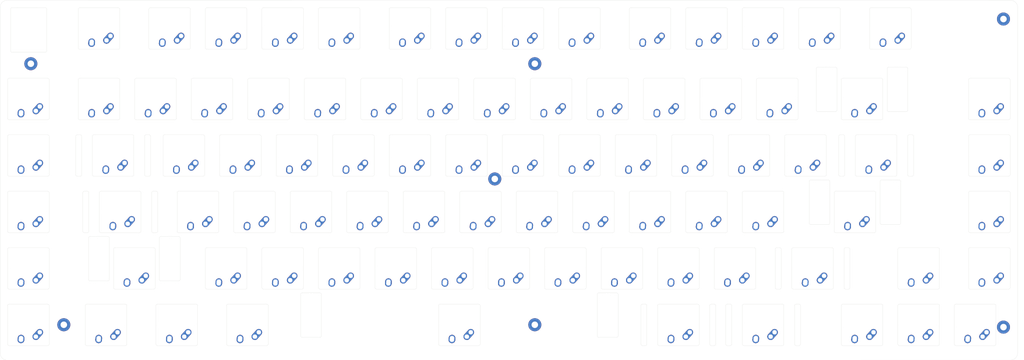
<source format=kicad_pcb>
(kicad_pcb (version 20171130) (host pcbnew "(5.1.4)-1")
  (layers (0 F.Cu signal) (31 B.Cu signal) (34 B.Paste user) (35 F.Paste user) (36 B.SilkS user) (37 F.SilkS user) (38 B.Mask user) (39 F.Mask user) (44 Edge.Cuts user))
  (net 0 "")
  (net 1 "Net-(D1-Pad2)")
  (net 2 "Net-(D2-Pad2)")
  (net 3 "Net-(D3-Pad2)")
  (net 4 "Net-(D4-Pad2)")
  (net 5 "Net-(D5-Pad2)")
  (net 6 "Net-(D6-Pad2)")
  (net 7 "Net-(D7-Pad2)")
  (net 8 "Net-(D8-Pad2)")
  (net 9 "Net-(D9-Pad2)")
  (net 10 "Net-(D10-Pad2)")
  (net 11 "Net-(D11-Pad2)")
  (net 12 "Net-(D12-Pad2)")
  (net 13 "Net-(D13-Pad2)")
  (net 14 "Net-(D14-Pad2)")
  (net 15 "Net-(D15-Pad2)")
  (net 16 "Net-(D16-Pad2)")
  (net 17 "Net-(D17-Pad2)")
  (net 18 "Net-(D18-Pad2)")
  (net 19 "Net-(D19-Pad2)")
  (net 20 "Net-(D20-Pad2)")
  (net 21 "Net-(D21-Pad2)")
  (net 22 "Net-(D22-Pad2)")
  (net 23 "Net-(D23-Pad2)")
  (net 24 "Net-(D24-Pad2)")
  (net 25 "Net-(D25-Pad2)")
  (net 26 "Net-(D26-Pad2)")
  (net 27 "Net-(D27-Pad2)")
  (net 28 "Net-(D28-Pad2)")
  (net 29 "Net-(D29-Pad2)")
  (net 30 "Net-(D30-Pad2)")
  (net 31 "Net-(D31-Pad2)")
  (net 32 "Net-(D32-Pad2)")
  (net 33 "Net-(D33-Pad2)")
  (net 34 "Net-(D34-Pad2)")
  (net 35 "Net-(D35-Pad2)")
  (net 36 "Net-(D36-Pad2)")
  (net 37 "Net-(D37-Pad2)")
  (net 38 "Net-(D38-Pad2)")
  (net 39 "Net-(D39-Pad2)")
  (net 40 "Net-(D40-Pad2)")
  (net 41 "Net-(D41-Pad2)")
  (net 42 "Net-(D42-Pad2)")
  (net 43 "Net-(D43-Pad2)")
  (net 44 "Net-(D44-Pad2)")
  (net 45 "Net-(D45-Pad2)")
  (net 46 "Net-(D46-Pad2)")
  (net 47 "Net-(D47-Pad2)")
  (net 48 "Net-(D48-Pad2)")
  (net 49 "Net-(D49-Pad2)")
  (net 50 "Net-(D50-Pad2)")
  (net 51 "Net-(D51-Pad2)")
  (net 52 "Net-(D52-Pad2)")
  (net 53 "Net-(D53-Pad2)")
  (net 54 "Net-(D54-Pad2)")
  (net 55 "Net-(D55-Pad2)")
  (net 56 "Net-(D56-Pad2)")
  (net 57 "Net-(D57-Pad2)")
  (net 58 "Net-(D58-Pad2)")
  (net 59 "Net-(D59-Pad2)")
  (net 60 "Net-(D60-Pad2)")
  (net 61 "Net-(D61-Pad2)")
  (net 62 "Net-(D62-Pad2)")
  (net 63 "Net-(D63-Pad2)")
  (net 64 "Net-(D64-Pad2)")
  (net 65 "Net-(D65-Pad2)")
  (net 66 "Net-(D66-Pad2)")
  (net 67 "Net-(D67-Pad2)")
  (net 68 "Net-(D68-Pad2)")
  (net 69 "Net-(D69-Pad2)")
  (net 70 "Net-(D70-Pad2)")
  (net 71 "Net-(D71-Pad2)")
  (net 72 "Net-(D72-Pad2)")
  (net 73 "Net-(D73-Pad2)")
  (net 74 "Net-(D74-Pad2)")
  (net 75 "Net-(D75-Pad2)")
  (net 76 "Net-(D76-Pad2)")
  (net 77 "Net-(D77-Pad2)")
  (net 78 "Net-(D78-Pad2)")
  (net 79 "Net-(D79-Pad2)")
  (net 80 "Net-(D80-Pad2)")
  (net 81 "Net-(D81-Pad2)")
  (net 82 COL10)
  (net 83 COL1)
  (net 84 COL2)
  (net 85 COL3)
  (net 86 COL4)
  (net 87 COL5)
  (net 88 COL6)
  (net 89 COL7)
  (net 90 COL8)
  (net 91 COL9)
  (net 92 COL14)
  (net 93 COL12)
  (net 94 COL13)
  (net 95 COL0)
  (net 96 COL11)
  (net 97 COL15)
  (net 98 "Net-(D82-Pad2)")
  (net 99 "Net-(D83-Pad2)")
  (net 100 "Net-(D84-Pad2)")
  (net 101 "Net-(D85-Pad2)")
  (net 102 "Net-(D86-Pad2)")
  (net 103 "Net-(PCB_BC1-Pad1)")
  (net 104 "Net-(PCB_BL1-Pad1)")
  (net 105 "Net-(PCB_BR1-Pad1)")
  (net 106 "Net-(PCB_TC1-Pad1)")
  (net 107 "Net-(PCB_TL1-Pad1)")
  (net 108 "Net-(PCB_TR1-Pad1)")
  (net 109 "Net-(PCB_MC1-Pad1)")
  (module MX_Alps_Hybrid:MX-1U-NoLED (layer F.Cu) (at 1.5875 104.775 180)
    (fp_text reference MX_MAC1)
    (fp_text value MX-NoLED)
    (pad "" np_thru_hole circle (at 5.08 0 228.0996) (size 1.75 1.75) (drill 1.75) (layers *.Cu *.Mask))
    (pad "" np_thru_hole circle (at -5.08 0 228.0996) (size 1.75 1.75) (drill 1.75) (layers *.Cu *.Mask))
    (pad 1 thru_hole circle (at -2.5 -4 180) (size 2.25 2.25) (drill 1.47) (layers *.Cu B.Mask) (net 95 COL0))
    (pad "" np_thru_hole circle (at 0 0 180) (size 3.9878 3.9878) (drill 3.9878) (layers *.Cu *.Mask))
    (pad 1 thru_hole oval (at -3.81 -2.54 228.0996) (size 4.211556 2.25) (drill 1.47 (offset 0.980778 0)) (layers *.Cu B.Mask) (net 95 COL0))
    (pad 2 thru_hole circle (at 2.54 -5.08 180) (size 2.25 2.25) (drill 1.47) (layers *.Cu B.Mask) (net 98 "Net-(D82-Pad2)"))
    (pad 2 thru_hole oval (at 2.5 -4.5 266.0548) (size 2.831378 2.25) (drill 1.47 (offset 0.290689 0)) (layers *.Cu B.Mask) (net 98 "Net-(D82-Pad2)"))
  )
  (module MX_Alps_Hybrid:MX-1U-NoLED (layer F.Cu) (at 25.4 104.775 180)
    (fp_text reference MX_TILDE1)
    (fp_text value MX-NoLED)
    (pad "" np_thru_hole circle (at 5.08 0 228.0996) (size 1.75 1.75) (drill 1.75) (layers *.Cu *.Mask))
    (pad "" np_thru_hole circle (at -5.08 0 228.0996) (size 1.75 1.75) (drill 1.75) (layers *.Cu *.Mask))
    (pad 1 thru_hole circle (at -2.5 -4 180) (size 2.25 2.25) (drill 1.47) (layers *.Cu B.Mask) (net 83 COL1))
    (pad "" np_thru_hole circle (at 0 0 180) (size 3.9878 3.9878) (drill 3.9878) (layers *.Cu *.Mask))
    (pad 1 thru_hole oval (at -3.81 -2.54 228.0996) (size 4.211556 2.25) (drill 1.47 (offset 0.980778 0)) (layers *.Cu B.Mask) (net 83 COL1))
    (pad 2 thru_hole circle (at 2.54 -5.08 180) (size 2.25 2.25) (drill 1.47) (layers *.Cu B.Mask) (net 15 "Net-(D15-Pad2)"))
    (pad 2 thru_hole oval (at 2.5 -4.5 266.0548) (size 2.831378 2.25) (drill 1.47 (offset 0.290689 0)) (layers *.Cu B.Mask) (net 15 "Net-(D15-Pad2)"))
  )
  (module MX_Alps_Hybrid:MX-1U-NoLED (layer F.Cu) (at 44.45 104.775 180)
    (fp_text reference MX_1)
    (fp_text value MX-NoLED)
    (pad "" np_thru_hole circle (at 5.08 0 228.0996) (size 1.75 1.75) (drill 1.75) (layers *.Cu *.Mask))
    (pad "" np_thru_hole circle (at -5.08 0 228.0996) (size 1.75 1.75) (drill 1.75) (layers *.Cu *.Mask))
    (pad 1 thru_hole circle (at -2.5 -4 180) (size 2.25 2.25) (drill 1.47) (layers *.Cu B.Mask) (net 84 COL2))
    (pad "" np_thru_hole circle (at 0 0 180) (size 3.9878 3.9878) (drill 3.9878) (layers *.Cu *.Mask))
    (pad 1 thru_hole oval (at -3.81 -2.54 228.0996) (size 4.211556 2.25) (drill 1.47 (offset 0.980778 0)) (layers *.Cu B.Mask) (net 84 COL2))
    (pad 2 thru_hole circle (at 2.54 -5.08 180) (size 2.25 2.25) (drill 1.47) (layers *.Cu B.Mask) (net 16 "Net-(D16-Pad2)"))
    (pad 2 thru_hole oval (at 2.5 -4.5 266.0548) (size 2.831378 2.25) (drill 1.47 (offset 0.290689 0)) (layers *.Cu B.Mask) (net 16 "Net-(D16-Pad2)"))
  )
  (module MX_Alps_Hybrid:MX-1U-NoLED (layer F.Cu) (at 82.55 104.775 180)
    (fp_text reference MX_3)
    (fp_text value MX-NoLED)
    (pad "" np_thru_hole circle (at 5.08 0 228.0996) (size 1.75 1.75) (drill 1.75) (layers *.Cu *.Mask))
    (pad "" np_thru_hole circle (at -5.08 0 228.0996) (size 1.75 1.75) (drill 1.75) (layers *.Cu *.Mask))
    (pad 1 thru_hole circle (at -2.5 -4 180) (size 2.25 2.25) (drill 1.47) (layers *.Cu B.Mask) (net 86 COL4))
    (pad "" np_thru_hole circle (at 0 0 180) (size 3.9878 3.9878) (drill 3.9878) (layers *.Cu *.Mask))
    (pad 1 thru_hole oval (at -3.81 -2.54 228.0996) (size 4.211556 2.25) (drill 1.47 (offset 0.980778 0)) (layers *.Cu B.Mask) (net 86 COL4))
    (pad 2 thru_hole circle (at 2.54 -5.08 180) (size 2.25 2.25) (drill 1.47) (layers *.Cu B.Mask) (net 18 "Net-(D18-Pad2)"))
    (pad 2 thru_hole oval (at 2.5 -4.5 266.0548) (size 2.831378 2.25) (drill 1.47 (offset 0.290689 0)) (layers *.Cu B.Mask) (net 18 "Net-(D18-Pad2)"))
  )
  (module MX_Alps_Hybrid:MX-1U-NoLED (layer F.Cu) (at 63.5 104.775 180)
    (fp_text reference MX_2)
    (fp_text value MX-NoLED)
    (pad "" np_thru_hole circle (at 5.08 0 228.0996) (size 1.75 1.75) (drill 1.75) (layers *.Cu *.Mask))
    (pad "" np_thru_hole circle (at -5.08 0 228.0996) (size 1.75 1.75) (drill 1.75) (layers *.Cu *.Mask))
    (pad 1 thru_hole circle (at -2.5 -4 180) (size 2.25 2.25) (drill 1.47) (layers *.Cu B.Mask) (net 85 COL3))
    (pad "" np_thru_hole circle (at 0 0 180) (size 3.9878 3.9878) (drill 3.9878) (layers *.Cu *.Mask))
    (pad 1 thru_hole oval (at -3.81 -2.54 228.0996) (size 4.211556 2.25) (drill 1.47 (offset 0.980778 0)) (layers *.Cu B.Mask) (net 85 COL3))
    (pad 2 thru_hole circle (at 2.54 -5.08 180) (size 2.25 2.25) (drill 1.47) (layers *.Cu B.Mask) (net 17 "Net-(D17-Pad2)"))
    (pad 2 thru_hole oval (at 2.5 -4.5 266.0548) (size 2.831378 2.25) (drill 1.47 (offset 0.290689 0)) (layers *.Cu B.Mask) (net 17 "Net-(D17-Pad2)"))
  )
  (module MX_Alps_Hybrid:MX-1U-NoLED (layer F.Cu) (at 101.6 104.775 180)
    (fp_text reference MX_4)
    (fp_text value MX-NoLED)
    (pad "" np_thru_hole circle (at 5.08 0 228.0996) (size 1.75 1.75) (drill 1.75) (layers *.Cu *.Mask))
    (pad "" np_thru_hole circle (at -5.08 0 228.0996) (size 1.75 1.75) (drill 1.75) (layers *.Cu *.Mask))
    (pad 1 thru_hole circle (at -2.5 -4 180) (size 2.25 2.25) (drill 1.47) (layers *.Cu B.Mask) (net 87 COL5))
    (pad "" np_thru_hole circle (at 0 0 180) (size 3.9878 3.9878) (drill 3.9878) (layers *.Cu *.Mask))
    (pad 1 thru_hole oval (at -3.81 -2.54 228.0996) (size 4.211556 2.25) (drill 1.47 (offset 0.980778 0)) (layers *.Cu B.Mask) (net 87 COL5))
    (pad 2 thru_hole circle (at 2.54 -5.08 180) (size 2.25 2.25) (drill 1.47) (layers *.Cu B.Mask) (net 19 "Net-(D19-Pad2)"))
    (pad 2 thru_hole oval (at 2.5 -4.5 266.0548) (size 2.831378 2.25) (drill 1.47 (offset 0.290689 0)) (layers *.Cu B.Mask) (net 19 "Net-(D19-Pad2)"))
  )
  (module MX_Alps_Hybrid:MX-1U-NoLED (layer F.Cu) (at 120.65 104.775 180)
    (fp_text reference MX_5)
    (fp_text value MX-NoLED)
    (pad "" np_thru_hole circle (at 5.08 0 228.0996) (size 1.75 1.75) (drill 1.75) (layers *.Cu *.Mask))
    (pad "" np_thru_hole circle (at -5.08 0 228.0996) (size 1.75 1.75) (drill 1.75) (layers *.Cu *.Mask))
    (pad 1 thru_hole circle (at -2.5 -4 180) (size 2.25 2.25) (drill 1.47) (layers *.Cu B.Mask) (net 88 COL6))
    (pad "" np_thru_hole circle (at 0 0 180) (size 3.9878 3.9878) (drill 3.9878) (layers *.Cu *.Mask))
    (pad 1 thru_hole oval (at -3.81 -2.54 228.0996) (size 4.211556 2.25) (drill 1.47 (offset 0.980778 0)) (layers *.Cu B.Mask) (net 88 COL6))
    (pad 2 thru_hole circle (at 2.54 -5.08 180) (size 2.25 2.25) (drill 1.47) (layers *.Cu B.Mask) (net 20 "Net-(D20-Pad2)"))
    (pad 2 thru_hole oval (at 2.5 -4.5 266.0548) (size 2.831378 2.25) (drill 1.47 (offset 0.290689 0)) (layers *.Cu B.Mask) (net 20 "Net-(D20-Pad2)"))
  )
  (module MX_Alps_Hybrid:MX-1U-NoLED (layer F.Cu) (at 139.7 104.775 180)
    (fp_text reference MX_6)
    (fp_text value MX-NoLED)
    (pad "" np_thru_hole circle (at 5.08 0 228.0996) (size 1.75 1.75) (drill 1.75) (layers *.Cu *.Mask))
    (pad "" np_thru_hole circle (at -5.08 0 228.0996) (size 1.75 1.75) (drill 1.75) (layers *.Cu *.Mask))
    (pad 1 thru_hole circle (at -2.5 -4 180) (size 2.25 2.25) (drill 1.47) (layers *.Cu B.Mask) (net 89 COL7))
    (pad "" np_thru_hole circle (at 0 0 180) (size 3.9878 3.9878) (drill 3.9878) (layers *.Cu *.Mask))
    (pad 1 thru_hole oval (at -3.81 -2.54 228.0996) (size 4.211556 2.25) (drill 1.47 (offset 0.980778 0)) (layers *.Cu B.Mask) (net 89 COL7))
    (pad 2 thru_hole circle (at 2.54 -5.08 180) (size 2.25 2.25) (drill 1.47) (layers *.Cu B.Mask) (net 21 "Net-(D21-Pad2)"))
    (pad 2 thru_hole oval (at 2.5 -4.5 266.0548) (size 2.831378 2.25) (drill 1.47 (offset 0.290689 0)) (layers *.Cu B.Mask) (net 21 "Net-(D21-Pad2)"))
  )
  (module MX_Alps_Hybrid:MX-1U-NoLED (layer F.Cu) (at 158.75 104.775 180)
    (fp_text reference MX_7)
    (fp_text value MX-NoLED)
    (pad "" np_thru_hole circle (at 5.08 0 228.0996) (size 1.75 1.75) (drill 1.75) (layers *.Cu *.Mask))
    (pad "" np_thru_hole circle (at -5.08 0 228.0996) (size 1.75 1.75) (drill 1.75) (layers *.Cu *.Mask))
    (pad 1 thru_hole circle (at -2.5 -4 180) (size 2.25 2.25) (drill 1.47) (layers *.Cu B.Mask) (net 90 COL8))
    (pad "" np_thru_hole circle (at 0 0 180) (size 3.9878 3.9878) (drill 3.9878) (layers *.Cu *.Mask))
    (pad 1 thru_hole oval (at -3.81 -2.54 228.0996) (size 4.211556 2.25) (drill 1.47 (offset 0.980778 0)) (layers *.Cu B.Mask) (net 90 COL8))
    (pad 2 thru_hole circle (at 2.54 -5.08 180) (size 2.25 2.25) (drill 1.47) (layers *.Cu B.Mask) (net 22 "Net-(D22-Pad2)"))
    (pad 2 thru_hole oval (at 2.5 -4.5 266.0548) (size 2.831378 2.25) (drill 1.47 (offset 0.290689 0)) (layers *.Cu B.Mask) (net 22 "Net-(D22-Pad2)"))
  )
  (module MX_Alps_Hybrid:MX-1U-NoLED (layer F.Cu) (at 177.8 104.775 180)
    (fp_text reference MX_8)
    (fp_text value MX-NoLED)
    (pad "" np_thru_hole circle (at 5.08 0 228.0996) (size 1.75 1.75) (drill 1.75) (layers *.Cu *.Mask))
    (pad "" np_thru_hole circle (at -5.08 0 228.0996) (size 1.75 1.75) (drill 1.75) (layers *.Cu *.Mask))
    (pad 1 thru_hole circle (at -2.5 -4 180) (size 2.25 2.25) (drill 1.47) (layers *.Cu B.Mask) (net 91 COL9))
    (pad "" np_thru_hole circle (at 0 0 180) (size 3.9878 3.9878) (drill 3.9878) (layers *.Cu *.Mask))
    (pad 1 thru_hole oval (at -3.81 -2.54 228.0996) (size 4.211556 2.25) (drill 1.47 (offset 0.980778 0)) (layers *.Cu B.Mask) (net 91 COL9))
    (pad 2 thru_hole circle (at 2.54 -5.08 180) (size 2.25 2.25) (drill 1.47) (layers *.Cu B.Mask) (net 23 "Net-(D23-Pad2)"))
    (pad 2 thru_hole oval (at 2.5 -4.5 266.0548) (size 2.831378 2.25) (drill 1.47 (offset 0.290689 0)) (layers *.Cu B.Mask) (net 23 "Net-(D23-Pad2)"))
  )
  (module MX_Alps_Hybrid:MX-1U-NoLED (layer F.Cu) (at 196.85 104.775 180)
    (fp_text reference MX_9)
    (fp_text value MX-NoLED)
    (pad "" np_thru_hole circle (at 5.08 0 228.0996) (size 1.75 1.75) (drill 1.75) (layers *.Cu *.Mask))
    (pad "" np_thru_hole circle (at -5.08 0 228.0996) (size 1.75 1.75) (drill 1.75) (layers *.Cu *.Mask))
    (pad 1 thru_hole circle (at -2.5 -4 180) (size 2.25 2.25) (drill 1.47) (layers *.Cu B.Mask) (net 82 COL10))
    (pad "" np_thru_hole circle (at 0 0 180) (size 3.9878 3.9878) (drill 3.9878) (layers *.Cu *.Mask))
    (pad 1 thru_hole oval (at -3.81 -2.54 228.0996) (size 4.211556 2.25) (drill 1.47 (offset 0.980778 0)) (layers *.Cu B.Mask) (net 82 COL10))
    (pad 2 thru_hole circle (at 2.54 -5.08 180) (size 2.25 2.25) (drill 1.47) (layers *.Cu B.Mask) (net 24 "Net-(D24-Pad2)"))
    (pad 2 thru_hole oval (at 2.5 -4.5 266.0548) (size 2.831378 2.25) (drill 1.47 (offset 0.290689 0)) (layers *.Cu B.Mask) (net 24 "Net-(D24-Pad2)"))
  )
  (module MX_Alps_Hybrid:MX-1U-NoLED (layer F.Cu) (at 215.9 104.775 180)
    (fp_text reference MX_0)
    (fp_text value MX-NoLED)
    (pad "" np_thru_hole circle (at 5.08 0 228.0996) (size 1.75 1.75) (drill 1.75) (layers *.Cu *.Mask))
    (pad "" np_thru_hole circle (at -5.08 0 228.0996) (size 1.75 1.75) (drill 1.75) (layers *.Cu *.Mask))
    (pad 1 thru_hole circle (at -2.5 -4 180) (size 2.25 2.25) (drill 1.47) (layers *.Cu B.Mask) (net 96 COL11))
    (pad "" np_thru_hole circle (at 0 0 180) (size 3.9878 3.9878) (drill 3.9878) (layers *.Cu *.Mask))
    (pad 1 thru_hole oval (at -3.81 -2.54 228.0996) (size 4.211556 2.25) (drill 1.47 (offset 0.980778 0)) (layers *.Cu B.Mask) (net 96 COL11))
    (pad 2 thru_hole circle (at 2.54 -5.08 180) (size 2.25 2.25) (drill 1.47) (layers *.Cu B.Mask) (net 25 "Net-(D25-Pad2)"))
    (pad 2 thru_hole oval (at 2.5 -4.5 266.0548) (size 2.831378 2.25) (drill 1.47 (offset 0.290689 0)) (layers *.Cu B.Mask) (net 25 "Net-(D25-Pad2)"))
  )
  (module MX_Alps_Hybrid:MX-1U-NoLED (layer F.Cu) (at 234.95 104.775 180)
    (fp_text reference MX_MINUS1)
    (fp_text value MX-NoLED)
    (pad "" np_thru_hole circle (at 5.08 0 228.0996) (size 1.75 1.75) (drill 1.75) (layers *.Cu *.Mask))
    (pad "" np_thru_hole circle (at -5.08 0 228.0996) (size 1.75 1.75) (drill 1.75) (layers *.Cu *.Mask))
    (pad 1 thru_hole circle (at -2.5 -4 180) (size 2.25 2.25) (drill 1.47) (layers *.Cu B.Mask) (net 93 COL12))
    (pad "" np_thru_hole circle (at 0 0 180) (size 3.9878 3.9878) (drill 3.9878) (layers *.Cu *.Mask))
    (pad 1 thru_hole oval (at -3.81 -2.54 228.0996) (size 4.211556 2.25) (drill 1.47 (offset 0.980778 0)) (layers *.Cu B.Mask) (net 93 COL12))
    (pad 2 thru_hole circle (at 2.54 -5.08 180) (size 2.25 2.25) (drill 1.47) (layers *.Cu B.Mask) (net 26 "Net-(D26-Pad2)"))
    (pad 2 thru_hole oval (at 2.5 -4.5 266.0548) (size 2.831378 2.25) (drill 1.47 (offset 0.290689 0)) (layers *.Cu B.Mask) (net 26 "Net-(D26-Pad2)"))
  )
  (module MX_Alps_Hybrid:MX-1U-NoLED (layer F.Cu) (at 254 104.775 180)
    (fp_text reference MX_EQUAL1)
    (fp_text value MX-NoLED)
    (pad "" np_thru_hole circle (at 5.08 0 228.0996) (size 1.75 1.75) (drill 1.75) (layers *.Cu *.Mask))
    (pad "" np_thru_hole circle (at -5.08 0 228.0996) (size 1.75 1.75) (drill 1.75) (layers *.Cu *.Mask))
    (pad 1 thru_hole circle (at -2.5 -4 180) (size 2.25 2.25) (drill 1.47) (layers *.Cu B.Mask) (net 94 COL13))
    (pad "" np_thru_hole circle (at 0 0 180) (size 3.9878 3.9878) (drill 3.9878) (layers *.Cu *.Mask))
    (pad 1 thru_hole oval (at -3.81 -2.54 228.0996) (size 4.211556 2.25) (drill 1.47 (offset 0.980778 0)) (layers *.Cu B.Mask) (net 94 COL13))
    (pad 2 thru_hole circle (at 2.54 -5.08 180) (size 2.25 2.25) (drill 1.47) (layers *.Cu B.Mask) (net 27 "Net-(D27-Pad2)"))
    (pad 2 thru_hole oval (at 2.5 -4.5 266.0548) (size 2.831378 2.25) (drill 1.47 (offset 0.290689 0)) (layers *.Cu B.Mask) (net 27 "Net-(D27-Pad2)"))
  )
  (module MX_Alps_Hybrid:MX-2U-NoLED (layer F.Cu) (at 282.575 104.775 180)
    (fp_text reference MX_BACKSPACE1)
    (fp_text value MX-NoLED)
    (pad "" np_thru_hole circle (at 11.938 8.255 180) (size 3.9878 3.9878) (drill 3.9878) (layers *.Cu *.Mask))
    (pad "" np_thru_hole circle (at -11.938 8.255 180) (size 3.9878 3.9878) (drill 3.9878) (layers *.Cu *.Mask))
    (pad "" np_thru_hole circle (at 11.938 -6.985 180) (size 3.048 3.048) (drill 3.048) (layers *.Cu *.Mask))
    (pad "" np_thru_hole circle (at -11.938 -6.985 180) (size 3.048 3.048) (drill 3.048) (layers *.Cu *.Mask))
    (pad "" np_thru_hole circle (at 5.08 0 228.0996) (size 1.75 1.75) (drill 1.75) (layers *.Cu *.Mask))
    (pad "" np_thru_hole circle (at -5.08 0 228.0996) (size 1.75 1.75) (drill 1.75) (layers *.Cu *.Mask))
    (pad 1 thru_hole circle (at -2.5 -4 180) (size 2.25 2.25) (drill 1.47) (layers *.Cu B.Mask) (net 92 COL14))
    (pad "" np_thru_hole circle (at 0 0 180) (size 3.9878 3.9878) (drill 3.9878) (layers *.Cu *.Mask))
    (pad 1 thru_hole oval (at -3.81 -2.54 228.0996) (size 4.211556 2.25) (drill 1.47 (offset 0.980778 0)) (layers *.Cu B.Mask) (net 92 COL14))
    (pad 2 thru_hole circle (at 2.54 -5.08 180) (size 2.25 2.25) (drill 1.47) (layers *.Cu B.Mask) (net 28 "Net-(D28-Pad2)"))
    (pad 2 thru_hole oval (at 2.5 -4.5 266.0548) (size 2.831378 2.25) (drill 1.47 (offset 0.290689 0)) (layers *.Cu B.Mask) (net 28 "Net-(D28-Pad2)"))
  )
  (module MX_Alps_Hybrid:MX-2.25U-NoLED (layer F.Cu) (at 37.3062 161.925 180)
    (fp_text reference MX_SHIFT_L1)
    (fp_text value MX-NoLED)
    (pad "" np_thru_hole circle (at 11.938 8.255 180) (size 3.9878 3.9878) (drill 3.9878) (layers *.Cu *.Mask))
    (pad "" np_thru_hole circle (at -11.938 8.255 180) (size 3.9878 3.9878) (drill 3.9878) (layers *.Cu *.Mask))
    (pad "" np_thru_hole circle (at 11.938 -6.985 180) (size 3.048 3.048) (drill 3.048) (layers *.Cu *.Mask))
    (pad "" np_thru_hole circle (at -11.938 -6.985 180) (size 3.048 3.048) (drill 3.048) (layers *.Cu *.Mask))
    (pad "" np_thru_hole circle (at 5.08 0 228.0996) (size 1.75 1.75) (drill 1.75) (layers *.Cu *.Mask))
    (pad "" np_thru_hole circle (at -5.08 0 228.0996) (size 1.75 1.75) (drill 1.75) (layers *.Cu *.Mask))
    (pad 1 thru_hole circle (at -2.5 -4 180) (size 2.25 2.25) (drill 1.47) (layers *.Cu B.Mask) (net 83 COL1))
    (pad "" np_thru_hole circle (at 0 0 180) (size 3.9878 3.9878) (drill 3.9878) (layers *.Cu *.Mask))
    (pad 1 thru_hole oval (at -3.81 -2.54 228.0996) (size 4.211556 2.25) (drill 1.47 (offset 0.980778 0)) (layers *.Cu B.Mask) (net 83 COL1))
    (pad 2 thru_hole circle (at 2.54 -5.08 180) (size 2.25 2.25) (drill 1.47) (layers *.Cu B.Mask) (net 59 "Net-(D59-Pad2)"))
    (pad 2 thru_hole oval (at 2.5 -4.5 266.0548) (size 2.831378 2.25) (drill 1.47 (offset 0.290689 0)) (layers *.Cu B.Mask) (net 59 "Net-(D59-Pad2)"))
  )
  (module MX_Alps_Hybrid:MX-1U-NoLED (layer F.Cu) (at 249.238 142.875 180)
    (fp_text reference MX_QUOTE1)
    (fp_text value MX-NoLED)
    (pad "" np_thru_hole circle (at 5.08 0 228.0996) (size 1.75 1.75) (drill 1.75) (layers *.Cu *.Mask))
    (pad "" np_thru_hole circle (at -5.08 0 228.0996) (size 1.75 1.75) (drill 1.75) (layers *.Cu *.Mask))
    (pad 1 thru_hole circle (at -2.5 -4 180) (size 2.25 2.25) (drill 1.47) (layers *.Cu B.Mask) (net 93 COL12))
    (pad "" np_thru_hole circle (at 0 0 180) (size 3.9878 3.9878) (drill 3.9878) (layers *.Cu *.Mask))
    (pad 1 thru_hole oval (at -3.81 -2.54 228.0996) (size 4.211556 2.25) (drill 1.47 (offset 0.980778 0)) (layers *.Cu B.Mask) (net 93 COL12))
    (pad 2 thru_hole circle (at 2.54 -5.08 180) (size 2.25 2.25) (drill 1.47) (layers *.Cu B.Mask) (net 56 "Net-(D56-Pad2)"))
    (pad 2 thru_hole oval (at 2.5 -4.5 266.0548) (size 2.831378 2.25) (drill 1.47 (offset 0.290689 0)) (layers *.Cu B.Mask) (net 56 "Net-(D56-Pad2)"))
  )
  (module MX_Alps_Hybrid:MX-1U-NoLED (layer F.Cu) (at 230.188 142.875 180)
    (fp_text reference MX_SEMIC1)
    (fp_text value MX-NoLED)
    (pad "" np_thru_hole circle (at 5.08 0 228.0996) (size 1.75 1.75) (drill 1.75) (layers *.Cu *.Mask))
    (pad "" np_thru_hole circle (at -5.08 0 228.0996) (size 1.75 1.75) (drill 1.75) (layers *.Cu *.Mask))
    (pad 1 thru_hole circle (at -2.5 -4 180) (size 2.25 2.25) (drill 1.47) (layers *.Cu B.Mask) (net 96 COL11))
    (pad "" np_thru_hole circle (at 0 0 180) (size 3.9878 3.9878) (drill 3.9878) (layers *.Cu *.Mask))
    (pad 1 thru_hole oval (at -3.81 -2.54 228.0996) (size 4.211556 2.25) (drill 1.47 (offset 0.980778 0)) (layers *.Cu B.Mask) (net 96 COL11))
    (pad 2 thru_hole circle (at 2.54 -5.08 180) (size 2.25 2.25) (drill 1.47) (layers *.Cu B.Mask) (net 55 "Net-(D55-Pad2)"))
    (pad 2 thru_hole oval (at 2.5 -4.5 266.0548) (size 2.831378 2.25) (drill 1.47 (offset 0.290689 0)) (layers *.Cu B.Mask) (net 55 "Net-(D55-Pad2)"))
  )
  (module MX_Alps_Hybrid:MX-1U-NoLED (layer F.Cu) (at 263.525 123.825 180)
    (fp_text reference MX_BR_L1)
    (fp_text value MX-NoLED)
    (pad "" np_thru_hole circle (at 5.08 0 228.0996) (size 1.75 1.75) (drill 1.75) (layers *.Cu *.Mask))
    (pad "" np_thru_hole circle (at -5.08 0 228.0996) (size 1.75 1.75) (drill 1.75) (layers *.Cu *.Mask))
    (pad 1 thru_hole circle (at -2.5 -4 180) (size 2.25 2.25) (drill 1.47) (layers *.Cu B.Mask) (net 94 COL13))
    (pad "" np_thru_hole circle (at 0 0 180) (size 3.9878 3.9878) (drill 3.9878) (layers *.Cu *.Mask))
    (pad 1 thru_hole oval (at -3.81 -2.54 228.0996) (size 4.211556 2.25) (drill 1.47 (offset 0.980778 0)) (layers *.Cu B.Mask) (net 94 COL13))
    (pad 2 thru_hole circle (at 2.54 -5.08 180) (size 2.25 2.25) (drill 1.47) (layers *.Cu B.Mask) (net 42 "Net-(D42-Pad2)"))
    (pad 2 thru_hole oval (at 2.5 -4.5 266.0548) (size 2.831378 2.25) (drill 1.47 (offset 0.290689 0)) (layers *.Cu B.Mask) (net 42 "Net-(D42-Pad2)"))
  )
  (module MX_Alps_Hybrid:MX-1U-NoLED (layer F.Cu) (at 244.475 123.825 180)
    (fp_text reference MX_BR_R1)
    (fp_text value MX-NoLED)
    (pad "" np_thru_hole circle (at 5.08 0 228.0996) (size 1.75 1.75) (drill 1.75) (layers *.Cu *.Mask))
    (pad "" np_thru_hole circle (at -5.08 0 228.0996) (size 1.75 1.75) (drill 1.75) (layers *.Cu *.Mask))
    (pad 1 thru_hole circle (at -2.5 -4 180) (size 2.25 2.25) (drill 1.47) (layers *.Cu B.Mask) (net 93 COL12))
    (pad "" np_thru_hole circle (at 0 0 180) (size 3.9878 3.9878) (drill 3.9878) (layers *.Cu *.Mask))
    (pad 1 thru_hole oval (at -3.81 -2.54 228.0996) (size 4.211556 2.25) (drill 1.47 (offset 0.980778 0)) (layers *.Cu B.Mask) (net 93 COL12))
    (pad 2 thru_hole circle (at 2.54 -5.08 180) (size 2.25 2.25) (drill 1.47) (layers *.Cu B.Mask) (net 41 "Net-(D41-Pad2)"))
    (pad 2 thru_hole oval (at 2.5 -4.5 266.0548) (size 2.831378 2.25) (drill 1.47 (offset 0.290689 0)) (layers *.Cu B.Mask) (net 41 "Net-(D41-Pad2)"))
  )
  (module MX_Alps_Hybrid:MX-1U-NoLED (layer F.Cu) (at 225.425 123.825 180)
    (fp_text reference MX_P1)
    (fp_text value MX-NoLED)
    (pad "" np_thru_hole circle (at 5.08 0 228.0996) (size 1.75 1.75) (drill 1.75) (layers *.Cu *.Mask))
    (pad "" np_thru_hole circle (at -5.08 0 228.0996) (size 1.75 1.75) (drill 1.75) (layers *.Cu *.Mask))
    (pad 1 thru_hole circle (at -2.5 -4 180) (size 2.25 2.25) (drill 1.47) (layers *.Cu B.Mask) (net 96 COL11))
    (pad "" np_thru_hole circle (at 0 0 180) (size 3.9878 3.9878) (drill 3.9878) (layers *.Cu *.Mask))
    (pad 1 thru_hole oval (at -3.81 -2.54 228.0996) (size 4.211556 2.25) (drill 1.47 (offset 0.980778 0)) (layers *.Cu B.Mask) (net 96 COL11))
    (pad 2 thru_hole circle (at 2.54 -5.08 180) (size 2.25 2.25) (drill 1.47) (layers *.Cu B.Mask) (net 40 "Net-(D40-Pad2)"))
    (pad 2 thru_hole oval (at 2.5 -4.5 266.0548) (size 2.831378 2.25) (drill 1.47 (offset 0.290689 0)) (layers *.Cu B.Mask) (net 40 "Net-(D40-Pad2)"))
  )
  (module MX_Alps_Hybrid:MX-1U-NoLED (layer F.Cu) (at 211.138 142.875 180)
    (fp_text reference MX_L1)
    (fp_text value MX-NoLED)
    (pad "" np_thru_hole circle (at 5.08 0 228.0996) (size 1.75 1.75) (drill 1.75) (layers *.Cu *.Mask))
    (pad "" np_thru_hole circle (at -5.08 0 228.0996) (size 1.75 1.75) (drill 1.75) (layers *.Cu *.Mask))
    (pad 1 thru_hole circle (at -2.5 -4 180) (size 2.25 2.25) (drill 1.47) (layers *.Cu B.Mask) (net 82 COL10))
    (pad "" np_thru_hole circle (at 0 0 180) (size 3.9878 3.9878) (drill 3.9878) (layers *.Cu *.Mask))
    (pad 1 thru_hole oval (at -3.81 -2.54 228.0996) (size 4.211556 2.25) (drill 1.47 (offset 0.980778 0)) (layers *.Cu B.Mask) (net 82 COL10))
    (pad 2 thru_hole circle (at 2.54 -5.08 180) (size 2.25 2.25) (drill 1.47) (layers *.Cu B.Mask) (net 54 "Net-(D54-Pad2)"))
    (pad 2 thru_hole oval (at 2.5 -4.5 266.0548) (size 2.831378 2.25) (drill 1.47 (offset 0.290689 0)) (layers *.Cu B.Mask) (net 54 "Net-(D54-Pad2)"))
  )
  (module MX_Alps_Hybrid:MX-1U-NoLED (layer F.Cu) (at 206.375 123.825 180)
    (fp_text reference MX_O1)
    (fp_text value MX-NoLED)
    (pad "" np_thru_hole circle (at 5.08 0 228.0996) (size 1.75 1.75) (drill 1.75) (layers *.Cu *.Mask))
    (pad "" np_thru_hole circle (at -5.08 0 228.0996) (size 1.75 1.75) (drill 1.75) (layers *.Cu *.Mask))
    (pad 1 thru_hole circle (at -2.5 -4 180) (size 2.25 2.25) (drill 1.47) (layers *.Cu B.Mask) (net 82 COL10))
    (pad "" np_thru_hole circle (at 0 0 180) (size 3.9878 3.9878) (drill 3.9878) (layers *.Cu *.Mask))
    (pad 1 thru_hole oval (at -3.81 -2.54 228.0996) (size 4.211556 2.25) (drill 1.47 (offset 0.980778 0)) (layers *.Cu B.Mask) (net 82 COL10))
    (pad 2 thru_hole circle (at 2.54 -5.08 180) (size 2.25 2.25) (drill 1.47) (layers *.Cu B.Mask) (net 39 "Net-(D39-Pad2)"))
    (pad 2 thru_hole oval (at 2.5 -4.5 266.0548) (size 2.831378 2.25) (drill 1.47 (offset 0.290689 0)) (layers *.Cu B.Mask) (net 39 "Net-(D39-Pad2)"))
  )
  (module MX_Alps_Hybrid:MX-2.25U-NoLED (layer F.Cu) (at 280.194 142.875 180)
    (fp_text reference MX_ENTER1)
    (fp_text value MX-NoLED)
    (pad "" np_thru_hole circle (at 11.938 8.255 180) (size 3.9878 3.9878) (drill 3.9878) (layers *.Cu *.Mask))
    (pad "" np_thru_hole circle (at -11.938 8.255 180) (size 3.9878 3.9878) (drill 3.9878) (layers *.Cu *.Mask))
    (pad "" np_thru_hole circle (at 11.938 -6.985 180) (size 3.048 3.048) (drill 3.048) (layers *.Cu *.Mask))
    (pad "" np_thru_hole circle (at -11.938 -6.985 180) (size 3.048 3.048) (drill 3.048) (layers *.Cu *.Mask))
    (pad "" np_thru_hole circle (at 5.08 0 228.0996) (size 1.75 1.75) (drill 1.75) (layers *.Cu *.Mask))
    (pad "" np_thru_hole circle (at -5.08 0 228.0996) (size 1.75 1.75) (drill 1.75) (layers *.Cu *.Mask))
    (pad 1 thru_hole circle (at -2.5 -4 180) (size 2.25 2.25) (drill 1.47) (layers *.Cu B.Mask) (net 94 COL13))
    (pad "" np_thru_hole circle (at 0 0 180) (size 3.9878 3.9878) (drill 3.9878) (layers *.Cu *.Mask))
    (pad 1 thru_hole oval (at -3.81 -2.54 228.0996) (size 4.211556 2.25) (drill 1.47 (offset 0.980778 0)) (layers *.Cu B.Mask) (net 94 COL13))
    (pad 2 thru_hole circle (at 2.54 -5.08 180) (size 2.25 2.25) (drill 1.47) (layers *.Cu B.Mask) (net 57 "Net-(D57-Pad2)"))
    (pad 2 thru_hole oval (at 2.5 -4.5 266.0548) (size 2.831378 2.25) (drill 1.47 (offset 0.290689 0)) (layers *.Cu B.Mask) (net 57 "Net-(D57-Pad2)"))
  )
  (module MountingHole:MountingHole_2.2mm_M2_Pad (layer F.Cu) (at 158.75 131.762)
    (fp_text reference PCB_MC1 hide)
    (fp_text value MountingHole_Pad)
    (pad 1 thru_hole circle (at 0 0) (size 4.4 4.4) (drill 2.2) (layers *.Cu *.Mask) (net 109 "Net-(PCB_MC1-Pad1)"))
  )
  (module MountingHole:MountingHole_2.2mm_M2_Pad (layer F.Cu) (at 330.2 181.769)
    (fp_text reference PCB_BR1 hide)
    (fp_text value MountingHole_Pad)
    (pad 1 thru_hole circle (at 0 0) (size 4.4 4.4) (drill 2.2) (layers *.Cu *.Mask) (net 105 "Net-(PCB_BR1-Pad1)"))
  )
  (module MountingHole:MountingHole_2.2mm_M2_Pad (layer F.Cu) (at 172.244 180.975)
    (fp_text reference PCB_BC1 hide)
    (fp_text value MountingHole_Pad)
    (pad 1 thru_hole circle (at 0 0) (size 4.4 4.4) (drill 2.2) (layers *.Cu *.Mask) (net 103 "Net-(PCB_BC1-Pad1)"))
  )
  (module MountingHole:MountingHole_2.2mm_M2_Pad (layer F.Cu) (at 172.244 92.8688)
    (fp_text reference PCB_TC1 hide)
    (fp_text value MountingHole_Pad)
    (pad 1 thru_hole circle (at 0 0) (size 4.4 4.4) (drill 2.2) (layers *.Cu *.Mask) (net 106 "Net-(PCB_TC1-Pad1)"))
  )
  (module MountingHole:MountingHole_2.2mm_M2_Pad (layer F.Cu) (at 13.4938 180.975)
    (fp_text reference PCB_BL1 hide)
    (fp_text value MountingHole_Pad)
    (pad 1 thru_hole circle (at 0 0) (size 4.4 4.4) (drill 2.2) (layers *.Cu *.Mask) (net 104 "Net-(PCB_BL1-Pad1)"))
  )
  (module MountingHole:MountingHole_2.2mm_M2_Pad (layer F.Cu) (at 2.3813 92.8688)
    (fp_text reference PCB_TL1 hide)
    (fp_text value MountingHole_Pad)
    (pad 1 thru_hole circle (at 0 0) (size 4.4 4.4) (drill 2.2) (layers *.Cu *.Mask) (net 107 "Net-(PCB_TL1-Pad1)"))
  )
  (module MountingHole:MountingHole_2.2mm_M2_Pad (layer F.Cu) (at 330.2 77.7875)
    (fp_text reference PCB_TR1 hide)
    (fp_text value MountingHole_Pad)
    (pad 1 thru_hole circle (at 0 0) (size 4.4 4.4) (drill 2.2) (layers *.Cu *.Mask) (net 108 "Net-(PCB_TR1-Pad1)"))
  )
  (module MX_Alps_Hybrid:MX-1U-NoLED (layer F.Cu) (at 292.1 80.9625 180)
    (fp_text reference MX_PRTSC1)
    (fp_text value MX-NoLED)
    (pad "" np_thru_hole circle (at 5.08 0 228.0996) (size 1.75 1.75) (drill 1.75) (layers *.Cu *.Mask))
    (pad "" np_thru_hole circle (at -5.08 0 228.0996) (size 1.75 1.75) (drill 1.75) (layers *.Cu *.Mask))
    (pad 1 thru_hole circle (at -2.5 -4 180) (size 2.25 2.25) (drill 1.47) (layers *.Cu B.Mask) (net 92 COL14))
    (pad "" np_thru_hole circle (at 0 0 180) (size 3.9878 3.9878) (drill 3.9878) (layers *.Cu *.Mask))
    (pad 1 thru_hole oval (at -3.81 -2.54 228.0996) (size 4.211556 2.25) (drill 1.47 (offset 0.980778 0)) (layers *.Cu B.Mask) (net 92 COL14))
    (pad 2 thru_hole circle (at 2.54 -5.08 180) (size 2.25 2.25) (drill 1.47) (layers *.Cu B.Mask) (net 14 "Net-(D14-Pad2)"))
    (pad 2 thru_hole oval (at 2.5 -4.5 266.0548) (size 2.831378 2.25) (drill 1.47 (offset 0.290689 0)) (layers *.Cu B.Mask) (net 14 "Net-(D14-Pad2)"))
  )
  (module MX_Alps_Hybrid:MX-1U-NoLED (layer F.Cu) (at 249.238 80.9625 180)
    (fp_text reference MX_F11)
    (fp_text value MX-NoLED)
    (pad "" np_thru_hole circle (at 5.08 0 228.0996) (size 1.75 1.75) (drill 1.75) (layers *.Cu *.Mask))
    (pad "" np_thru_hole circle (at -5.08 0 228.0996) (size 1.75 1.75) (drill 1.75) (layers *.Cu *.Mask))
    (pad 1 thru_hole circle (at -2.5 -4 180) (size 2.25 2.25) (drill 1.47) (layers *.Cu B.Mask) (net 93 COL12))
    (pad "" np_thru_hole circle (at 0 0 180) (size 3.9878 3.9878) (drill 3.9878) (layers *.Cu *.Mask))
    (pad 1 thru_hole oval (at -3.81 -2.54 228.0996) (size 4.211556 2.25) (drill 1.47 (offset 0.980778 0)) (layers *.Cu B.Mask) (net 93 COL12))
    (pad 2 thru_hole circle (at 2.54 -5.08 180) (size 2.25 2.25) (drill 1.47) (layers *.Cu B.Mask) (net 12 "Net-(D12-Pad2)"))
    (pad 2 thru_hole oval (at 2.5 -4.5 266.0548) (size 2.831378 2.25) (drill 1.47 (offset 0.290689 0)) (layers *.Cu B.Mask) (net 12 "Net-(D12-Pad2)"))
  )
  (module MX_Alps_Hybrid:MX-1U-NoLED (layer F.Cu) (at 268.288 80.9625 180)
    (fp_text reference MX_F12)
    (fp_text value MX-NoLED)
    (pad "" np_thru_hole circle (at 5.08 0 228.0996) (size 1.75 1.75) (drill 1.75) (layers *.Cu *.Mask))
    (pad "" np_thru_hole circle (at -5.08 0 228.0996) (size 1.75 1.75) (drill 1.75) (layers *.Cu *.Mask))
    (pad 1 thru_hole circle (at -2.5 -4 180) (size 2.25 2.25) (drill 1.47) (layers *.Cu B.Mask) (net 94 COL13))
    (pad "" np_thru_hole circle (at 0 0 180) (size 3.9878 3.9878) (drill 3.9878) (layers *.Cu *.Mask))
    (pad 1 thru_hole oval (at -3.81 -2.54 228.0996) (size 4.211556 2.25) (drill 1.47 (offset 0.980778 0)) (layers *.Cu B.Mask) (net 94 COL13))
    (pad 2 thru_hole circle (at 2.54 -5.08 180) (size 2.25 2.25) (drill 1.47) (layers *.Cu B.Mask) (net 13 "Net-(D13-Pad2)"))
    (pad 2 thru_hole oval (at 2.5 -4.5 266.0548) (size 2.831378 2.25) (drill 1.47 (offset 0.290689 0)) (layers *.Cu B.Mask) (net 13 "Net-(D13-Pad2)"))
  )
  (module MX_Alps_Hybrid:MX-1U-NoLED (layer F.Cu) (at 1.5875 180.975 180)
    (fp_text reference MX_MAC5)
    (fp_text value MX-NoLED)
    (pad "" np_thru_hole circle (at 5.08 0 228.0996) (size 1.75 1.75) (drill 1.75) (layers *.Cu *.Mask))
    (pad "" np_thru_hole circle (at -5.08 0 228.0996) (size 1.75 1.75) (drill 1.75) (layers *.Cu *.Mask))
    (pad 1 thru_hole circle (at -2.5 -4 180) (size 2.25 2.25) (drill 1.47) (layers *.Cu B.Mask) (net 95 COL0))
    (pad "" np_thru_hole circle (at 0 0 180) (size 3.9878 3.9878) (drill 3.9878) (layers *.Cu *.Mask))
    (pad 1 thru_hole oval (at -3.81 -2.54 228.0996) (size 4.211556 2.25) (drill 1.47 (offset 0.980778 0)) (layers *.Cu B.Mask) (net 95 COL0))
    (pad 2 thru_hole circle (at 2.54 -5.08 180) (size 2.25 2.25) (drill 1.47) (layers *.Cu B.Mask) (net 102 "Net-(D86-Pad2)"))
    (pad 2 thru_hole oval (at 2.5 -4.5 266.0548) (size 2.831378 2.25) (drill 1.47 (offset 0.290689 0)) (layers *.Cu B.Mask) (net 102 "Net-(D86-Pad2)"))
  )
  (module MX_Alps_Hybrid:MX-1U-NoLED (layer F.Cu) (at 1.5875 161.925 180)
    (fp_text reference MX_MAC4)
    (fp_text value MX-NoLED)
    (pad "" np_thru_hole circle (at 5.08 0 228.0996) (size 1.75 1.75) (drill 1.75) (layers *.Cu *.Mask))
    (pad "" np_thru_hole circle (at -5.08 0 228.0996) (size 1.75 1.75) (drill 1.75) (layers *.Cu *.Mask))
    (pad 1 thru_hole circle (at -2.5 -4 180) (size 2.25 2.25) (drill 1.47) (layers *.Cu B.Mask) (net 95 COL0))
    (pad "" np_thru_hole circle (at 0 0 180) (size 3.9878 3.9878) (drill 3.9878) (layers *.Cu *.Mask))
    (pad 1 thru_hole oval (at -3.81 -2.54 228.0996) (size 4.211556 2.25) (drill 1.47 (offset 0.980778 0)) (layers *.Cu B.Mask) (net 95 COL0))
    (pad 2 thru_hole circle (at 2.54 -5.08 180) (size 2.25 2.25) (drill 1.47) (layers *.Cu B.Mask) (net 101 "Net-(D85-Pad2)"))
    (pad 2 thru_hole oval (at 2.5 -4.5 266.0548) (size 2.831378 2.25) (drill 1.47 (offset 0.290689 0)) (layers *.Cu B.Mask) (net 101 "Net-(D85-Pad2)"))
  )
  (module MX_Alps_Hybrid:MX-1U-NoLED (layer F.Cu) (at 1.5875 142.875 180)
    (fp_text reference MX_MAC3)
    (fp_text value MX-NoLED)
    (pad "" np_thru_hole circle (at 5.08 0 228.0996) (size 1.75 1.75) (drill 1.75) (layers *.Cu *.Mask))
    (pad "" np_thru_hole circle (at -5.08 0 228.0996) (size 1.75 1.75) (drill 1.75) (layers *.Cu *.Mask))
    (pad 1 thru_hole circle (at -2.5 -4 180) (size 2.25 2.25) (drill 1.47) (layers *.Cu B.Mask) (net 95 COL0))
    (pad "" np_thru_hole circle (at 0 0 180) (size 3.9878 3.9878) (drill 3.9878) (layers *.Cu *.Mask))
    (pad 1 thru_hole oval (at -3.81 -2.54 228.0996) (size 4.211556 2.25) (drill 1.47 (offset 0.980778 0)) (layers *.Cu B.Mask) (net 95 COL0))
    (pad 2 thru_hole circle (at 2.54 -5.08 180) (size 2.25 2.25) (drill 1.47) (layers *.Cu B.Mask) (net 100 "Net-(D84-Pad2)"))
    (pad 2 thru_hole oval (at 2.5 -4.5 266.0548) (size 2.831378 2.25) (drill 1.47 (offset 0.290689 0)) (layers *.Cu B.Mask) (net 100 "Net-(D84-Pad2)"))
  )
  (module MX_Alps_Hybrid:MX-1U-NoLED (layer F.Cu) (at 1.5875 123.825 180)
    (fp_text reference MX_MAC2)
    (fp_text value MX-NoLED)
    (pad "" np_thru_hole circle (at 5.08 0 228.0996) (size 1.75 1.75) (drill 1.75) (layers *.Cu *.Mask))
    (pad "" np_thru_hole circle (at -5.08 0 228.0996) (size 1.75 1.75) (drill 1.75) (layers *.Cu *.Mask))
    (pad 1 thru_hole circle (at -2.5 -4 180) (size 2.25 2.25) (drill 1.47) (layers *.Cu B.Mask) (net 95 COL0))
    (pad "" np_thru_hole circle (at 0 0 180) (size 3.9878 3.9878) (drill 3.9878) (layers *.Cu *.Mask))
    (pad 1 thru_hole oval (at -3.81 -2.54 228.0996) (size 4.211556 2.25) (drill 1.47 (offset 0.980778 0)) (layers *.Cu B.Mask) (net 95 COL0))
    (pad 2 thru_hole circle (at 2.54 -5.08 180) (size 2.25 2.25) (drill 1.47) (layers *.Cu B.Mask) (net 99 "Net-(D83-Pad2)"))
    (pad 2 thru_hole oval (at 2.5 -4.5 266.0548) (size 2.831378 2.25) (drill 1.47 (offset 0.290689 0)) (layers *.Cu B.Mask) (net 99 "Net-(D83-Pad2)"))
  )
  (module MX_Alps_Hybrid:MX-1.25U-NoLED (layer F.Cu) (at 51.5938 180.975 180)
    (fp_text reference MX_WIN1)
    (fp_text value MX-NoLED)
    (pad "" np_thru_hole circle (at 5.08 0 228.0996) (size 1.75 1.75) (drill 1.75) (layers *.Cu *.Mask))
    (pad "" np_thru_hole circle (at -5.08 0 228.0996) (size 1.75 1.75) (drill 1.75) (layers *.Cu *.Mask))
    (pad 1 thru_hole circle (at -2.5 -4 180) (size 2.25 2.25) (drill 1.47) (layers *.Cu B.Mask) (net 84 COL2))
    (pad "" np_thru_hole circle (at 0 0 180) (size 3.9878 3.9878) (drill 3.9878) (layers *.Cu *.Mask))
    (pad 1 thru_hole oval (at -3.81 -2.54 228.0996) (size 4.211556 2.25) (drill 1.47 (offset 0.980778 0)) (layers *.Cu B.Mask) (net 84 COL2))
    (pad 2 thru_hole circle (at 2.54 -5.08 180) (size 2.25 2.25) (drill 1.47) (layers *.Cu B.Mask) (net 74 "Net-(D74-Pad2)"))
    (pad 2 thru_hole oval (at 2.5 -4.5 266.0548) (size 2.831378 2.25) (drill 1.47 (offset 0.290689 0)) (layers *.Cu B.Mask) (net 74 "Net-(D74-Pad2)"))
  )
  (module MX_Alps_Hybrid:MX-1.75U-NoLED (layer F.Cu) (at 265.906 161.925 180)
    (fp_text reference MX_SHIFT_R1)
    (fp_text value MX-NoLED)
    (pad "" np_thru_hole circle (at 5.08 0 228.0996) (size 1.75 1.75) (drill 1.75) (layers *.Cu *.Mask))
    (pad "" np_thru_hole circle (at -5.08 0 228.0996) (size 1.75 1.75) (drill 1.75) (layers *.Cu *.Mask))
    (pad 1 thru_hole circle (at -2.5 -4 180) (size 2.25 2.25) (drill 1.47) (layers *.Cu B.Mask) (net 93 COL12))
    (pad "" np_thru_hole circle (at 0 0 180) (size 3.9878 3.9878) (drill 3.9878) (layers *.Cu *.Mask))
    (pad 1 thru_hole oval (at -3.81 -2.54 228.0996) (size 4.211556 2.25) (drill 1.47 (offset 0.980778 0)) (layers *.Cu B.Mask) (net 93 COL12))
    (pad 2 thru_hole circle (at 2.54 -5.08 180) (size 2.25 2.25) (drill 1.47) (layers *.Cu B.Mask) (net 70 "Net-(D70-Pad2)"))
    (pad 2 thru_hole oval (at 2.5 -4.5 266.0548) (size 2.831378 2.25) (drill 1.47 (offset 0.290689 0)) (layers *.Cu B.Mask) (net 70 "Net-(D70-Pad2)"))
  )
  (module MX_Alps_Hybrid:MX-1.75U-NoLED (layer F.Cu) (at 32.5438 142.875 180)
    (fp_text reference MX_CAPS1)
    (fp_text value MX-NoLED)
    (pad "" np_thru_hole circle (at 5.08 0 228.0996) (size 1.75 1.75) (drill 1.75) (layers *.Cu *.Mask))
    (pad "" np_thru_hole circle (at -5.08 0 228.0996) (size 1.75 1.75) (drill 1.75) (layers *.Cu *.Mask))
    (pad 1 thru_hole circle (at -2.5 -4 180) (size 2.25 2.25) (drill 1.47) (layers *.Cu B.Mask) (net 83 COL1))
    (pad "" np_thru_hole circle (at 0 0 180) (size 3.9878 3.9878) (drill 3.9878) (layers *.Cu *.Mask))
    (pad 1 thru_hole oval (at -3.81 -2.54 228.0996) (size 4.211556 2.25) (drill 1.47 (offset 0.980778 0)) (layers *.Cu B.Mask) (net 83 COL1))
    (pad 2 thru_hole circle (at 2.54 -5.08 180) (size 2.25 2.25) (drill 1.47) (layers *.Cu B.Mask) (net 45 "Net-(D45-Pad2)"))
    (pad 2 thru_hole oval (at 2.5 -4.5 266.0548) (size 2.831378 2.25) (drill 1.47 (offset 0.290689 0)) (layers *.Cu B.Mask) (net 45 "Net-(D45-Pad2)"))
  )
  (module MX_Alps_Hybrid:MX-1U-NoLED (layer F.Cu) (at 201.612 161.925 180)
    (fp_text reference MX_COMMA1)
    (fp_text value MX-NoLED)
    (pad "" np_thru_hole circle (at 5.08 0 228.0996) (size 1.75 1.75) (drill 1.75) (layers *.Cu *.Mask))
    (pad "" np_thru_hole circle (at -5.08 0 228.0996) (size 1.75 1.75) (drill 1.75) (layers *.Cu *.Mask))
    (pad 1 thru_hole circle (at -2.5 -4 180) (size 2.25 2.25) (drill 1.47) (layers *.Cu B.Mask) (net 91 COL9))
    (pad "" np_thru_hole circle (at 0 0 180) (size 3.9878 3.9878) (drill 3.9878) (layers *.Cu *.Mask))
    (pad 1 thru_hole oval (at -3.81 -2.54 228.0996) (size 4.211556 2.25) (drill 1.47 (offset 0.980778 0)) (layers *.Cu B.Mask) (net 91 COL9))
    (pad 2 thru_hole circle (at 2.54 -5.08 180) (size 2.25 2.25) (drill 1.47) (layers *.Cu B.Mask) (net 67 "Net-(D67-Pad2)"))
    (pad 2 thru_hole oval (at 2.5 -4.5 266.0548) (size 2.831378 2.25) (drill 1.47 (offset 0.290689 0)) (layers *.Cu B.Mask) (net 67 "Net-(D67-Pad2)"))
  )
  (module MX_Alps_Hybrid:MX-1U-NoLED (layer F.Cu) (at 68.2625 161.925 180)
    (fp_text reference MX_Z1)
    (fp_text value MX-NoLED)
    (pad "" np_thru_hole circle (at 5.08 0 228.0996) (size 1.75 1.75) (drill 1.75) (layers *.Cu *.Mask))
    (pad "" np_thru_hole circle (at -5.08 0 228.0996) (size 1.75 1.75) (drill 1.75) (layers *.Cu *.Mask))
    (pad 1 thru_hole circle (at -2.5 -4 180) (size 2.25 2.25) (drill 1.47) (layers *.Cu B.Mask) (net 84 COL2))
    (pad "" np_thru_hole circle (at 0 0 180) (size 3.9878 3.9878) (drill 3.9878) (layers *.Cu *.Mask))
    (pad 1 thru_hole oval (at -3.81 -2.54 228.0996) (size 4.211556 2.25) (drill 1.47 (offset 0.980778 0)) (layers *.Cu B.Mask) (net 84 COL2))
    (pad 2 thru_hole circle (at 2.54 -5.08 180) (size 2.25 2.25) (drill 1.47) (layers *.Cu B.Mask) (net 60 "Net-(D60-Pad2)"))
    (pad 2 thru_hole oval (at 2.5 -4.5 266.0548) (size 2.831378 2.25) (drill 1.47 (offset 0.290689 0)) (layers *.Cu B.Mask) (net 60 "Net-(D60-Pad2)"))
  )
  (module MX_Alps_Hybrid:MX-1U-NoLED (layer F.Cu) (at 149.225 123.825 180)
    (fp_text reference MX_Y1)
    (fp_text value MX-NoLED)
    (pad "" np_thru_hole circle (at 5.08 0 228.0996) (size 1.75 1.75) (drill 1.75) (layers *.Cu *.Mask))
    (pad "" np_thru_hole circle (at -5.08 0 228.0996) (size 1.75 1.75) (drill 1.75) (layers *.Cu *.Mask))
    (pad 1 thru_hole circle (at -2.5 -4 180) (size 2.25 2.25) (drill 1.47) (layers *.Cu B.Mask) (net 89 COL7))
    (pad "" np_thru_hole circle (at 0 0 180) (size 3.9878 3.9878) (drill 3.9878) (layers *.Cu *.Mask))
    (pad 1 thru_hole oval (at -3.81 -2.54 228.0996) (size 4.211556 2.25) (drill 1.47 (offset 0.980778 0)) (layers *.Cu B.Mask) (net 89 COL7))
    (pad 2 thru_hole circle (at 2.54 -5.08 180) (size 2.25 2.25) (drill 1.47) (layers *.Cu B.Mask) (net 36 "Net-(D36-Pad2)"))
    (pad 2 thru_hole oval (at 2.5 -4.5 266.0548) (size 2.831378 2.25) (drill 1.47 (offset 0.290689 0)) (layers *.Cu B.Mask) (net 36 "Net-(D36-Pad2)"))
  )
  (module MX_Alps_Hybrid:MX-1U-NoLED (layer F.Cu) (at 87.3125 161.925 180)
    (fp_text reference MX_X1)
    (fp_text value MX-NoLED)
    (pad "" np_thru_hole circle (at 5.08 0 228.0996) (size 1.75 1.75) (drill 1.75) (layers *.Cu *.Mask))
    (pad "" np_thru_hole circle (at -5.08 0 228.0996) (size 1.75 1.75) (drill 1.75) (layers *.Cu *.Mask))
    (pad 1 thru_hole circle (at -2.5 -4 180) (size 2.25 2.25) (drill 1.47) (layers *.Cu B.Mask) (net 85 COL3))
    (pad "" np_thru_hole circle (at 0 0 180) (size 3.9878 3.9878) (drill 3.9878) (layers *.Cu *.Mask))
    (pad 1 thru_hole oval (at -3.81 -2.54 228.0996) (size 4.211556 2.25) (drill 1.47 (offset 0.980778 0)) (layers *.Cu B.Mask) (net 85 COL3))
    (pad 2 thru_hole circle (at 2.54 -5.08 180) (size 2.25 2.25) (drill 1.47) (layers *.Cu B.Mask) (net 61 "Net-(D61-Pad2)"))
    (pad 2 thru_hole oval (at 2.5 -4.5 266.0548) (size 2.831378 2.25) (drill 1.47 (offset 0.290689 0)) (layers *.Cu B.Mask) (net 61 "Net-(D61-Pad2)"))
  )
  (module MX_Alps_Hybrid:MX-1U-NoLED (layer F.Cu) (at 73.025 123.825 180)
    (fp_text reference MX_W1)
    (fp_text value MX-NoLED)
    (pad "" np_thru_hole circle (at 5.08 0 228.0996) (size 1.75 1.75) (drill 1.75) (layers *.Cu *.Mask))
    (pad "" np_thru_hole circle (at -5.08 0 228.0996) (size 1.75 1.75) (drill 1.75) (layers *.Cu *.Mask))
    (pad 1 thru_hole circle (at -2.5 -4 180) (size 2.25 2.25) (drill 1.47) (layers *.Cu B.Mask) (net 85 COL3))
    (pad "" np_thru_hole circle (at 0 0 180) (size 3.9878 3.9878) (drill 3.9878) (layers *.Cu *.Mask))
    (pad 1 thru_hole oval (at -3.81 -2.54 228.0996) (size 4.211556 2.25) (drill 1.47 (offset 0.980778 0)) (layers *.Cu B.Mask) (net 85 COL3))
    (pad 2 thru_hole circle (at 2.54 -5.08 180) (size 2.25 2.25) (drill 1.47) (layers *.Cu B.Mask) (net 32 "Net-(D32-Pad2)"))
    (pad 2 thru_hole oval (at 2.5 -4.5 266.0548) (size 2.831378 2.25) (drill 1.47 (offset 0.290689 0)) (layers *.Cu B.Mask) (net 32 "Net-(D32-Pad2)"))
  )
  (module MX_Alps_Hybrid:MX-1U-NoLED (layer F.Cu) (at 125.412 161.925 180)
    (fp_text reference MX_V1)
    (fp_text value MX-NoLED)
    (pad "" np_thru_hole circle (at 5.08 0 228.0996) (size 1.75 1.75) (drill 1.75) (layers *.Cu *.Mask))
    (pad "" np_thru_hole circle (at -5.08 0 228.0996) (size 1.75 1.75) (drill 1.75) (layers *.Cu *.Mask))
    (pad 1 thru_hole circle (at -2.5 -4 180) (size 2.25 2.25) (drill 1.47) (layers *.Cu B.Mask) (net 87 COL5))
    (pad "" np_thru_hole circle (at 0 0 180) (size 3.9878 3.9878) (drill 3.9878) (layers *.Cu *.Mask))
    (pad 1 thru_hole oval (at -3.81 -2.54 228.0996) (size 4.211556 2.25) (drill 1.47 (offset 0.980778 0)) (layers *.Cu B.Mask) (net 87 COL5))
    (pad 2 thru_hole circle (at 2.54 -5.08 180) (size 2.25 2.25) (drill 1.47) (layers *.Cu B.Mask) (net 63 "Net-(D63-Pad2)"))
    (pad 2 thru_hole oval (at 2.5 -4.5 266.0548) (size 2.831378 2.25) (drill 1.47 (offset 0.290689 0)) (layers *.Cu B.Mask) (net 63 "Net-(D63-Pad2)"))
  )
  (module MX_Alps_Hybrid:MX-1U-NoLED (layer F.Cu) (at 301.625 161.925 180)
    (fp_text reference MX_UP1)
    (fp_text value MX-NoLED)
    (pad "" np_thru_hole circle (at 5.08 0 228.0996) (size 1.75 1.75) (drill 1.75) (layers *.Cu *.Mask))
    (pad "" np_thru_hole circle (at -5.08 0 228.0996) (size 1.75 1.75) (drill 1.75) (layers *.Cu *.Mask))
    (pad 1 thru_hole circle (at -2.5 -4 180) (size 2.25 2.25) (drill 1.47) (layers *.Cu B.Mask) (net 92 COL14))
    (pad "" np_thru_hole circle (at 0 0 180) (size 3.9878 3.9878) (drill 3.9878) (layers *.Cu *.Mask))
    (pad 1 thru_hole oval (at -3.81 -2.54 228.0996) (size 4.211556 2.25) (drill 1.47 (offset 0.980778 0)) (layers *.Cu B.Mask) (net 92 COL14))
    (pad 2 thru_hole circle (at 2.54 -5.08 180) (size 2.25 2.25) (drill 1.47) (layers *.Cu B.Mask) (net 71 "Net-(D71-Pad2)"))
    (pad 2 thru_hole oval (at 2.5 -4.5 266.0548) (size 2.831378 2.25) (drill 1.47 (offset 0.290689 0)) (layers *.Cu B.Mask) (net 71 "Net-(D71-Pad2)"))
  )
  (module MX_Alps_Hybrid:MX-1U-NoLED (layer F.Cu) (at 168.275 123.825 180)
    (fp_text reference MX_U1)
    (fp_text value MX-NoLED)
    (pad "" np_thru_hole circle (at 5.08 0 228.0996) (size 1.75 1.75) (drill 1.75) (layers *.Cu *.Mask))
    (pad "" np_thru_hole circle (at -5.08 0 228.0996) (size 1.75 1.75) (drill 1.75) (layers *.Cu *.Mask))
    (pad 1 thru_hole circle (at -2.5 -4 180) (size 2.25 2.25) (drill 1.47) (layers *.Cu B.Mask) (net 90 COL8))
    (pad "" np_thru_hole circle (at 0 0 180) (size 3.9878 3.9878) (drill 3.9878) (layers *.Cu *.Mask))
    (pad 1 thru_hole oval (at -3.81 -2.54 228.0996) (size 4.211556 2.25) (drill 1.47 (offset 0.980778 0)) (layers *.Cu B.Mask) (net 90 COL8))
    (pad 2 thru_hole circle (at 2.54 -5.08 180) (size 2.25 2.25) (drill 1.47) (layers *.Cu B.Mask) (net 37 "Net-(D37-Pad2)"))
    (pad 2 thru_hole oval (at 2.5 -4.5 266.0548) (size 2.831378 2.25) (drill 1.47 (offset 0.290689 0)) (layers *.Cu B.Mask) (net 37 "Net-(D37-Pad2)"))
  )
  (module MX_Alps_Hybrid:MX-1.5U-NoLED (layer F.Cu) (at 30.1625 123.825 180)
    (fp_text reference MX_TAB1)
    (fp_text value MX-NoLED)
    (pad "" np_thru_hole circle (at 5.08 0 228.0996) (size 1.75 1.75) (drill 1.75) (layers *.Cu *.Mask))
    (pad "" np_thru_hole circle (at -5.08 0 228.0996) (size 1.75 1.75) (drill 1.75) (layers *.Cu *.Mask))
    (pad 1 thru_hole circle (at -2.5 -4 180) (size 2.25 2.25) (drill 1.47) (layers *.Cu B.Mask) (net 83 COL1))
    (pad "" np_thru_hole circle (at 0 0 180) (size 3.9878 3.9878) (drill 3.9878) (layers *.Cu *.Mask))
    (pad 1 thru_hole oval (at -3.81 -2.54 228.0996) (size 4.211556 2.25) (drill 1.47 (offset 0.980778 0)) (layers *.Cu B.Mask) (net 83 COL1))
    (pad 2 thru_hole circle (at 2.54 -5.08 180) (size 2.25 2.25) (drill 1.47) (layers *.Cu B.Mask) (net 30 "Net-(D30-Pad2)"))
    (pad 2 thru_hole oval (at 2.5 -4.5 266.0548) (size 2.831378 2.25) (drill 1.47 (offset 0.290689 0)) (layers *.Cu B.Mask) (net 30 "Net-(D30-Pad2)"))
  )
  (module MX_Alps_Hybrid:MX-1U-NoLED (layer F.Cu) (at 130.175 123.825 180)
    (fp_text reference MX_T1)
    (fp_text value MX-NoLED)
    (pad "" np_thru_hole circle (at 5.08 0 228.0996) (size 1.75 1.75) (drill 1.75) (layers *.Cu *.Mask))
    (pad "" np_thru_hole circle (at -5.08 0 228.0996) (size 1.75 1.75) (drill 1.75) (layers *.Cu *.Mask))
    (pad 1 thru_hole circle (at -2.5 -4 180) (size 2.25 2.25) (drill 1.47) (layers *.Cu B.Mask) (net 88 COL6))
    (pad "" np_thru_hole circle (at 0 0 180) (size 3.9878 3.9878) (drill 3.9878) (layers *.Cu *.Mask))
    (pad 1 thru_hole oval (at -3.81 -2.54 228.0996) (size 4.211556 2.25) (drill 1.47 (offset 0.980778 0)) (layers *.Cu B.Mask) (net 88 COL6))
    (pad 2 thru_hole circle (at 2.54 -5.08 180) (size 2.25 2.25) (drill 1.47) (layers *.Cu B.Mask) (net 35 "Net-(D35-Pad2)"))
    (pad 2 thru_hole oval (at 2.5 -4.5 266.0548) (size 2.831378 2.25) (drill 1.47 (offset 0.290689 0)) (layers *.Cu B.Mask) (net 35 "Net-(D35-Pad2)"))
  )
  (module MX_Alps_Hybrid:MX-6.25U-NoLED (layer F.Cu) (at 146.844 180.975 180)
    (fp_text reference MX_SPACE1)
    (fp_text value MX-NoLED)
    (pad "" np_thru_hole circle (at 49.9999 8.255 180) (size 3.9878 3.9878) (drill 3.9878) (layers *.Cu *.Mask))
    (pad "" np_thru_hole circle (at -49.9999 8.255 180) (size 3.9878 3.9878) (drill 3.9878) (layers *.Cu *.Mask))
    (pad "" np_thru_hole circle (at 49.9999 -6.985 180) (size 3.048 3.048) (drill 3.048) (layers *.Cu *.Mask))
    (pad "" np_thru_hole circle (at -49.9999 -6.985 180) (size 3.048 3.048) (drill 3.048) (layers *.Cu *.Mask))
    (pad "" np_thru_hole circle (at 5.08 0 228.0996) (size 1.75 1.75) (drill 1.75) (layers *.Cu *.Mask))
    (pad "" np_thru_hole circle (at -5.08 0 228.0996) (size 1.75 1.75) (drill 1.75) (layers *.Cu *.Mask))
    (pad 1 thru_hole circle (at -2.5 -4 180) (size 2.25 2.25) (drill 1.47) (layers *.Cu B.Mask) (net 88 COL6))
    (pad "" np_thru_hole circle (at 0 0 180) (size 3.9878 3.9878) (drill 3.9878) (layers *.Cu *.Mask))
    (pad 1 thru_hole oval (at -3.81 -2.54 228.0996) (size 4.211556 2.25) (drill 1.47 (offset 0.980778 0)) (layers *.Cu B.Mask) (net 88 COL6))
    (pad 2 thru_hole circle (at 2.54 -5.08 180) (size 2.25 2.25) (drill 1.47) (layers *.Cu B.Mask) (net 76 "Net-(D76-Pad2)"))
    (pad 2 thru_hole oval (at 2.5 -4.5 266.0548) (size 2.831378 2.25) (drill 1.47 (offset 0.290689 0)) (layers *.Cu B.Mask) (net 76 "Net-(D76-Pad2)"))
  )
  (module MX_Alps_Hybrid:MX-1U-NoLED (layer F.Cu) (at 239.712 161.925 180)
    (fp_text reference MX_SLASH1)
    (fp_text value MX-NoLED)
    (pad "" np_thru_hole circle (at 5.08 0 228.0996) (size 1.75 1.75) (drill 1.75) (layers *.Cu *.Mask))
    (pad "" np_thru_hole circle (at -5.08 0 228.0996) (size 1.75 1.75) (drill 1.75) (layers *.Cu *.Mask))
    (pad 1 thru_hole circle (at -2.5 -4 180) (size 2.25 2.25) (drill 1.47) (layers *.Cu B.Mask) (net 96 COL11))
    (pad "" np_thru_hole circle (at 0 0 180) (size 3.9878 3.9878) (drill 3.9878) (layers *.Cu *.Mask))
    (pad 1 thru_hole oval (at -3.81 -2.54 228.0996) (size 4.211556 2.25) (drill 1.47 (offset 0.980778 0)) (layers *.Cu B.Mask) (net 96 COL11))
    (pad 2 thru_hole circle (at 2.54 -5.08 180) (size 2.25 2.25) (drill 1.47) (layers *.Cu B.Mask) (net 69 "Net-(D69-Pad2)"))
    (pad 2 thru_hole oval (at 2.5 -4.5 266.0548) (size 2.831378 2.25) (drill 1.47 (offset 0.290689 0)) (layers *.Cu B.Mask) (net 69 "Net-(D69-Pad2)"))
  )
  (module MX_Alps_Hybrid:MX-1U-NoLED (layer F.Cu) (at 77.7875 142.875 180)
    (fp_text reference MX_S1)
    (fp_text value MX-NoLED)
    (pad "" np_thru_hole circle (at 5.08 0 228.0996) (size 1.75 1.75) (drill 1.75) (layers *.Cu *.Mask))
    (pad "" np_thru_hole circle (at -5.08 0 228.0996) (size 1.75 1.75) (drill 1.75) (layers *.Cu *.Mask))
    (pad 1 thru_hole circle (at -2.5 -4 180) (size 2.25 2.25) (drill 1.47) (layers *.Cu B.Mask) (net 85 COL3))
    (pad "" np_thru_hole circle (at 0 0 180) (size 3.9878 3.9878) (drill 3.9878) (layers *.Cu *.Mask))
    (pad 1 thru_hole oval (at -3.81 -2.54 228.0996) (size 4.211556 2.25) (drill 1.47 (offset 0.980778 0)) (layers *.Cu B.Mask) (net 85 COL3))
    (pad 2 thru_hole circle (at 2.54 -5.08 180) (size 2.25 2.25) (drill 1.47) (layers *.Cu B.Mask) (net 47 "Net-(D47-Pad2)"))
    (pad 2 thru_hole oval (at 2.5 -4.5 266.0548) (size 2.831378 2.25) (drill 1.47 (offset 0.290689 0)) (layers *.Cu B.Mask) (net 47 "Net-(D47-Pad2)"))
  )
  (module MX_Alps_Hybrid:MX-1U-NoLED (layer F.Cu) (at 320.675 180.975 180)
    (fp_text reference MX_RIGHT1)
    (fp_text value MX-NoLED)
    (pad "" np_thru_hole circle (at 5.08 0 228.0996) (size 1.75 1.75) (drill 1.75) (layers *.Cu *.Mask))
    (pad "" np_thru_hole circle (at -5.08 0 228.0996) (size 1.75 1.75) (drill 1.75) (layers *.Cu *.Mask))
    (pad 1 thru_hole circle (at -2.5 -4 180) (size 2.25 2.25) (drill 1.47) (layers *.Cu B.Mask) (net 97 COL15))
    (pad "" np_thru_hole circle (at 0 0 180) (size 3.9878 3.9878) (drill 3.9878) (layers *.Cu *.Mask))
    (pad 1 thru_hole oval (at -3.81 -2.54 228.0996) (size 4.211556 2.25) (drill 1.47 (offset 0.980778 0)) (layers *.Cu B.Mask) (net 97 COL15))
    (pad 2 thru_hole circle (at 2.54 -5.08 180) (size 2.25 2.25) (drill 1.47) (layers *.Cu B.Mask) (net 81 "Net-(D81-Pad2)"))
    (pad 2 thru_hole oval (at 2.5 -4.5 266.0548) (size 2.831378 2.25) (drill 1.47 (offset 0.290689 0)) (layers *.Cu B.Mask) (net 81 "Net-(D81-Pad2)"))
  )
  (module MX_Alps_Hybrid:MX-1U-NoLED (layer F.Cu) (at 111.125 123.825 180)
    (fp_text reference MX_R1)
    (fp_text value MX-NoLED)
    (pad "" np_thru_hole circle (at 5.08 0 228.0996) (size 1.75 1.75) (drill 1.75) (layers *.Cu *.Mask))
    (pad "" np_thru_hole circle (at -5.08 0 228.0996) (size 1.75 1.75) (drill 1.75) (layers *.Cu *.Mask))
    (pad 1 thru_hole circle (at -2.5 -4 180) (size 2.25 2.25) (drill 1.47) (layers *.Cu B.Mask) (net 87 COL5))
    (pad "" np_thru_hole circle (at 0 0 180) (size 3.9878 3.9878) (drill 3.9878) (layers *.Cu *.Mask))
    (pad 1 thru_hole oval (at -3.81 -2.54 228.0996) (size 4.211556 2.25) (drill 1.47 (offset 0.980778 0)) (layers *.Cu B.Mask) (net 87 COL5))
    (pad 2 thru_hole circle (at 2.54 -5.08 180) (size 2.25 2.25) (drill 1.47) (layers *.Cu B.Mask) (net 34 "Net-(D34-Pad2)"))
    (pad 2 thru_hole oval (at 2.5 -4.5 266.0548) (size 2.831378 2.25) (drill 1.47 (offset 0.290689 0)) (layers *.Cu B.Mask) (net 34 "Net-(D34-Pad2)"))
  )
  (module MX_Alps_Hybrid:MX-1U-NoLED (layer F.Cu) (at 53.975 123.825 180)
    (fp_text reference MX_Q1)
    (fp_text value MX-NoLED)
    (pad "" np_thru_hole circle (at 5.08 0 228.0996) (size 1.75 1.75) (drill 1.75) (layers *.Cu *.Mask))
    (pad "" np_thru_hole circle (at -5.08 0 228.0996) (size 1.75 1.75) (drill 1.75) (layers *.Cu *.Mask))
    (pad 1 thru_hole circle (at -2.5 -4 180) (size 2.25 2.25) (drill 1.47) (layers *.Cu B.Mask) (net 84 COL2))
    (pad "" np_thru_hole circle (at 0 0 180) (size 3.9878 3.9878) (drill 3.9878) (layers *.Cu *.Mask))
    (pad 1 thru_hole oval (at -3.81 -2.54 228.0996) (size 4.211556 2.25) (drill 1.47 (offset 0.980778 0)) (layers *.Cu B.Mask) (net 84 COL2))
    (pad 2 thru_hole circle (at 2.54 -5.08 180) (size 2.25 2.25) (drill 1.47) (layers *.Cu B.Mask) (net 31 "Net-(D31-Pad2)"))
    (pad 2 thru_hole oval (at 2.5 -4.5 266.0548) (size 2.831378 2.25) (drill 1.47 (offset 0.290689 0)) (layers *.Cu B.Mask) (net 31 "Net-(D31-Pad2)"))
  )
  (module MX_Alps_Hybrid:MX-1U-NoLED (layer F.Cu) (at 325.438 142.875 180)
    (fp_text reference MX_PGUP1)
    (fp_text value MX-NoLED)
    (pad "" np_thru_hole circle (at 5.08 0 228.0996) (size 1.75 1.75) (drill 1.75) (layers *.Cu *.Mask))
    (pad "" np_thru_hole circle (at -5.08 0 228.0996) (size 1.75 1.75) (drill 1.75) (layers *.Cu *.Mask))
    (pad 1 thru_hole circle (at -2.5 -4 180) (size 2.25 2.25) (drill 1.47) (layers *.Cu B.Mask) (net 97 COL15))
    (pad "" np_thru_hole circle (at 0 0 180) (size 3.9878 3.9878) (drill 3.9878) (layers *.Cu *.Mask))
    (pad 1 thru_hole oval (at -3.81 -2.54 228.0996) (size 4.211556 2.25) (drill 1.47 (offset 0.980778 0)) (layers *.Cu B.Mask) (net 97 COL15))
    (pad 2 thru_hole circle (at 2.54 -5.08 180) (size 2.25 2.25) (drill 1.47) (layers *.Cu B.Mask) (net 58 "Net-(D58-Pad2)"))
    (pad 2 thru_hole oval (at 2.5 -4.5 266.0548) (size 2.831378 2.25) (drill 1.47 (offset 0.290689 0)) (layers *.Cu B.Mask) (net 58 "Net-(D58-Pad2)"))
  )
  (module MX_Alps_Hybrid:MX-1U-NoLED (layer F.Cu) (at 325.438 161.925 180)
    (fp_text reference MX_PGDWN1)
    (fp_text value MX-NoLED)
    (pad "" np_thru_hole circle (at 5.08 0 228.0996) (size 1.75 1.75) (drill 1.75) (layers *.Cu *.Mask))
    (pad "" np_thru_hole circle (at -5.08 0 228.0996) (size 1.75 1.75) (drill 1.75) (layers *.Cu *.Mask))
    (pad 1 thru_hole circle (at -2.5 -4 180) (size 2.25 2.25) (drill 1.47) (layers *.Cu B.Mask) (net 97 COL15))
    (pad "" np_thru_hole circle (at 0 0 180) (size 3.9878 3.9878) (drill 3.9878) (layers *.Cu *.Mask))
    (pad 1 thru_hole oval (at -3.81 -2.54 228.0996) (size 4.211556 2.25) (drill 1.47 (offset 0.980778 0)) (layers *.Cu B.Mask) (net 97 COL15))
    (pad 2 thru_hole circle (at 2.54 -5.08 180) (size 2.25 2.25) (drill 1.47) (layers *.Cu B.Mask) (net 72 "Net-(D72-Pad2)"))
    (pad 2 thru_hole oval (at 2.5 -4.5 266.0548) (size 2.831378 2.25) (drill 1.47 (offset 0.290689 0)) (layers *.Cu B.Mask) (net 72 "Net-(D72-Pad2)"))
  )
  (module MX_Alps_Hybrid:MX-1U-NoLED (layer F.Cu) (at 163.512 161.925 180)
    (fp_text reference MX_N1)
    (fp_text value MX-NoLED)
    (pad "" np_thru_hole circle (at 5.08 0 228.0996) (size 1.75 1.75) (drill 1.75) (layers *.Cu *.Mask))
    (pad "" np_thru_hole circle (at -5.08 0 228.0996) (size 1.75 1.75) (drill 1.75) (layers *.Cu *.Mask))
    (pad 1 thru_hole circle (at -2.5 -4 180) (size 2.25 2.25) (drill 1.47) (layers *.Cu B.Mask) (net 89 COL7))
    (pad "" np_thru_hole circle (at 0 0 180) (size 3.9878 3.9878) (drill 3.9878) (layers *.Cu *.Mask))
    (pad 1 thru_hole oval (at -3.81 -2.54 228.0996) (size 4.211556 2.25) (drill 1.47 (offset 0.980778 0)) (layers *.Cu B.Mask) (net 89 COL7))
    (pad 2 thru_hole circle (at 2.54 -5.08 180) (size 2.25 2.25) (drill 1.47) (layers *.Cu B.Mask) (net 65 "Net-(D65-Pad2)"))
    (pad 2 thru_hole oval (at 2.5 -4.5 266.0548) (size 2.831378 2.25) (drill 1.47 (offset 0.290689 0)) (layers *.Cu B.Mask) (net 65 "Net-(D65-Pad2)"))
  )
  (module MX_Alps_Hybrid:MX-1U-NoLED (layer F.Cu) (at 182.562 161.925 180)
    (fp_text reference MX_M1)
    (fp_text value MX-NoLED)
    (pad "" np_thru_hole circle (at 5.08 0 228.0996) (size 1.75 1.75) (drill 1.75) (layers *.Cu *.Mask))
    (pad "" np_thru_hole circle (at -5.08 0 228.0996) (size 1.75 1.75) (drill 1.75) (layers *.Cu *.Mask))
    (pad 1 thru_hole circle (at -2.5 -4 180) (size 2.25 2.25) (drill 1.47) (layers *.Cu B.Mask) (net 90 COL8))
    (pad "" np_thru_hole circle (at 0 0 180) (size 3.9878 3.9878) (drill 3.9878) (layers *.Cu *.Mask))
    (pad 1 thru_hole oval (at -3.81 -2.54 228.0996) (size 4.211556 2.25) (drill 1.47 (offset 0.980778 0)) (layers *.Cu B.Mask) (net 90 COL8))
    (pad 2 thru_hole circle (at 2.54 -5.08 180) (size 2.25 2.25) (drill 1.47) (layers *.Cu B.Mask) (net 66 "Net-(D66-Pad2)"))
    (pad 2 thru_hole oval (at 2.5 -4.5 266.0548) (size 2.831378 2.25) (drill 1.47 (offset 0.290689 0)) (layers *.Cu B.Mask) (net 66 "Net-(D66-Pad2)"))
  )
  (module MX_Alps_Hybrid:MX-1U-NoLED (layer F.Cu) (at 282.575 180.975 180)
    (fp_text reference MX_LEFT1)
    (fp_text value MX-NoLED)
    (pad "" np_thru_hole circle (at 5.08 0 228.0996) (size 1.75 1.75) (drill 1.75) (layers *.Cu *.Mask))
    (pad "" np_thru_hole circle (at -5.08 0 228.0996) (size 1.75 1.75) (drill 1.75) (layers *.Cu *.Mask))
    (pad 1 thru_hole circle (at -2.5 -4 180) (size 2.25 2.25) (drill 1.47) (layers *.Cu B.Mask) (net 93 COL12))
    (pad "" np_thru_hole circle (at 0 0 180) (size 3.9878 3.9878) (drill 3.9878) (layers *.Cu *.Mask))
    (pad 1 thru_hole oval (at -3.81 -2.54 228.0996) (size 4.211556 2.25) (drill 1.47 (offset 0.980778 0)) (layers *.Cu B.Mask) (net 93 COL12))
    (pad 2 thru_hole circle (at 2.54 -5.08 180) (size 2.25 2.25) (drill 1.47) (layers *.Cu B.Mask) (net 79 "Net-(D79-Pad2)"))
    (pad 2 thru_hole oval (at 2.5 -4.5 266.0548) (size 2.831378 2.25) (drill 1.47 (offset 0.290689 0)) (layers *.Cu B.Mask) (net 79 "Net-(D79-Pad2)"))
  )
  (module MX_Alps_Hybrid:MX-1U-NoLED (layer F.Cu) (at 192.088 142.875 180)
    (fp_text reference MX_K1)
    (fp_text value MX-NoLED)
    (pad "" np_thru_hole circle (at 5.08 0 228.0996) (size 1.75 1.75) (drill 1.75) (layers *.Cu *.Mask))
    (pad "" np_thru_hole circle (at -5.08 0 228.0996) (size 1.75 1.75) (drill 1.75) (layers *.Cu *.Mask))
    (pad 1 thru_hole circle (at -2.5 -4 180) (size 2.25 2.25) (drill 1.47) (layers *.Cu B.Mask) (net 91 COL9))
    (pad "" np_thru_hole circle (at 0 0 180) (size 3.9878 3.9878) (drill 3.9878) (layers *.Cu *.Mask))
    (pad 1 thru_hole oval (at -3.81 -2.54 228.0996) (size 4.211556 2.25) (drill 1.47 (offset 0.980778 0)) (layers *.Cu B.Mask) (net 91 COL9))
    (pad 2 thru_hole circle (at 2.54 -5.08 180) (size 2.25 2.25) (drill 1.47) (layers *.Cu B.Mask) (net 53 "Net-(D53-Pad2)"))
    (pad 2 thru_hole oval (at 2.5 -4.5 266.0548) (size 2.831378 2.25) (drill 1.47 (offset 0.290689 0)) (layers *.Cu B.Mask) (net 53 "Net-(D53-Pad2)"))
  )
  (module MX_Alps_Hybrid:MX-1U-NoLED (layer F.Cu) (at 173.038 142.875 180)
    (fp_text reference MX_J1)
    (fp_text value MX-NoLED)
    (pad "" np_thru_hole circle (at 5.08 0 228.0996) (size 1.75 1.75) (drill 1.75) (layers *.Cu *.Mask))
    (pad "" np_thru_hole circle (at -5.08 0 228.0996) (size 1.75 1.75) (drill 1.75) (layers *.Cu *.Mask))
    (pad 1 thru_hole circle (at -2.5 -4 180) (size 2.25 2.25) (drill 1.47) (layers *.Cu B.Mask) (net 90 COL8))
    (pad "" np_thru_hole circle (at 0 0 180) (size 3.9878 3.9878) (drill 3.9878) (layers *.Cu *.Mask))
    (pad 1 thru_hole oval (at -3.81 -2.54 228.0996) (size 4.211556 2.25) (drill 1.47 (offset 0.980778 0)) (layers *.Cu B.Mask) (net 90 COL8))
    (pad 2 thru_hole circle (at 2.54 -5.08 180) (size 2.25 2.25) (drill 1.47) (layers *.Cu B.Mask) (net 52 "Net-(D52-Pad2)"))
    (pad 2 thru_hole oval (at 2.5 -4.5 266.0548) (size 2.831378 2.25) (drill 1.47 (offset 0.290689 0)) (layers *.Cu B.Mask) (net 52 "Net-(D52-Pad2)"))
  )
  (module MX_Alps_Hybrid:MX-1U-NoLED (layer F.Cu) (at 325.438 104.775 180)
    (fp_text reference MX_INSERT1)
    (fp_text value MX-NoLED)
    (pad "" np_thru_hole circle (at 5.08 0 228.0996) (size 1.75 1.75) (drill 1.75) (layers *.Cu *.Mask))
    (pad "" np_thru_hole circle (at -5.08 0 228.0996) (size 1.75 1.75) (drill 1.75) (layers *.Cu *.Mask))
    (pad 1 thru_hole circle (at -2.5 -4 180) (size 2.25 2.25) (drill 1.47) (layers *.Cu B.Mask) (net 97 COL15))
    (pad "" np_thru_hole circle (at 0 0 180) (size 3.9878 3.9878) (drill 3.9878) (layers *.Cu *.Mask))
    (pad 1 thru_hole oval (at -3.81 -2.54 228.0996) (size 4.211556 2.25) (drill 1.47 (offset 0.980778 0)) (layers *.Cu B.Mask) (net 97 COL15))
    (pad 2 thru_hole circle (at 2.54 -5.08 180) (size 2.25 2.25) (drill 1.47) (layers *.Cu B.Mask) (net 29 "Net-(D29-Pad2)"))
    (pad 2 thru_hole oval (at 2.5 -4.5 266.0548) (size 2.831378 2.25) (drill 1.47 (offset 0.290689 0)) (layers *.Cu B.Mask) (net 29 "Net-(D29-Pad2)"))
  )
  (module MX_Alps_Hybrid:MX-1U-NoLED (layer F.Cu) (at 187.325 123.825 180)
    (fp_text reference MX_I1)
    (fp_text value MX-NoLED)
    (pad "" np_thru_hole circle (at 5.08 0 228.0996) (size 1.75 1.75) (drill 1.75) (layers *.Cu *.Mask))
    (pad "" np_thru_hole circle (at -5.08 0 228.0996) (size 1.75 1.75) (drill 1.75) (layers *.Cu *.Mask))
    (pad 1 thru_hole circle (at -2.5 -4 180) (size 2.25 2.25) (drill 1.47) (layers *.Cu B.Mask) (net 91 COL9))
    (pad "" np_thru_hole circle (at 0 0 180) (size 3.9878 3.9878) (drill 3.9878) (layers *.Cu *.Mask))
    (pad 1 thru_hole oval (at -3.81 -2.54 228.0996) (size 4.211556 2.25) (drill 1.47 (offset 0.980778 0)) (layers *.Cu B.Mask) (net 91 COL9))
    (pad 2 thru_hole circle (at 2.54 -5.08 180) (size 2.25 2.25) (drill 1.47) (layers *.Cu B.Mask) (net 38 "Net-(D38-Pad2)"))
    (pad 2 thru_hole oval (at 2.5 -4.5 266.0548) (size 2.831378 2.25) (drill 1.47 (offset 0.290689 0)) (layers *.Cu B.Mask) (net 38 "Net-(D38-Pad2)"))
  )
  (module MX_Alps_Hybrid:MX-1U-NoLED (layer F.Cu) (at 153.988 142.875 180)
    (fp_text reference MX_H1)
    (fp_text value MX-NoLED)
    (pad "" np_thru_hole circle (at 5.08 0 228.0996) (size 1.75 1.75) (drill 1.75) (layers *.Cu *.Mask))
    (pad "" np_thru_hole circle (at -5.08 0 228.0996) (size 1.75 1.75) (drill 1.75) (layers *.Cu *.Mask))
    (pad 1 thru_hole circle (at -2.5 -4 180) (size 2.25 2.25) (drill 1.47) (layers *.Cu B.Mask) (net 89 COL7))
    (pad "" np_thru_hole circle (at 0 0 180) (size 3.9878 3.9878) (drill 3.9878) (layers *.Cu *.Mask))
    (pad 1 thru_hole oval (at -3.81 -2.54 228.0996) (size 4.211556 2.25) (drill 1.47 (offset 0.980778 0)) (layers *.Cu B.Mask) (net 89 COL7))
    (pad 2 thru_hole circle (at 2.54 -5.08 180) (size 2.25 2.25) (drill 1.47) (layers *.Cu B.Mask) (net 51 "Net-(D51-Pad2)"))
    (pad 2 thru_hole oval (at 2.5 -4.5 266.0548) (size 2.831378 2.25) (drill 1.47 (offset 0.290689 0)) (layers *.Cu B.Mask) (net 51 "Net-(D51-Pad2)"))
  )
  (module MX_Alps_Hybrid:MX-1U-NoLED (layer F.Cu) (at 134.938 142.875 180)
    (fp_text reference MX_G1)
    (fp_text value MX-NoLED)
    (pad "" np_thru_hole circle (at 5.08 0 228.0996) (size 1.75 1.75) (drill 1.75) (layers *.Cu *.Mask))
    (pad "" np_thru_hole circle (at -5.08 0 228.0996) (size 1.75 1.75) (drill 1.75) (layers *.Cu *.Mask))
    (pad 1 thru_hole circle (at -2.5 -4 180) (size 2.25 2.25) (drill 1.47) (layers *.Cu B.Mask) (net 88 COL6))
    (pad "" np_thru_hole circle (at 0 0 180) (size 3.9878 3.9878) (drill 3.9878) (layers *.Cu *.Mask))
    (pad 1 thru_hole oval (at -3.81 -2.54 228.0996) (size 4.211556 2.25) (drill 1.47 (offset 0.980778 0)) (layers *.Cu B.Mask) (net 88 COL6))
    (pad 2 thru_hole circle (at 2.54 -5.08 180) (size 2.25 2.25) (drill 1.47) (layers *.Cu B.Mask) (net 50 "Net-(D50-Pad2)"))
    (pad 2 thru_hole oval (at 2.5 -4.5 266.0548) (size 2.831378 2.25) (drill 1.47 (offset 0.290689 0)) (layers *.Cu B.Mask) (net 50 "Net-(D50-Pad2)"))
  )
  (module MX_Alps_Hybrid:MX-1U-NoLED (layer F.Cu) (at 115.888 142.875 180)
    (fp_text reference MX_F0)
    (fp_text value MX-NoLED)
    (pad "" np_thru_hole circle (at 5.08 0 228.0996) (size 1.75 1.75) (drill 1.75) (layers *.Cu *.Mask))
    (pad "" np_thru_hole circle (at -5.08 0 228.0996) (size 1.75 1.75) (drill 1.75) (layers *.Cu *.Mask))
    (pad 1 thru_hole circle (at -2.5 -4 180) (size 2.25 2.25) (drill 1.47) (layers *.Cu B.Mask) (net 87 COL5))
    (pad "" np_thru_hole circle (at 0 0 180) (size 3.9878 3.9878) (drill 3.9878) (layers *.Cu *.Mask))
    (pad 1 thru_hole oval (at -3.81 -2.54 228.0996) (size 4.211556 2.25) (drill 1.47 (offset 0.980778 0)) (layers *.Cu B.Mask) (net 87 COL5))
    (pad 2 thru_hole circle (at 2.54 -5.08 180) (size 2.25 2.25) (drill 1.47) (layers *.Cu B.Mask) (net 49 "Net-(D49-Pad2)"))
    (pad 2 thru_hole oval (at 2.5 -4.5 266.0548) (size 2.831378 2.25) (drill 1.47 (offset 0.290689 0)) (layers *.Cu B.Mask) (net 49 "Net-(D49-Pad2)"))
  )
  (module MX_Alps_Hybrid:MX-1U-NoLED (layer F.Cu) (at 230.188 80.9625 180)
    (fp_text reference MX_F10)
    (fp_text value MX-NoLED)
    (pad "" np_thru_hole circle (at 5.08 0 228.0996) (size 1.75 1.75) (drill 1.75) (layers *.Cu *.Mask))
    (pad "" np_thru_hole circle (at -5.08 0 228.0996) (size 1.75 1.75) (drill 1.75) (layers *.Cu *.Mask))
    (pad 1 thru_hole circle (at -2.5 -4 180) (size 2.25 2.25) (drill 1.47) (layers *.Cu B.Mask) (net 96 COL11))
    (pad "" np_thru_hole circle (at 0 0 180) (size 3.9878 3.9878) (drill 3.9878) (layers *.Cu *.Mask))
    (pad 1 thru_hole oval (at -3.81 -2.54 228.0996) (size 4.211556 2.25) (drill 1.47 (offset 0.980778 0)) (layers *.Cu B.Mask) (net 96 COL11))
    (pad 2 thru_hole circle (at 2.54 -5.08 180) (size 2.25 2.25) (drill 1.47) (layers *.Cu B.Mask) (net 11 "Net-(D11-Pad2)"))
    (pad 2 thru_hole oval (at 2.5 -4.5 266.0548) (size 2.831378 2.25) (drill 1.47 (offset 0.290689 0)) (layers *.Cu B.Mask) (net 11 "Net-(D11-Pad2)"))
  )
  (module MX_Alps_Hybrid:MX-1U-NoLED (layer F.Cu) (at 211.138 80.9625 180)
    (fp_text reference MX_F9)
    (fp_text value MX-NoLED)
    (pad "" np_thru_hole circle (at 5.08 0 228.0996) (size 1.75 1.75) (drill 1.75) (layers *.Cu *.Mask))
    (pad "" np_thru_hole circle (at -5.08 0 228.0996) (size 1.75 1.75) (drill 1.75) (layers *.Cu *.Mask))
    (pad 1 thru_hole circle (at -2.5 -4 180) (size 2.25 2.25) (drill 1.47) (layers *.Cu B.Mask) (net 82 COL10))
    (pad "" np_thru_hole circle (at 0 0 180) (size 3.9878 3.9878) (drill 3.9878) (layers *.Cu *.Mask))
    (pad 1 thru_hole oval (at -3.81 -2.54 228.0996) (size 4.211556 2.25) (drill 1.47 (offset 0.980778 0)) (layers *.Cu B.Mask) (net 82 COL10))
    (pad 2 thru_hole circle (at 2.54 -5.08 180) (size 2.25 2.25) (drill 1.47) (layers *.Cu B.Mask) (net 10 "Net-(D10-Pad2)"))
    (pad 2 thru_hole oval (at 2.5 -4.5 266.0548) (size 2.831378 2.25) (drill 1.47 (offset 0.290689 0)) (layers *.Cu B.Mask) (net 10 "Net-(D10-Pad2)"))
  )
  (module MX_Alps_Hybrid:MX-1U-NoLED (layer F.Cu) (at 187.325 80.9625 180)
    (fp_text reference MX_F8)
    (fp_text value MX-NoLED)
    (pad "" np_thru_hole circle (at 5.08 0 228.0996) (size 1.75 1.75) (drill 1.75) (layers *.Cu *.Mask))
    (pad "" np_thru_hole circle (at -5.08 0 228.0996) (size 1.75 1.75) (drill 1.75) (layers *.Cu *.Mask))
    (pad 1 thru_hole circle (at -2.5 -4 180) (size 2.25 2.25) (drill 1.47) (layers *.Cu B.Mask) (net 91 COL9))
    (pad "" np_thru_hole circle (at 0 0 180) (size 3.9878 3.9878) (drill 3.9878) (layers *.Cu *.Mask))
    (pad 1 thru_hole oval (at -3.81 -2.54 228.0996) (size 4.211556 2.25) (drill 1.47 (offset 0.980778 0)) (layers *.Cu B.Mask) (net 91 COL9))
    (pad 2 thru_hole circle (at 2.54 -5.08 180) (size 2.25 2.25) (drill 1.47) (layers *.Cu B.Mask) (net 9 "Net-(D9-Pad2)"))
    (pad 2 thru_hole oval (at 2.5 -4.5 266.0548) (size 2.831378 2.25) (drill 1.47 (offset 0.290689 0)) (layers *.Cu B.Mask) (net 9 "Net-(D9-Pad2)"))
  )
  (module MX_Alps_Hybrid:MX-1U-NoLED (layer F.Cu) (at 168.275 80.9625 180)
    (fp_text reference MX_F7)
    (fp_text value MX-NoLED)
    (pad "" np_thru_hole circle (at 5.08 0 228.0996) (size 1.75 1.75) (drill 1.75) (layers *.Cu *.Mask))
    (pad "" np_thru_hole circle (at -5.08 0 228.0996) (size 1.75 1.75) (drill 1.75) (layers *.Cu *.Mask))
    (pad 1 thru_hole circle (at -2.5 -4 180) (size 2.25 2.25) (drill 1.47) (layers *.Cu B.Mask) (net 90 COL8))
    (pad "" np_thru_hole circle (at 0 0 180) (size 3.9878 3.9878) (drill 3.9878) (layers *.Cu *.Mask))
    (pad 1 thru_hole oval (at -3.81 -2.54 228.0996) (size 4.211556 2.25) (drill 1.47 (offset 0.980778 0)) (layers *.Cu B.Mask) (net 90 COL8))
    (pad 2 thru_hole circle (at 2.54 -5.08 180) (size 2.25 2.25) (drill 1.47) (layers *.Cu B.Mask) (net 8 "Net-(D8-Pad2)"))
    (pad 2 thru_hole oval (at 2.5 -4.5 266.0548) (size 2.831378 2.25) (drill 1.47 (offset 0.290689 0)) (layers *.Cu B.Mask) (net 8 "Net-(D8-Pad2)"))
  )
  (module MX_Alps_Hybrid:MX-1U-NoLED (layer F.Cu) (at 149.225 80.9625 180)
    (fp_text reference MX_F6)
    (fp_text value MX-NoLED)
    (pad "" np_thru_hole circle (at 5.08 0 228.0996) (size 1.75 1.75) (drill 1.75) (layers *.Cu *.Mask))
    (pad "" np_thru_hole circle (at -5.08 0 228.0996) (size 1.75 1.75) (drill 1.75) (layers *.Cu *.Mask))
    (pad 1 thru_hole circle (at -2.5 -4 180) (size 2.25 2.25) (drill 1.47) (layers *.Cu B.Mask) (net 89 COL7))
    (pad "" np_thru_hole circle (at 0 0 180) (size 3.9878 3.9878) (drill 3.9878) (layers *.Cu *.Mask))
    (pad 1 thru_hole oval (at -3.81 -2.54 228.0996) (size 4.211556 2.25) (drill 1.47 (offset 0.980778 0)) (layers *.Cu B.Mask) (net 89 COL7))
    (pad 2 thru_hole circle (at 2.54 -5.08 180) (size 2.25 2.25) (drill 1.47) (layers *.Cu B.Mask) (net 7 "Net-(D7-Pad2)"))
    (pad 2 thru_hole oval (at 2.5 -4.5 266.0548) (size 2.831378 2.25) (drill 1.47 (offset 0.290689 0)) (layers *.Cu B.Mask) (net 7 "Net-(D7-Pad2)"))
  )
  (module MX_Alps_Hybrid:MX-1U-NoLED (layer F.Cu) (at 130.175 80.9625 180)
    (fp_text reference MX_F5)
    (fp_text value MX-NoLED)
    (pad "" np_thru_hole circle (at 5.08 0 228.0996) (size 1.75 1.75) (drill 1.75) (layers *.Cu *.Mask))
    (pad "" np_thru_hole circle (at -5.08 0 228.0996) (size 1.75 1.75) (drill 1.75) (layers *.Cu *.Mask))
    (pad 1 thru_hole circle (at -2.5 -4 180) (size 2.25 2.25) (drill 1.47) (layers *.Cu B.Mask) (net 88 COL6))
    (pad "" np_thru_hole circle (at 0 0 180) (size 3.9878 3.9878) (drill 3.9878) (layers *.Cu *.Mask))
    (pad 1 thru_hole oval (at -3.81 -2.54 228.0996) (size 4.211556 2.25) (drill 1.47 (offset 0.980778 0)) (layers *.Cu B.Mask) (net 88 COL6))
    (pad 2 thru_hole circle (at 2.54 -5.08 180) (size 2.25 2.25) (drill 1.47) (layers *.Cu B.Mask) (net 6 "Net-(D6-Pad2)"))
    (pad 2 thru_hole oval (at 2.5 -4.5 266.0548) (size 2.831378 2.25) (drill 1.47 (offset 0.290689 0)) (layers *.Cu B.Mask) (net 6 "Net-(D6-Pad2)"))
  )
  (module MX_Alps_Hybrid:MX-1U-NoLED (layer F.Cu) (at 106.362 80.9625 180)
    (fp_text reference MX_F4)
    (fp_text value MX-NoLED)
    (pad "" np_thru_hole circle (at 5.08 0 228.0996) (size 1.75 1.75) (drill 1.75) (layers *.Cu *.Mask))
    (pad "" np_thru_hole circle (at -5.08 0 228.0996) (size 1.75 1.75) (drill 1.75) (layers *.Cu *.Mask))
    (pad 1 thru_hole circle (at -2.5 -4 180) (size 2.25 2.25) (drill 1.47) (layers *.Cu B.Mask) (net 87 COL5))
    (pad "" np_thru_hole circle (at 0 0 180) (size 3.9878 3.9878) (drill 3.9878) (layers *.Cu *.Mask))
    (pad 1 thru_hole oval (at -3.81 -2.54 228.0996) (size 4.211556 2.25) (drill 1.47 (offset 0.980778 0)) (layers *.Cu B.Mask) (net 87 COL5))
    (pad 2 thru_hole circle (at 2.54 -5.08 180) (size 2.25 2.25) (drill 1.47) (layers *.Cu B.Mask) (net 5 "Net-(D5-Pad2)"))
    (pad 2 thru_hole oval (at 2.5 -4.5 266.0548) (size 2.831378 2.25) (drill 1.47 (offset 0.290689 0)) (layers *.Cu B.Mask) (net 5 "Net-(D5-Pad2)"))
  )
  (module MX_Alps_Hybrid:MX-1U-NoLED (layer F.Cu) (at 87.3125 80.9625 180)
    (fp_text reference MX_F3)
    (fp_text value MX-NoLED)
    (pad "" np_thru_hole circle (at 5.08 0 228.0996) (size 1.75 1.75) (drill 1.75) (layers *.Cu *.Mask))
    (pad "" np_thru_hole circle (at -5.08 0 228.0996) (size 1.75 1.75) (drill 1.75) (layers *.Cu *.Mask))
    (pad 1 thru_hole circle (at -2.5 -4 180) (size 2.25 2.25) (drill 1.47) (layers *.Cu B.Mask) (net 86 COL4))
    (pad "" np_thru_hole circle (at 0 0 180) (size 3.9878 3.9878) (drill 3.9878) (layers *.Cu *.Mask))
    (pad 1 thru_hole oval (at -3.81 -2.54 228.0996) (size 4.211556 2.25) (drill 1.47 (offset 0.980778 0)) (layers *.Cu B.Mask) (net 86 COL4))
    (pad 2 thru_hole circle (at 2.54 -5.08 180) (size 2.25 2.25) (drill 1.47) (layers *.Cu B.Mask) (net 4 "Net-(D4-Pad2)"))
    (pad 2 thru_hole oval (at 2.5 -4.5 266.0548) (size 2.831378 2.25) (drill 1.47 (offset 0.290689 0)) (layers *.Cu B.Mask) (net 4 "Net-(D4-Pad2)"))
  )
  (module MX_Alps_Hybrid:MX-1U-NoLED (layer F.Cu) (at 68.2625 80.9625 180)
    (fp_text reference MX_F2)
    (fp_text value MX-NoLED)
    (pad "" np_thru_hole circle (at 5.08 0 228.0996) (size 1.75 1.75) (drill 1.75) (layers *.Cu *.Mask))
    (pad "" np_thru_hole circle (at -5.08 0 228.0996) (size 1.75 1.75) (drill 1.75) (layers *.Cu *.Mask))
    (pad 1 thru_hole circle (at -2.5 -4 180) (size 2.25 2.25) (drill 1.47) (layers *.Cu B.Mask) (net 85 COL3))
    (pad "" np_thru_hole circle (at 0 0 180) (size 3.9878 3.9878) (drill 3.9878) (layers *.Cu *.Mask))
    (pad 1 thru_hole oval (at -3.81 -2.54 228.0996) (size 4.211556 2.25) (drill 1.47 (offset 0.980778 0)) (layers *.Cu B.Mask) (net 85 COL3))
    (pad 2 thru_hole circle (at 2.54 -5.08 180) (size 2.25 2.25) (drill 1.47) (layers *.Cu B.Mask) (net 3 "Net-(D3-Pad2)"))
    (pad 2 thru_hole oval (at 2.5 -4.5 266.0548) (size 2.831378 2.25) (drill 1.47 (offset 0.290689 0)) (layers *.Cu B.Mask) (net 3 "Net-(D3-Pad2)"))
  )
  (module MX_Alps_Hybrid:MX-1U-NoLED (layer F.Cu) (at 49.2125 80.9625 180)
    (fp_text reference MX_F1)
    (fp_text value MX-NoLED)
    (pad "" np_thru_hole circle (at 5.08 0 228.0996) (size 1.75 1.75) (drill 1.75) (layers *.Cu *.Mask))
    (pad "" np_thru_hole circle (at -5.08 0 228.0996) (size 1.75 1.75) (drill 1.75) (layers *.Cu *.Mask))
    (pad 1 thru_hole circle (at -2.5 -4 180) (size 2.25 2.25) (drill 1.47) (layers *.Cu B.Mask) (net 84 COL2))
    (pad "" np_thru_hole circle (at 0 0 180) (size 3.9878 3.9878) (drill 3.9878) (layers *.Cu *.Mask))
    (pad 1 thru_hole oval (at -3.81 -2.54 228.0996) (size 4.211556 2.25) (drill 1.47 (offset 0.980778 0)) (layers *.Cu B.Mask) (net 84 COL2))
    (pad 2 thru_hole circle (at 2.54 -5.08 180) (size 2.25 2.25) (drill 1.47) (layers *.Cu B.Mask) (net 2 "Net-(D2-Pad2)"))
    (pad 2 thru_hole oval (at 2.5 -4.5 266.0548) (size 2.831378 2.25) (drill 1.47 (offset 0.290689 0)) (layers *.Cu B.Mask) (net 2 "Net-(D2-Pad2)"))
  )
  (module MX_Alps_Hybrid:MX-1U-NoLED (layer F.Cu) (at 25.4 80.9625 180)
    (fp_text reference MX_ESC1)
    (fp_text value MX-NoLED)
    (pad "" np_thru_hole circle (at 5.08 0 228.0996) (size 1.75 1.75) (drill 1.75) (layers *.Cu *.Mask))
    (pad "" np_thru_hole circle (at -5.08 0 228.0996) (size 1.75 1.75) (drill 1.75) (layers *.Cu *.Mask))
    (pad 1 thru_hole circle (at -2.5 -4 180) (size 2.25 2.25) (drill 1.47) (layers *.Cu B.Mask) (net 83 COL1))
    (pad "" np_thru_hole circle (at 0 0 180) (size 3.9878 3.9878) (drill 3.9878) (layers *.Cu *.Mask))
    (pad 1 thru_hole oval (at -3.81 -2.54 228.0996) (size 4.211556 2.25) (drill 1.47 (offset 0.980778 0)) (layers *.Cu B.Mask) (net 83 COL1))
    (pad 2 thru_hole circle (at 2.54 -5.08 180) (size 2.25 2.25) (drill 1.47) (layers *.Cu B.Mask) (net 1 "Net-(D1-Pad2)"))
    (pad 2 thru_hole oval (at 2.5 -4.5 266.0548) (size 2.831378 2.25) (drill 1.47 (offset 0.290689 0)) (layers *.Cu B.Mask) (net 1 "Net-(D1-Pad2)"))
  )
  (module MX_Alps_Hybrid:MX-1U-NoLED (layer F.Cu) (at 92.075 123.825 180)
    (fp_text reference MX_E1)
    (fp_text value MX-NoLED)
    (pad "" np_thru_hole circle (at 5.08 0 228.0996) (size 1.75 1.75) (drill 1.75) (layers *.Cu *.Mask))
    (pad "" np_thru_hole circle (at -5.08 0 228.0996) (size 1.75 1.75) (drill 1.75) (layers *.Cu *.Mask))
    (pad 1 thru_hole circle (at -2.5 -4 180) (size 2.25 2.25) (drill 1.47) (layers *.Cu B.Mask) (net 86 COL4))
    (pad "" np_thru_hole circle (at 0 0 180) (size 3.9878 3.9878) (drill 3.9878) (layers *.Cu *.Mask))
    (pad 1 thru_hole oval (at -3.81 -2.54 228.0996) (size 4.211556 2.25) (drill 1.47 (offset 0.980778 0)) (layers *.Cu B.Mask) (net 86 COL4))
    (pad 2 thru_hole circle (at 2.54 -5.08 180) (size 2.25 2.25) (drill 1.47) (layers *.Cu B.Mask) (net 33 "Net-(D33-Pad2)"))
    (pad 2 thru_hole oval (at 2.5 -4.5 266.0548) (size 2.831378 2.25) (drill 1.47 (offset 0.290689 0)) (layers *.Cu B.Mask) (net 33 "Net-(D33-Pad2)"))
  )
  (module MX_Alps_Hybrid:MX-1U-NoLED (layer F.Cu) (at 301.625 180.975 180)
    (fp_text reference MX_DOWN1)
    (fp_text value MX-NoLED)
    (pad "" np_thru_hole circle (at 5.08 0 228.0996) (size 1.75 1.75) (drill 1.75) (layers *.Cu *.Mask))
    (pad "" np_thru_hole circle (at -5.08 0 228.0996) (size 1.75 1.75) (drill 1.75) (layers *.Cu *.Mask))
    (pad 1 thru_hole circle (at -2.5 -4 180) (size 2.25 2.25) (drill 1.47) (layers *.Cu B.Mask) (net 94 COL13))
    (pad "" np_thru_hole circle (at 0 0 180) (size 3.9878 3.9878) (drill 3.9878) (layers *.Cu *.Mask))
    (pad 1 thru_hole oval (at -3.81 -2.54 228.0996) (size 4.211556 2.25) (drill 1.47 (offset 0.980778 0)) (layers *.Cu B.Mask) (net 94 COL13))
    (pad 2 thru_hole circle (at 2.54 -5.08 180) (size 2.25 2.25) (drill 1.47) (layers *.Cu B.Mask) (net 80 "Net-(D80-Pad2)"))
    (pad 2 thru_hole oval (at 2.5 -4.5 266.0548) (size 2.831378 2.25) (drill 1.47 (offset 0.290689 0)) (layers *.Cu B.Mask) (net 80 "Net-(D80-Pad2)"))
  )
  (module MX_Alps_Hybrid:MX-1U-NoLED (layer F.Cu) (at 220.662 161.925 180)
    (fp_text reference MX_DOT1)
    (fp_text value MX-NoLED)
    (pad "" np_thru_hole circle (at 5.08 0 228.0996) (size 1.75 1.75) (drill 1.75) (layers *.Cu *.Mask))
    (pad "" np_thru_hole circle (at -5.08 0 228.0996) (size 1.75 1.75) (drill 1.75) (layers *.Cu *.Mask))
    (pad 1 thru_hole circle (at -2.5 -4 180) (size 2.25 2.25) (drill 1.47) (layers *.Cu B.Mask) (net 82 COL10))
    (pad "" np_thru_hole circle (at 0 0 180) (size 3.9878 3.9878) (drill 3.9878) (layers *.Cu *.Mask))
    (pad 1 thru_hole oval (at -3.81 -2.54 228.0996) (size 4.211556 2.25) (drill 1.47 (offset 0.980778 0)) (layers *.Cu B.Mask) (net 82 COL10))
    (pad 2 thru_hole circle (at 2.54 -5.08 180) (size 2.25 2.25) (drill 1.47) (layers *.Cu B.Mask) (net 68 "Net-(D68-Pad2)"))
    (pad 2 thru_hole oval (at 2.5 -4.5 266.0548) (size 2.831378 2.25) (drill 1.47 (offset 0.290689 0)) (layers *.Cu B.Mask) (net 68 "Net-(D68-Pad2)"))
  )
  (module MX_Alps_Hybrid:MX-1U-NoLED (layer F.Cu) (at 325.438 123.825 180)
    (fp_text reference MX_DELETE1)
    (fp_text value MX-NoLED)
    (pad "" np_thru_hole circle (at 5.08 0 228.0996) (size 1.75 1.75) (drill 1.75) (layers *.Cu *.Mask))
    (pad "" np_thru_hole circle (at -5.08 0 228.0996) (size 1.75 1.75) (drill 1.75) (layers *.Cu *.Mask))
    (pad 1 thru_hole circle (at -2.5 -4 180) (size 2.25 2.25) (drill 1.47) (layers *.Cu B.Mask) (net 97 COL15))
    (pad "" np_thru_hole circle (at 0 0 180) (size 3.9878 3.9878) (drill 3.9878) (layers *.Cu *.Mask))
    (pad 1 thru_hole oval (at -3.81 -2.54 228.0996) (size 4.211556 2.25) (drill 1.47 (offset 0.980778 0)) (layers *.Cu B.Mask) (net 97 COL15))
    (pad 2 thru_hole circle (at 2.54 -5.08 180) (size 2.25 2.25) (drill 1.47) (layers *.Cu B.Mask) (net 44 "Net-(D44-Pad2)"))
    (pad 2 thru_hole oval (at 2.5 -4.5 266.0548) (size 2.831378 2.25) (drill 1.47 (offset 0.290689 0)) (layers *.Cu B.Mask) (net 44 "Net-(D44-Pad2)"))
  )
  (module MX_Alps_Hybrid:MX-1U-NoLED (layer F.Cu) (at 96.8375 142.875 180)
    (fp_text reference MX_D1)
    (fp_text value MX-NoLED)
    (pad "" np_thru_hole circle (at 5.08 0 228.0996) (size 1.75 1.75) (drill 1.75) (layers *.Cu *.Mask))
    (pad "" np_thru_hole circle (at -5.08 0 228.0996) (size 1.75 1.75) (drill 1.75) (layers *.Cu *.Mask))
    (pad 1 thru_hole circle (at -2.5 -4 180) (size 2.25 2.25) (drill 1.47) (layers *.Cu B.Mask) (net 86 COL4))
    (pad "" np_thru_hole circle (at 0 0 180) (size 3.9878 3.9878) (drill 3.9878) (layers *.Cu *.Mask))
    (pad 1 thru_hole oval (at -3.81 -2.54 228.0996) (size 4.211556 2.25) (drill 1.47 (offset 0.980778 0)) (layers *.Cu B.Mask) (net 86 COL4))
    (pad 2 thru_hole circle (at 2.54 -5.08 180) (size 2.25 2.25) (drill 1.47) (layers *.Cu B.Mask) (net 48 "Net-(D48-Pad2)"))
    (pad 2 thru_hole oval (at 2.5 -4.5 266.0548) (size 2.831378 2.25) (drill 1.47 (offset 0.290689 0)) (layers *.Cu B.Mask) (net 48 "Net-(D48-Pad2)"))
  )
  (module MX_Alps_Hybrid:MX-1.5U-NoLED (layer F.Cu) (at 249.238 180.975 180)
    (fp_text reference MX_CTRL_R1)
    (fp_text value MX-NoLED)
    (pad "" np_thru_hole circle (at 5.08 0 228.0996) (size 1.75 1.75) (drill 1.75) (layers *.Cu *.Mask))
    (pad "" np_thru_hole circle (at -5.08 0 228.0996) (size 1.75 1.75) (drill 1.75) (layers *.Cu *.Mask))
    (pad 1 thru_hole circle (at -2.5 -4 180) (size 2.25 2.25) (drill 1.47) (layers *.Cu B.Mask) (net 96 COL11))
    (pad "" np_thru_hole circle (at 0 0 180) (size 3.9878 3.9878) (drill 3.9878) (layers *.Cu *.Mask))
    (pad 1 thru_hole oval (at -3.81 -2.54 228.0996) (size 4.211556 2.25) (drill 1.47 (offset 0.980778 0)) (layers *.Cu B.Mask) (net 96 COL11))
    (pad 2 thru_hole circle (at 2.54 -5.08 180) (size 2.25 2.25) (drill 1.47) (layers *.Cu B.Mask) (net 78 "Net-(D78-Pad2)"))
    (pad 2 thru_hole oval (at 2.5 -4.5 266.0548) (size 2.831378 2.25) (drill 1.47 (offset 0.290689 0)) (layers *.Cu B.Mask) (net 78 "Net-(D78-Pad2)"))
  )
  (module MX_Alps_Hybrid:MX-1.25U-NoLED (layer F.Cu) (at 27.7812 180.975 180)
    (fp_text reference MX_CTRL_L1)
    (fp_text value MX-NoLED)
    (pad "" np_thru_hole circle (at 5.08 0 228.0996) (size 1.75 1.75) (drill 1.75) (layers *.Cu *.Mask))
    (pad "" np_thru_hole circle (at -5.08 0 228.0996) (size 1.75 1.75) (drill 1.75) (layers *.Cu *.Mask))
    (pad 1 thru_hole circle (at -2.5 -4 180) (size 2.25 2.25) (drill 1.47) (layers *.Cu B.Mask) (net 83 COL1))
    (pad "" np_thru_hole circle (at 0 0 180) (size 3.9878 3.9878) (drill 3.9878) (layers *.Cu *.Mask))
    (pad 1 thru_hole oval (at -3.81 -2.54 228.0996) (size 4.211556 2.25) (drill 1.47 (offset 0.980778 0)) (layers *.Cu B.Mask) (net 83 COL1))
    (pad 2 thru_hole circle (at 2.54 -5.08 180) (size 2.25 2.25) (drill 1.47) (layers *.Cu B.Mask) (net 73 "Net-(D73-Pad2)"))
    (pad 2 thru_hole oval (at 2.5 -4.5 266.0548) (size 2.831378 2.25) (drill 1.47 (offset 0.290689 0)) (layers *.Cu B.Mask) (net 73 "Net-(D73-Pad2)"))
  )
  (module MX_Alps_Hybrid:MX-1U-NoLED (layer F.Cu) (at 106.362 161.925 180)
    (fp_text reference MX_C1)
    (fp_text value MX-NoLED)
    (pad "" np_thru_hole circle (at 5.08 0 228.0996) (size 1.75 1.75) (drill 1.75) (layers *.Cu *.Mask))
    (pad "" np_thru_hole circle (at -5.08 0 228.0996) (size 1.75 1.75) (drill 1.75) (layers *.Cu *.Mask))
    (pad 1 thru_hole circle (at -2.5 -4 180) (size 2.25 2.25) (drill 1.47) (layers *.Cu B.Mask) (net 86 COL4))
    (pad "" np_thru_hole circle (at 0 0 180) (size 3.9878 3.9878) (drill 3.9878) (layers *.Cu *.Mask))
    (pad 1 thru_hole oval (at -3.81 -2.54 228.0996) (size 4.211556 2.25) (drill 1.47 (offset 0.980778 0)) (layers *.Cu B.Mask) (net 86 COL4))
    (pad 2 thru_hole circle (at 2.54 -5.08 180) (size 2.25 2.25) (drill 1.47) (layers *.Cu B.Mask) (net 62 "Net-(D62-Pad2)"))
    (pad 2 thru_hole oval (at 2.5 -4.5 266.0548) (size 2.831378 2.25) (drill 1.47 (offset 0.290689 0)) (layers *.Cu B.Mask) (net 62 "Net-(D62-Pad2)"))
  )
  (module MX_Alps_Hybrid:MX-1.5U-NoLED (layer F.Cu) (at 287.338 123.825 180)
    (fp_text reference MX_BCKSLASH1)
    (fp_text value MX-NoLED)
    (pad "" np_thru_hole circle (at 5.08 0 228.0996) (size 1.75 1.75) (drill 1.75) (layers *.Cu *.Mask))
    (pad "" np_thru_hole circle (at -5.08 0 228.0996) (size 1.75 1.75) (drill 1.75) (layers *.Cu *.Mask))
    (pad 1 thru_hole circle (at -2.5 -4 180) (size 2.25 2.25) (drill 1.47) (layers *.Cu B.Mask) (net 92 COL14))
    (pad "" np_thru_hole circle (at 0 0 180) (size 3.9878 3.9878) (drill 3.9878) (layers *.Cu *.Mask))
    (pad 1 thru_hole oval (at -3.81 -2.54 228.0996) (size 4.211556 2.25) (drill 1.47 (offset 0.980778 0)) (layers *.Cu B.Mask) (net 92 COL14))
    (pad 2 thru_hole circle (at 2.54 -5.08 180) (size 2.25 2.25) (drill 1.47) (layers *.Cu B.Mask) (net 43 "Net-(D43-Pad2)"))
    (pad 2 thru_hole oval (at 2.5 -4.5 266.0548) (size 2.831378 2.25) (drill 1.47 (offset 0.290689 0)) (layers *.Cu B.Mask) (net 43 "Net-(D43-Pad2)"))
  )
  (module MX_Alps_Hybrid:MX-1U-NoLED (layer F.Cu) (at 144.462 161.925 180)
    (fp_text reference MX_B1)
    (fp_text value MX-NoLED)
    (pad "" np_thru_hole circle (at 5.08 0 228.0996) (size 1.75 1.75) (drill 1.75) (layers *.Cu *.Mask))
    (pad "" np_thru_hole circle (at -5.08 0 228.0996) (size 1.75 1.75) (drill 1.75) (layers *.Cu *.Mask))
    (pad 1 thru_hole circle (at -2.5 -4 180) (size 2.25 2.25) (drill 1.47) (layers *.Cu B.Mask) (net 88 COL6))
    (pad "" np_thru_hole circle (at 0 0 180) (size 3.9878 3.9878) (drill 3.9878) (layers *.Cu *.Mask))
    (pad 1 thru_hole oval (at -3.81 -2.54 228.0996) (size 4.211556 2.25) (drill 1.47 (offset 0.980778 0)) (layers *.Cu B.Mask) (net 88 COL6))
    (pad 2 thru_hole circle (at 2.54 -5.08 180) (size 2.25 2.25) (drill 1.47) (layers *.Cu B.Mask) (net 64 "Net-(D64-Pad2)"))
    (pad 2 thru_hole oval (at 2.5 -4.5 266.0548) (size 2.831378 2.25) (drill 1.47 (offset 0.290689 0)) (layers *.Cu B.Mask) (net 64 "Net-(D64-Pad2)"))
  )
  (module MX_Alps_Hybrid:MX-1.5U-NoLED (layer F.Cu) (at 220.662 180.975 180)
    (fp_text reference MX_ALT_R1)
    (fp_text value MX-NoLED)
    (pad "" np_thru_hole circle (at 5.08 0 228.0996) (size 1.75 1.75) (drill 1.75) (layers *.Cu *.Mask))
    (pad "" np_thru_hole circle (at -5.08 0 228.0996) (size 1.75 1.75) (drill 1.75) (layers *.Cu *.Mask))
    (pad 1 thru_hole circle (at -2.5 -4 180) (size 2.25 2.25) (drill 1.47) (layers *.Cu B.Mask) (net 82 COL10))
    (pad "" np_thru_hole circle (at 0 0 180) (size 3.9878 3.9878) (drill 3.9878) (layers *.Cu *.Mask))
    (pad 1 thru_hole oval (at -3.81 -2.54 228.0996) (size 4.211556 2.25) (drill 1.47 (offset 0.980778 0)) (layers *.Cu B.Mask) (net 82 COL10))
    (pad 2 thru_hole circle (at 2.54 -5.08 180) (size 2.25 2.25) (drill 1.47) (layers *.Cu B.Mask) (net 77 "Net-(D77-Pad2)"))
    (pad 2 thru_hole oval (at 2.5 -4.5 266.0548) (size 2.831378 2.25) (drill 1.47 (offset 0.290689 0)) (layers *.Cu B.Mask) (net 77 "Net-(D77-Pad2)"))
  )
  (module MX_Alps_Hybrid:MX-1.25U-NoLED (layer F.Cu) (at 75.4062 180.975 180)
    (fp_text reference MX_ALT_L1)
    (fp_text value MX-NoLED)
    (pad "" np_thru_hole circle (at 5.08 0 228.0996) (size 1.75 1.75) (drill 1.75) (layers *.Cu *.Mask))
    (pad "" np_thru_hole circle (at -5.08 0 228.0996) (size 1.75 1.75) (drill 1.75) (layers *.Cu *.Mask))
    (pad 1 thru_hole circle (at -2.5 -4 180) (size 2.25 2.25) (drill 1.47) (layers *.Cu B.Mask) (net 85 COL3))
    (pad "" np_thru_hole circle (at 0 0 180) (size 3.9878 3.9878) (drill 3.9878) (layers *.Cu *.Mask))
    (pad 1 thru_hole oval (at -3.81 -2.54 228.0996) (size 4.211556 2.25) (drill 1.47 (offset 0.980778 0)) (layers *.Cu B.Mask) (net 85 COL3))
    (pad 2 thru_hole circle (at 2.54 -5.08 180) (size 2.25 2.25) (drill 1.47) (layers *.Cu B.Mask) (net 75 "Net-(D75-Pad2)"))
    (pad 2 thru_hole oval (at 2.5 -4.5 266.0548) (size 2.831378 2.25) (drill 1.47 (offset 0.290689 0)) (layers *.Cu B.Mask) (net 75 "Net-(D75-Pad2)"))
  )
  (module MX_Alps_Hybrid:MX-1U-NoLED (layer F.Cu) (at 58.7375 142.875 180)
    (fp_text reference MX_A1)
    (fp_text value MX-NoLED)
    (pad "" np_thru_hole circle (at 5.08 0 228.0996) (size 1.75 1.75) (drill 1.75) (layers *.Cu *.Mask))
    (pad "" np_thru_hole circle (at -5.08 0 228.0996) (size 1.75 1.75) (drill 1.75) (layers *.Cu *.Mask))
    (pad 1 thru_hole circle (at -2.5 -4 180) (size 2.25 2.25) (drill 1.47) (layers *.Cu B.Mask) (net 84 COL2))
    (pad "" np_thru_hole circle (at 0 0 180) (size 3.9878 3.9878) (drill 3.9878) (layers *.Cu *.Mask))
    (pad 1 thru_hole oval (at -3.81 -2.54 228.0996) (size 4.211556 2.25) (drill 1.47 (offset 0.980778 0)) (layers *.Cu B.Mask) (net 84 COL2))
    (pad 2 thru_hole circle (at 2.54 -5.08 180) (size 2.25 2.25) (drill 1.47) (layers *.Cu B.Mask) (net 46 "Net-(D46-Pad2)"))
    (pad 2 thru_hole oval (at 2.5 -4.5 266.0548) (size 2.831378 2.25) (drill 1.47 (offset 0.290689 0)) (layers *.Cu B.Mask) (net 46 "Net-(D46-Pad2)"))
  )
  (gr_arc (start 332.58125 73.81875) (end 334.9625 73.81875) (angle -90) (layer Edge.Cuts) (width 0.05))
  (gr_arc (start -5.61875 73.81875) (end -5.61875 71.4625) (angle -90) (layer Edge.Cuts) (width 0.05))
  (gr_arc (start -5.55625 190.5) (end -7.975 190.5) (angle -90) (layer Edge.Cuts) (width 0.05))
  (gr_arc (start 332.58125 190.5) (end 332.58125 192.88125) (angle -90) (layer Edge.Cuts) (width 0.05))
  (gr_line (start 84.75 136.4) (end 84.75 149.4) (layer Edge.Cuts) (width 0.05))
  (gr_arc (start 65.2 149.4) (end 65.2 149.9) (angle -90) (layer Edge.Cuts) (width 0.05))
  (gr_line (start 39.50625 136.4) (end 39.50625 149.4) (layer Edge.Cuts) (width 0.05))
  (gr_line (start 20.40625 149.9) (end 21.40625 149.9) (layer Edge.Cuts) (width 0.05))
  (gr_arc (start 71.25 149.4) (end 70.75 149.4) (angle -90) (layer Edge.Cuts) (width 0.05))
  (gr_arc (start 8.049999 136.4) (end 8.549999 136.4) (angle -90) (layer Edge.Cuts) (width 0.05))
  (gr_arc (start 84.25 136.4) (end 84.75 136.4) (angle -90) (layer Edge.Cuts) (width 0.05))
  (gr_arc (start 20.40625 149.4) (end 19.90625 149.4) (angle -90) (layer Edge.Cuts) (width 0.05))
  (gr_line (start 70.75 136.4) (end 70.75 149.4) (layer Edge.Cuts) (width 0.05))
  (gr_line (start 71.25 135.9) (end 84.25 135.9) (layer Edge.Cuts) (width 0.05))
  (gr_arc (start 52.2 149.4) (end 51.7 149.4) (angle -90) (layer Edge.Cuts) (width 0.05))
  (gr_line (start 65.7 136.4) (end 65.7 149.4) (layer Edge.Cuts) (width 0.05))
  (gr_line (start 52.2 149.9) (end 65.2 149.9) (layer Edge.Cuts) (width 0.05))
  (gr_arc (start 44.60625 149.4) (end 44.60625 149.9) (angle -90) (layer Edge.Cuts) (width 0.05))
  (gr_line (start 43.60625 149.9) (end 44.60625 149.9) (layer Edge.Cuts) (width 0.05))
  (gr_arc (start 26.00625 136.4) (end 26.00625 135.9) (angle -90) (layer Edge.Cuts) (width 0.05))
  (gr_line (start 26.00625 149.9) (end 39.00625 149.9) (layer Edge.Cuts) (width 0.05))
  (gr_line (start 8.549999 136.4) (end 8.549999 149.4) (layer Edge.Cuts) (width 0.05))
  (gr_arc (start -4.95 149.4) (end -5.45 149.4) (angle -90) (layer Edge.Cuts) (width 0.05))
  (gr_line (start 52.2 135.9) (end 65.2 135.9) (layer Edge.Cuts) (width 0.05))
  (gr_line (start 19.90625 136.4) (end 19.90625 149.4) (layer Edge.Cuts) (width 0.05))
  (gr_arc (start 71.25 136.4) (end 71.25 135.9) (angle -90) (layer Edge.Cuts) (width 0.05))
  (gr_arc (start -4.95 136.4) (end -4.95 135.9) (angle -90) (layer Edge.Cuts) (width 0.05))
  (gr_line (start 71.25 149.9) (end 84.25 149.9) (layer Edge.Cuts) (width 0.05))
  (gr_arc (start 65.2 136.4) (end 65.7 136.4) (angle -90) (layer Edge.Cuts) (width 0.05))
  (gr_arc (start 8.049999 149.4) (end 8.049999 149.9) (angle -90) (layer Edge.Cuts) (width 0.05))
  (gr_arc (start 52.2 136.4) (end 52.2 135.9) (angle -90) (layer Edge.Cuts) (width 0.05))
  (gr_arc (start 44.60625 136.4) (end 45.10625 136.4) (angle -90) (layer Edge.Cuts) (width 0.05))
  (gr_line (start 43.60625 135.9) (end 44.60625 135.9) (layer Edge.Cuts) (width 0.05))
  (gr_arc (start 39.00625 136.4) (end 39.50625 136.4) (angle -90) (layer Edge.Cuts) (width 0.05))
  (gr_arc (start 26.00625 149.4) (end 25.50625 149.4) (angle -90) (layer Edge.Cuts) (width 0.05))
  (gr_line (start 51.7 136.4) (end 51.7 149.4) (layer Edge.Cuts) (width 0.05))
  (gr_arc (start 21.40625 136.4) (end 21.90625 136.4) (angle -90) (layer Edge.Cuts) (width 0.05))
  (gr_arc (start 20.40625 136.4) (end 20.40625 135.9) (angle -90) (layer Edge.Cuts) (width 0.05))
  (gr_line (start 25.50625 136.4) (end 25.50625 149.4) (layer Edge.Cuts) (width 0.05))
  (gr_line (start 21.90625 136.4) (end 21.90625 149.4) (layer Edge.Cuts) (width 0.05))
  (gr_line (start 20.40625 135.9) (end 21.40625 135.9) (layer Edge.Cuts) (width 0.05))
  (gr_line (start 45.10625 136.4) (end 45.10625 149.4) (layer Edge.Cuts) (width 0.05))
  (gr_line (start 43.10625 136.4) (end 43.10625 149.4) (layer Edge.Cuts) (width 0.05))
  (gr_arc (start 21.40625 149.4) (end 21.40625 149.9) (angle -90) (layer Edge.Cuts) (width 0.05))
  (gr_arc (start 43.60625 149.4) (end 43.10625 149.4) (angle -90) (layer Edge.Cuts) (width 0.05))
  (gr_arc (start 43.60625 136.4) (end 43.60625 135.9) (angle -90) (layer Edge.Cuts) (width 0.05))
  (gr_arc (start 39.00625 149.4) (end 39.00625 149.9) (angle -90) (layer Edge.Cuts) (width 0.05))
  (gr_line (start 26.00625 135.9) (end 39.00625 135.9) (layer Edge.Cuts) (width 0.05))
  (gr_arc (start 84.25 149.4) (end 84.25 149.9) (angle -90) (layer Edge.Cuts) (width 0.05))
  (gr_line (start 237.9375 116.85) (end 250.9375 116.85) (layer Edge.Cuts) (width 0.05))
  (gr_arc (start 212.8375 117.35) (end 213.3375 117.35) (angle -90) (layer Edge.Cuts) (width 0.05))
  (gr_arc (start 218.8875 117.35) (end 218.8875 116.85) (angle -90) (layer Edge.Cuts) (width 0.05))
  (gr_line (start 294.3 117.35) (end 294.3 130.35) (layer Edge.Cuts) (width 0.05))
  (gr_arc (start 256.987499 130.35) (end 256.487499 130.35) (angle -90) (layer Edge.Cuts) (width 0.05))
  (gr_arc (start 237.9375 130.35) (end 237.4375 130.35) (angle -90) (layer Edge.Cuts) (width 0.05))
  (gr_line (start 275.2 116.85) (end 276.2 116.85) (layer Edge.Cuts) (width 0.05))
  (gr_arc (start 299.4 130.35) (end 299.4 130.85) (angle -90) (layer Edge.Cuts) (width 0.05))
  (gr_arc (start 293.8 117.35) (end 294.3 117.35) (angle -90) (layer Edge.Cuts) (width 0.05))
  (gr_line (start 232.3875 117.35) (end 232.3875 130.35) (layer Edge.Cuts) (width 0.05))
  (gr_arc (start 231.8875 130.35) (end 231.8875 130.85) (angle -90) (layer Edge.Cuts) (width 0.05))
  (gr_line (start 256.987499 116.85) (end 269.9875 116.85) (layer Edge.Cuts) (width 0.05))
  (gr_line (start -5.45 136.4) (end -5.45 149.4) (layer Edge.Cuts) (width 0.05))
  (gr_line (start 256.487499 117.35) (end 256.487499 130.35) (layer Edge.Cuts) (width 0.05))
  (gr_arc (start 331.9375 117.35) (end 332.4375 117.35) (angle -90) (layer Edge.Cuts) (width 0.05))
  (gr_line (start 256.987499 130.85) (end 269.9875 130.85) (layer Edge.Cuts) (width 0.05))
  (gr_line (start 213.3375 117.35) (end 213.3375 130.35) (layer Edge.Cuts) (width 0.05))
  (gr_line (start 218.8875 116.85) (end 231.8875 116.85) (layer Edge.Cuts) (width 0.05))
  (gr_arc (start 237.9375 117.35) (end 237.9375 116.85) (angle -90) (layer Edge.Cuts) (width 0.05))
  (gr_line (start 318.9375 116.85) (end 331.9375 116.85) (layer Edge.Cuts) (width 0.05))
  (gr_arc (start 199.8375 130.35) (end 199.3375 130.35) (angle -90) (layer Edge.Cuts) (width 0.05))
  (gr_line (start 298.4 130.85) (end 299.4 130.85) (layer Edge.Cuts) (width 0.05))
  (gr_line (start 270.4875 117.35) (end 270.4875 130.35) (layer Edge.Cuts) (width 0.05))
  (gr_line (start -4.95 149.9) (end 8.049999 149.9) (layer Edge.Cuts) (width 0.05))
  (gr_line (start 318.9375 130.85) (end 331.9375 130.85) (layer Edge.Cuts) (width 0.05))
  (gr_arc (start 275.2 130.35) (end 274.7 130.35) (angle -90) (layer Edge.Cuts) (width 0.05))
  (gr_arc (start 250.9375 130.35) (end 250.9375 130.85) (angle -90) (layer Edge.Cuts) (width 0.05))
  (gr_arc (start 250.9375 117.35) (end 251.4375 117.35) (angle -90) (layer Edge.Cuts) (width 0.05))
  (gr_line (start 276.7 117.35) (end 276.7 130.35) (layer Edge.Cuts) (width 0.05))
  (gr_arc (start 231.8875 117.35) (end 232.3875 117.35) (angle -90) (layer Edge.Cuts) (width 0.05))
  (gr_line (start 218.3875 117.35) (end 218.3875 130.35) (layer Edge.Cuts) (width 0.05))
  (gr_arc (start 218.8875 130.35) (end 218.3875 130.35) (angle -90) (layer Edge.Cuts) (width 0.05))
  (gr_line (start -4.95 135.9) (end 8.049999 135.9) (layer Edge.Cuts) (width 0.05))
  (gr_line (start 280.3 117.35) (end 280.3 130.35) (layer Edge.Cuts) (width 0.05))
  (gr_arc (start 331.9375 130.35) (end 331.9375 130.85) (angle -90) (layer Edge.Cuts) (width 0.05))
  (gr_line (start 251.4375 117.35) (end 251.4375 130.35) (layer Edge.Cuts) (width 0.05))
  (gr_line (start 299.9 117.35) (end 299.9 130.35) (layer Edge.Cuts) (width 0.05))
  (gr_line (start 332.4375 117.35) (end 332.4375 130.35) (layer Edge.Cuts) (width 0.05))
  (gr_arc (start 199.8375 117.35) (end 199.8375 116.85) (angle -90) (layer Edge.Cuts) (width 0.05))
  (gr_arc (start 318.9375 130.35) (end 318.4375 130.35) (angle -90) (layer Edge.Cuts) (width 0.05))
  (gr_line (start 275.2 130.85) (end 276.2 130.85) (layer Edge.Cuts) (width 0.05))
  (gr_arc (start 318.9375 117.35) (end 318.9375 116.85) (angle -90) (layer Edge.Cuts) (width 0.05))
  (gr_arc (start 212.8375 130.35) (end 212.8375 130.85) (angle -90) (layer Edge.Cuts) (width 0.05))
  (gr_line (start 318.4375 117.35) (end 318.4375 130.35) (layer Edge.Cuts) (width 0.05))
  (gr_arc (start 298.4 117.35) (end 298.4 116.85) (angle -90) (layer Edge.Cuts) (width 0.05))
  (gr_arc (start 299.4 117.35) (end 299.9 117.35) (angle -90) (layer Edge.Cuts) (width 0.05))
  (gr_line (start 297.9 117.35) (end 297.9 130.35) (layer Edge.Cuts) (width 0.05))
  (gr_line (start 237.4375 117.35) (end 237.4375 130.35) (layer Edge.Cuts) (width 0.05))
  (gr_line (start 218.8875 130.85) (end 231.8875 130.85) (layer Edge.Cuts) (width 0.05))
  (gr_line (start 298.4 116.85) (end 299.4 116.85) (layer Edge.Cuts) (width 0.05))
  (gr_arc (start 280.8 130.35) (end 280.3 130.35) (angle -90) (layer Edge.Cuts) (width 0.05))
  (gr_line (start 280.8 130.85) (end 293.8 130.85) (layer Edge.Cuts) (width 0.05))
  (gr_arc (start 269.9875 117.35) (end 270.4875 117.35) (angle -90) (layer Edge.Cuts) (width 0.05))
  (gr_arc (start 298.4 130.35) (end 297.9 130.35) (angle -90) (layer Edge.Cuts) (width 0.05))
  (gr_arc (start 276.2 130.35) (end 276.2 130.85) (angle -90) (layer Edge.Cuts) (width 0.05))
  (gr_arc (start 276.2 117.35) (end 276.7 117.35) (angle -90) (layer Edge.Cuts) (width 0.05))
  (gr_arc (start 275.2 117.35) (end 275.2 116.85) (angle -90) (layer Edge.Cuts) (width 0.05))
  (gr_line (start 274.7 117.35) (end 274.7 130.35) (layer Edge.Cuts) (width 0.05))
  (gr_arc (start 280.8 117.35) (end 280.8 116.85) (angle -90) (layer Edge.Cuts) (width 0.05))
  (gr_line (start 280.8 116.85) (end 293.8 116.85) (layer Edge.Cuts) (width 0.05))
  (gr_arc (start 293.8 130.35) (end 293.8 130.85) (angle -90) (layer Edge.Cuts) (width 0.05))
  (gr_arc (start 256.987499 117.35) (end 256.987499 116.85) (angle -90) (layer Edge.Cuts) (width 0.05))
  (gr_line (start 237.9375 130.85) (end 250.9375 130.85) (layer Edge.Cuts) (width 0.05))
  (gr_arc (start 269.9875 130.35) (end 269.9875 130.85) (angle -90) (layer Edge.Cuts) (width 0.05))
  (gr_arc (start 117.5875 130.35) (end 117.5875 130.85) (angle -90) (layer Edge.Cuts) (width 0.05))
  (gr_arc (start 60.4375 130.35) (end 60.4375 130.85) (angle -90) (layer Edge.Cuts) (width 0.05))
  (gr_line (start 60.9375 117.35) (end 60.9375 130.35) (layer Edge.Cuts) (width 0.05))
  (gr_arc (start 174.7375 117.35) (end 175.2375 117.35) (angle -90) (layer Edge.Cuts) (width 0.05))
  (gr_arc (start 123.6375 130.35) (end 123.1375 130.35) (angle -90) (layer Edge.Cuts) (width 0.05))
  (gr_arc (start 79.4875 117.35) (end 79.9875 117.35) (angle -90) (layer Edge.Cuts) (width 0.05))
  (gr_line (start 123.1375 117.35) (end 123.1375 130.35) (layer Edge.Cuts) (width 0.05))
  (gr_line (start 180.2875 117.35) (end 180.2875 130.35) (layer Edge.Cuts) (width 0.05))
  (gr_line (start 199.8375 130.85) (end 212.8375 130.85) (layer Edge.Cuts) (width 0.05))
  (gr_line (start 199.8375 116.85) (end 212.8375 116.85) (layer Edge.Cuts) (width 0.05))
  (gr_arc (start 47.4375 130.35) (end 46.9375 130.35) (angle -90) (layer Edge.Cuts) (width 0.05))
  (gr_arc (start 79.4875 130.35) (end 79.4875 130.85) (angle -90) (layer Edge.Cuts) (width 0.05))
  (gr_arc (start 142.6875 130.35) (end 142.1875 130.35) (angle -90) (layer Edge.Cuts) (width 0.05))
  (gr_line (start 85.5375 130.85) (end 98.5375 130.85) (layer Edge.Cuts) (width 0.05))
  (gr_arc (start 155.6875 117.35) (end 156.1875 117.35) (angle -90) (layer Edge.Cuts) (width 0.05))
  (gr_arc (start 193.7875 130.35) (end 193.7875 130.85) (angle -90) (layer Edge.Cuts) (width 0.05))
  (gr_arc (start 85.5375 117.35) (end 85.5375 116.85) (angle -90) (layer Edge.Cuts) (width 0.05))
  (gr_line (start 85.5375 116.85) (end 98.5375 116.85) (layer Edge.Cuts) (width 0.05))
  (gr_line (start 79.9875 117.35) (end 79.9875 130.35) (layer Edge.Cuts) (width 0.05))
  (gr_line (start 161.7375 116.85) (end 174.7375 116.85) (layer Edge.Cuts) (width 0.05))
  (gr_arc (start 117.5875 117.35) (end 118.0875 117.35) (angle -90) (layer Edge.Cuts) (width 0.05))
  (gr_arc (start 142.6875 117.35) (end 142.6875 116.85) (angle -90) (layer Edge.Cuts) (width 0.05))
  (gr_line (start 85.0375 117.35) (end 85.0375 130.35) (layer Edge.Cuts) (width 0.05))
  (gr_arc (start 104.5875 130.35) (end 104.0875 130.35) (angle -90) (layer Edge.Cuts) (width 0.05))
  (gr_arc (start 180.7875 130.35) (end 180.2875 130.35) (angle -90) (layer Edge.Cuts) (width 0.05))
  (gr_line (start 161.2375 117.35) (end 161.2375 130.35) (layer Edge.Cuts) (width 0.05))
  (gr_arc (start 66.4875 130.35) (end 65.9875 130.35) (angle -90) (layer Edge.Cuts) (width 0.05))
  (gr_arc (start 66.4875 117.35) (end 66.4875 116.85) (angle -90) (layer Edge.Cuts) (width 0.05))
  (gr_line (start 142.6875 130.85) (end 155.6875 130.85) (layer Edge.Cuts) (width 0.05))
  (gr_arc (start 47.4375 117.35) (end 47.4375 116.85) (angle -90) (layer Edge.Cuts) (width 0.05))
  (gr_line (start 161.7375 130.85) (end 174.7375 130.85) (layer Edge.Cuts) (width 0.05))
  (gr_arc (start 60.4375 117.35) (end 60.9375 117.35) (angle -90) (layer Edge.Cuts) (width 0.05))
  (gr_line (start 142.6875 116.85) (end 155.6875 116.85) (layer Edge.Cuts) (width 0.05))
  (gr_line (start 123.6375 116.85) (end 136.6375 116.85) (layer Edge.Cuts) (width 0.05))
  (gr_arc (start 104.5875 117.35) (end 104.5875 116.85) (angle -90) (layer Edge.Cuts) (width 0.05))
  (gr_line (start 65.9875 117.35) (end 65.9875 130.35) (layer Edge.Cuts) (width 0.05))
  (gr_line (start 123.6375 130.85) (end 136.6375 130.85) (layer Edge.Cuts) (width 0.05))
  (gr_arc (start 155.6875 130.35) (end 155.6875 130.85) (angle -90) (layer Edge.Cuts) (width 0.05))
  (gr_line (start 156.1875 117.35) (end 156.1875 130.35) (layer Edge.Cuts) (width 0.05))
  (gr_line (start 137.1375 117.35) (end 137.1375 130.35) (layer Edge.Cuts) (width 0.05))
  (gr_line (start 199.3375 117.35) (end 199.3375 130.35) (layer Edge.Cuts) (width 0.05))
  (gr_line (start 180.7875 116.85) (end 193.7875 116.85) (layer Edge.Cuts) (width 0.05))
  (gr_arc (start 174.7375 130.35) (end 174.7375 130.85) (angle -90) (layer Edge.Cuts) (width 0.05))
  (gr_arc (start 136.6375 130.35) (end 136.6375 130.85) (angle -90) (layer Edge.Cuts) (width 0.05))
  (gr_line (start 175.2375 117.35) (end 175.2375 130.35) (layer Edge.Cuts) (width 0.05))
  (gr_arc (start 123.6375 117.35) (end 123.6375 116.85) (angle -90) (layer Edge.Cuts) (width 0.05))
  (gr_line (start 104.5875 130.85) (end 117.5875 130.85) (layer Edge.Cuts) (width 0.05))
  (gr_line (start 66.4875 130.85) (end 79.4875 130.85) (layer Edge.Cuts) (width 0.05))
  (gr_arc (start 85.5375 130.35) (end 85.0375 130.35) (angle -90) (layer Edge.Cuts) (width 0.05))
  (gr_arc (start 180.7875 117.35) (end 180.7875 116.85) (angle -90) (layer Edge.Cuts) (width 0.05))
  (gr_line (start 104.0875 117.35) (end 104.0875 130.35) (layer Edge.Cuts) (width 0.05))
  (gr_arc (start 98.5375 130.35) (end 98.5375 130.85) (angle -90) (layer Edge.Cuts) (width 0.05))
  (gr_arc (start 136.6375 117.35) (end 137.1375 117.35) (angle -90) (layer Edge.Cuts) (width 0.05))
  (gr_arc (start 98.5375 117.35) (end 99.0375 117.35) (angle -90) (layer Edge.Cuts) (width 0.05))
  (gr_arc (start 193.7875 117.35) (end 194.2875 117.35) (angle -90) (layer Edge.Cuts) (width 0.05))
  (gr_line (start 194.2875 117.35) (end 194.2875 130.35) (layer Edge.Cuts) (width 0.05))
  (gr_line (start 104.5875 116.85) (end 117.5875 116.85) (layer Edge.Cuts) (width 0.05))
  (gr_arc (start 161.7375 117.35) (end 161.7375 116.85) (angle -90) (layer Edge.Cuts) (width 0.05))
  (gr_line (start 180.7875 130.85) (end 193.7875 130.85) (layer Edge.Cuts) (width 0.05))
  (gr_line (start 118.0875 117.35) (end 118.0875 130.35) (layer Edge.Cuts) (width 0.05))
  (gr_arc (start 161.7375 130.35) (end 161.2375 130.35) (angle -90) (layer Edge.Cuts) (width 0.05))
  (gr_line (start 99.0375 117.35) (end 99.0375 130.35) (layer Edge.Cuts) (width 0.05))
  (gr_line (start 66.4875 116.85) (end 79.4875 116.85) (layer Edge.Cuts) (width 0.05))
  (gr_line (start 142.1875 117.35) (end 142.1875 130.35) (layer Edge.Cuts) (width 0.05))
  (gr_arc (start 36.625 117.35) (end 37.125 117.35) (angle -90) (layer Edge.Cuts) (width 0.05))
  (gr_line (start -4.95 130.85) (end 8.049999 130.85) (layer Edge.Cuts) (width 0.05))
  (gr_arc (start 267.5995 108.5375) (end 267.0995 108.5375) (angle -90) (layer Edge.Cuts) (width 0.05))
  (gr_arc (start 23.625 117.35) (end 23.625 116.85) (angle -90) (layer Edge.Cuts) (width 0.05))
  (gr_line (start 41.225 116.85) (end 42.225 116.85) (layer Edge.Cuts) (width 0.05))
  (gr_arc (start 331.9375 98.3) (end 332.4375 98.3) (angle -90) (layer Edge.Cuts) (width 0.05))
  (gr_line (start 318.9375 111.8) (end 331.9375 111.8) (layer Edge.Cuts) (width 0.05))
  (gr_line (start 41.225 130.85) (end 42.225 130.85) (layer Edge.Cuts) (width 0.05))
  (gr_line (start 47.4375 130.85) (end 60.4375 130.85) (layer Edge.Cuts) (width 0.05))
  (gr_line (start 47.4375 116.85) (end 60.4375 116.85) (layer Edge.Cuts) (width 0.05))
  (gr_line (start 18.025 116.85) (end 19.025 116.85) (layer Edge.Cuts) (width 0.05))
  (gr_arc (start 19.025 130.35) (end 19.025 130.85) (angle -90) (layer Edge.Cuts) (width 0.05))
  (gr_arc (start 19.025 117.35) (end 19.525 117.35) (angle -90) (layer Edge.Cuts) (width 0.05))
  (gr_arc (start 8.049999 117.35) (end 8.549999 117.35) (angle -90) (layer Edge.Cuts) (width 0.05))
  (gr_arc (start -4.95 117.35) (end -4.95 116.85) (angle -90) (layer Edge.Cuts) (width 0.05))
  (gr_line (start 17.525 117.35) (end 17.525 130.35) (layer Edge.Cuts) (width 0.05))
  (gr_line (start 297.9755 94.5375) (end 297.9755 108.5375) (layer Edge.Cuts) (width 0.05))
  (gr_arc (start 41.225 130.35) (end 40.725 130.35) (angle -90) (layer Edge.Cuts) (width 0.05))
  (gr_arc (start 8.049999 130.35) (end 8.049999 130.85) (angle -90) (layer Edge.Cuts) (width 0.05))
  (gr_line (start 8.549999 117.35) (end 8.549999 130.35) (layer Edge.Cuts) (width 0.05))
  (gr_arc (start 267.5995 94.5375) (end 267.5995 94.0375) (angle -90) (layer Edge.Cuts) (width 0.05))
  (gr_arc (start 273.5995 94.5375) (end 274.0995 94.5375) (angle -90) (layer Edge.Cuts) (width 0.05))
  (gr_line (start 291.4755 94.0375) (end 297.4755 94.0375) (layer Edge.Cuts) (width 0.05))
  (gr_line (start 289.5375 98.3) (end 289.5375 111.3) (layer Edge.Cuts) (width 0.05))
  (gr_arc (start 42.225 117.35) (end 42.725 117.35) (angle -90) (layer Edge.Cuts) (width 0.05))
  (gr_arc (start 18.025 130.35) (end 17.525 130.35) (angle -90) (layer Edge.Cuts) (width 0.05))
  (gr_line (start 19.525 117.35) (end 19.525 130.35) (layer Edge.Cuts) (width 0.05))
  (gr_arc (start 42.225 130.35) (end 42.225 130.85) (angle -90) (layer Edge.Cuts) (width 0.05))
  (gr_line (start -4.95 116.85) (end 8.049999 116.85) (layer Edge.Cuts) (width 0.05))
  (gr_line (start 42.725 117.35) (end 42.725 130.35) (layer Edge.Cuts) (width 0.05))
  (gr_arc (start 36.625 130.35) (end 36.625 130.85) (angle -90) (layer Edge.Cuts) (width 0.05))
  (gr_line (start 23.625 130.85) (end 36.625 130.85) (layer Edge.Cuts) (width 0.05))
  (gr_arc (start 331.9375 111.3) (end 331.9375 111.8) (angle -90) (layer Edge.Cuts) (width 0.05))
  (gr_line (start 23.625 116.85) (end 36.625 116.85) (layer Edge.Cuts) (width 0.05))
  (gr_line (start 274.0995 94.5375) (end 274.0995 108.5375) (layer Edge.Cuts) (width 0.05))
  (gr_arc (start 273.5995 108.5375) (end 273.5995 109.0375) (angle -90) (layer Edge.Cuts) (width 0.05))
  (gr_line (start 318.9375 97.8) (end 331.9375 97.8) (layer Edge.Cuts) (width 0.05))
  (gr_arc (start -4.95 130.35) (end -5.45 130.35) (angle -90) (layer Edge.Cuts) (width 0.05))
  (gr_line (start -5.45 117.35) (end -5.45 130.35) (layer Edge.Cuts) (width 0.05))
  (gr_line (start 318.4375 98.3) (end 318.4375 111.3) (layer Edge.Cuts) (width 0.05))
  (gr_arc (start 318.9375 111.3) (end 318.4375 111.3) (angle -90) (layer Edge.Cuts) (width 0.05))
  (gr_arc (start 276.0375 98.3) (end 276.0375 97.8) (angle -90) (layer Edge.Cuts) (width 0.05))
  (gr_arc (start 289.0375 98.3) (end 289.5375 98.3) (angle -90) (layer Edge.Cuts) (width 0.05))
  (gr_arc (start 289.0375 111.3) (end 289.0375 111.8) (angle -90) (layer Edge.Cuts) (width 0.05))
  (gr_arc (start 23.625 130.35) (end 23.125 130.35) (angle -90) (layer Edge.Cuts) (width 0.05))
  (gr_line (start 332.4375 98.3) (end 332.4375 111.3) (layer Edge.Cuts) (width 0.05))
  (gr_line (start 267.5995 94.0375) (end 273.5995 94.0375) (layer Edge.Cuts) (width 0.05))
  (gr_line (start 23.125 117.35) (end 23.125 130.35) (layer Edge.Cuts) (width 0.05))
  (gr_arc (start 297.4755 94.5375) (end 297.9755 94.5375) (angle -90) (layer Edge.Cuts) (width 0.05))
  (gr_arc (start 318.9375 98.3) (end 318.9375 97.8) (angle -90) (layer Edge.Cuts) (width 0.05))
  (gr_line (start 267.5995 109.0375) (end 273.5995 109.0375) (layer Edge.Cuts) (width 0.05))
  (gr_arc (start 291.4755 108.5375) (end 290.9755 108.5375) (angle -90) (layer Edge.Cuts) (width 0.05))
  (gr_arc (start 291.4755 94.5375) (end 291.4755 94.0375) (angle -90) (layer Edge.Cuts) (width 0.05))
  (gr_line (start 290.9755 94.5375) (end 290.9755 108.5375) (layer Edge.Cuts) (width 0.05))
  (gr_line (start 291.4755 109.0375) (end 297.4755 109.0375) (layer Edge.Cuts) (width 0.05))
  (gr_line (start 46.9375 117.35) (end 46.9375 130.35) (layer Edge.Cuts) (width 0.05))
  (gr_arc (start 297.4755 108.5375) (end 297.4755 109.0375) (angle -90) (layer Edge.Cuts) (width 0.05))
  (gr_line (start 37.125 117.35) (end 37.125 130.35) (layer Edge.Cuts) (width 0.05))
  (gr_arc (start 41.225 117.35) (end 41.225 116.85) (angle -90) (layer Edge.Cuts) (width 0.05))
  (gr_line (start 267.0995 94.5375) (end 267.0995 108.5375) (layer Edge.Cuts) (width 0.05))
  (gr_arc (start 276.0375 111.3) (end 275.5375 111.3) (angle -90) (layer Edge.Cuts) (width 0.05))
  (gr_arc (start 18.025 117.35) (end 18.025 116.85) (angle -90) (layer Edge.Cuts) (width 0.05))
  (gr_line (start 18.025 130.85) (end 19.025 130.85) (layer Edge.Cuts) (width 0.05))
  (gr_line (start 40.725 117.35) (end 40.725 130.35) (layer Edge.Cuts) (width 0.05))
  (gr_arc (start 152.2125 111.3) (end 151.7125 111.3) (angle -90) (layer Edge.Cuts) (width 0.05))
  (gr_arc (start 114.1125 111.3) (end 113.6125 111.3) (angle -90) (layer Edge.Cuts) (width 0.05))
  (gr_arc (start 171.2625 111.3) (end 170.7625 111.3) (angle -90) (layer Edge.Cuts) (width 0.05))
  (gr_line (start 170.7625 98.3) (end 170.7625 111.3) (layer Edge.Cuts) (width 0.05))
  (gr_arc (start 165.2125 98.3) (end 165.7125 98.3) (angle -90) (layer Edge.Cuts) (width 0.05))
  (gr_arc (start 133.1625 98.3) (end 133.1625 97.8) (angle -90) (layer Edge.Cuts) (width 0.05))
  (gr_arc (start 209.3625 111.3) (end 208.8625 111.3) (angle -90) (layer Edge.Cuts) (width 0.05))
  (gr_arc (start 203.3125 111.3) (end 203.3125 111.8) (angle -90) (layer Edge.Cuts) (width 0.05))
  (gr_arc (start 190.3125 111.3) (end 189.8125 111.3) (angle -90) (layer Edge.Cuts) (width 0.05))
  (gr_arc (start 171.2625 98.3) (end 171.2625 97.8) (angle -90) (layer Edge.Cuts) (width 0.05))
  (gr_arc (start 127.1125 98.3) (end 127.6125 98.3) (angle -90) (layer Edge.Cuts) (width 0.05))
  (gr_arc (start 133.1625 111.3) (end 132.6625 111.3) (angle -90) (layer Edge.Cuts) (width 0.05))
  (gr_line (start 275.5375 98.3) (end 275.5375 111.3) (layer Edge.Cuts) (width 0.05))
  (gr_line (start 152.2125 97.8) (end 165.2125 97.8) (layer Edge.Cuts) (width 0.05))
  (gr_arc (start 228.4125 98.3) (end 228.4125 97.8) (angle -90) (layer Edge.Cuts) (width 0.05))
  (gr_line (start 276.0375 111.8) (end 289.0375 111.8) (layer Edge.Cuts) (width 0.05))
  (gr_line (start 276.0375 97.8) (end 289.0375 97.8) (layer Edge.Cuts) (width 0.05))
  (gr_arc (start 146.1625 111.3) (end 146.1625 111.8) (angle -90) (layer Edge.Cuts) (width 0.05))
  (gr_line (start 132.6625 98.3) (end 132.6625 111.3) (layer Edge.Cuts) (width 0.05))
  (gr_arc (start 260.4625 98.3) (end 260.9625 98.3) (angle -90) (layer Edge.Cuts) (width 0.05))
  (gr_arc (start 222.3625 111.3) (end 222.3625 111.8) (angle -90) (layer Edge.Cuts) (width 0.05))
  (gr_line (start 190.3125 97.8) (end 203.3125 97.8) (layer Edge.Cuts) (width 0.05))
  (gr_line (start 152.2125 111.8) (end 165.2125 111.8) (layer Edge.Cuts) (width 0.05))
  (gr_line (start 260.9625 98.3) (end 260.9625 111.3) (layer Edge.Cuts) (width 0.05))
  (gr_line (start 246.9625 98.3) (end 246.9625 111.3) (layer Edge.Cuts) (width 0.05))
  (gr_line (start 228.4125 97.8) (end 241.4125 97.8) (layer Edge.Cuts) (width 0.05))
  (gr_arc (start 146.1625 98.3) (end 146.6625 98.3) (angle -90) (layer Edge.Cuts) (width 0.05))
  (gr_line (start 146.6625 98.3) (end 146.6625 111.3) (layer Edge.Cuts) (width 0.05))
  (gr_arc (start 222.3625 98.3) (end 222.8625 98.3) (angle -90) (layer Edge.Cuts) (width 0.05))
  (gr_line (start 127.6125 98.3) (end 127.6125 111.3) (layer Edge.Cuts) (width 0.05))
  (gr_line (start 208.8625 98.3) (end 208.8625 111.3) (layer Edge.Cuts) (width 0.05))
  (gr_arc (start 114.1125 98.3) (end 114.1125 97.8) (angle -90) (layer Edge.Cuts) (width 0.05))
  (gr_arc (start 260.4625 111.3) (end 260.4625 111.8) (angle -90) (layer Edge.Cuts) (width 0.05))
  (gr_line (start 171.2625 111.8) (end 184.2625 111.8) (layer Edge.Cuts) (width 0.05))
  (gr_arc (start 247.4625 111.3) (end 246.9625 111.3) (angle -90) (layer Edge.Cuts) (width 0.05))
  (gr_line (start 133.1625 111.8) (end 146.1625 111.8) (layer Edge.Cuts) (width 0.05))
  (gr_line (start 189.8125 98.3) (end 189.8125 111.3) (layer Edge.Cuts) (width 0.05))
  (gr_line (start 227.9125 98.3) (end 227.9125 111.3) (layer Edge.Cuts) (width 0.05))
  (gr_arc (start 247.4625 98.3) (end 247.4625 97.8) (angle -90) (layer Edge.Cuts) (width 0.05))
  (gr_line (start 247.4625 111.8) (end 260.4625 111.8) (layer Edge.Cuts) (width 0.05))
  (gr_line (start 209.3625 97.8) (end 222.3625 97.8) (layer Edge.Cuts) (width 0.05))
  (gr_line (start 247.4625 97.8) (end 260.4625 97.8) (layer Edge.Cuts) (width 0.05))
  (gr_arc (start 241.4125 111.3) (end 241.4125 111.8) (angle -90) (layer Edge.Cuts) (width 0.05))
  (gr_arc (start 228.4125 111.3) (end 227.9125 111.3) (angle -90) (layer Edge.Cuts) (width 0.05))
  (gr_line (start 203.8125 98.3) (end 203.8125 111.3) (layer Edge.Cuts) (width 0.05))
  (gr_arc (start 190.3125 98.3) (end 190.3125 97.8) (angle -90) (layer Edge.Cuts) (width 0.05))
  (gr_line (start 190.3125 111.8) (end 203.3125 111.8) (layer Edge.Cuts) (width 0.05))
  (gr_line (start 133.1625 97.8) (end 146.1625 97.8) (layer Edge.Cuts) (width 0.05))
  (gr_arc (start 184.2625 111.3) (end 184.2625 111.8) (angle -90) (layer Edge.Cuts) (width 0.05))
  (gr_arc (start 184.2625 98.3) (end 184.7625 98.3) (angle -90) (layer Edge.Cuts) (width 0.05))
  (gr_line (start 171.2625 97.8) (end 184.2625 97.8) (layer Edge.Cuts) (width 0.05))
  (gr_arc (start 152.2125 98.3) (end 152.2125 97.8) (angle -90) (layer Edge.Cuts) (width 0.05))
  (gr_line (start 165.7125 98.3) (end 165.7125 111.3) (layer Edge.Cuts) (width 0.05))
  (gr_arc (start 203.3125 98.3) (end 203.8125 98.3) (angle -90) (layer Edge.Cuts) (width 0.05))
  (gr_arc (start 241.4125 98.3) (end 241.9125 98.3) (angle -90) (layer Edge.Cuts) (width 0.05))
  (gr_line (start 241.9125 98.3) (end 241.9125 111.3) (layer Edge.Cuts) (width 0.05))
  (gr_line (start 228.4125 111.8) (end 241.4125 111.8) (layer Edge.Cuts) (width 0.05))
  (gr_line (start 222.8625 98.3) (end 222.8625 111.3) (layer Edge.Cuts) (width 0.05))
  (gr_line (start 184.7625 98.3) (end 184.7625 111.3) (layer Edge.Cuts) (width 0.05))
  (gr_arc (start 165.2125 111.3) (end 165.2125 111.8) (angle -90) (layer Edge.Cuts) (width 0.05))
  (gr_arc (start 209.3625 98.3) (end 209.3625 97.8) (angle -90) (layer Edge.Cuts) (width 0.05))
  (gr_line (start 151.7125 98.3) (end 151.7125 111.3) (layer Edge.Cuts) (width 0.05))
  (gr_arc (start 127.1125 111.3) (end 127.1125 111.8) (angle -90) (layer Edge.Cuts) (width 0.05))
  (gr_line (start 209.3625 111.8) (end 222.3625 111.8) (layer Edge.Cuts) (width 0.05))
  (gr_arc (start 56.9625 98.3) (end 56.9625 97.8) (angle -90) (layer Edge.Cuts) (width 0.05))
  (gr_line (start 37.9125 97.8) (end 50.9125 97.8) (layer Edge.Cuts) (width 0.05))
  (gr_arc (start 8.049999 98.3) (end 8.549999 98.3) (angle -90) (layer Edge.Cuts) (width 0.05))
  (gr_line (start 70.4625 98.3) (end 70.4625 111.3) (layer Edge.Cuts) (width 0.05))
  (gr_arc (start 69.9625 111.3) (end 69.9625 111.8) (angle -90) (layer Edge.Cuts) (width 0.05))
  (gr_arc (start 18.8625 98.3) (end 18.8625 97.8) (angle -90) (layer Edge.Cuts) (width 0.05))
  (gr_line (start 18.8625 97.8) (end 31.8625 97.8) (layer Edge.Cuts) (width 0.05))
  (gr_line (start 76.0125 97.8) (end 89.0125 97.8) (layer Edge.Cuts) (width 0.05))
  (gr_line (start 114.1125 111.8) (end 127.1125 111.8) (layer Edge.Cuts) (width 0.05))
  (gr_line (start 114.1125 97.8) (end 127.1125 97.8) (layer Edge.Cuts) (width 0.05))
  (gr_arc (start 89.0125 111.3) (end 89.0125 111.8) (angle -90) (layer Edge.Cuts) (width 0.05))
  (gr_arc (start 108.0625 111.3) (end 108.0625 111.8) (angle -90) (layer Edge.Cuts) (width 0.05))
  (gr_arc (start 95.0625 111.3) (end 94.5625 111.3) (angle -90) (layer Edge.Cuts) (width 0.05))
  (gr_arc (start 37.9125 98.3) (end 37.9125 97.8) (angle -90) (layer Edge.Cuts) (width 0.05))
  (gr_line (start 51.4125 98.3) (end 51.4125 111.3) (layer Edge.Cuts) (width 0.05))
  (gr_line (start 95.0625 111.8) (end 108.0625 111.8) (layer Edge.Cuts) (width 0.05))
  (gr_line (start 285.0625 74.4875) (end 285.0625 87.487499) (layer Edge.Cuts) (width 0.05))
  (gr_arc (start 95.0625 98.3) (end 95.0625 97.8) (angle -90) (layer Edge.Cuts) (width 0.05))
  (gr_arc (start 89.0125 98.3) (end 89.5125 98.3) (angle -90) (layer Edge.Cuts) (width 0.05))
  (gr_arc (start 37.9125 111.3) (end 37.4125 111.3) (angle -90) (layer Edge.Cuts) (width 0.05))
  (gr_line (start 8.549999 98.3) (end 8.549999 111.3) (layer Edge.Cuts) (width 0.05))
  (gr_line (start 37.4125 98.3) (end 37.4125 111.3) (layer Edge.Cuts) (width 0.05))
  (gr_arc (start -4.95 98.3) (end -4.95 97.8) (angle -90) (layer Edge.Cuts) (width 0.05))
  (gr_arc (start 274.75 87.487499) (end 274.75 87.987499) (angle -90) (layer Edge.Cuts) (width 0.05))
  (gr_arc (start 76.0125 98.3) (end 76.0125 97.8) (angle -90) (layer Edge.Cuts) (width 0.05))
  (gr_arc (start 108.0625 98.3) (end 108.5625 98.3) (angle -90) (layer Edge.Cuts) (width 0.05))
  (gr_line (start 94.5625 98.3) (end 94.5625 111.3) (layer Edge.Cuts) (width 0.05))
  (gr_arc (start 76.0125 111.3) (end 75.5125 111.3) (angle -90) (layer Edge.Cuts) (width 0.05))
  (gr_arc (start 31.8625 111.3) (end 31.8625 111.8) (angle -90) (layer Edge.Cuts) (width 0.05))
  (gr_line (start 75.5125 98.3) (end 75.5125 111.3) (layer Edge.Cuts) (width 0.05))
  (gr_arc (start 56.9625 111.3) (end 56.4625 111.3) (angle -90) (layer Edge.Cuts) (width 0.05))
  (gr_line (start 56.9625 97.8) (end 69.9625 97.8) (layer Edge.Cuts) (width 0.05))
  (gr_arc (start 18.8625 111.3) (end 18.3625 111.3) (angle -90) (layer Edge.Cuts) (width 0.05))
  (gr_arc (start 50.9125 111.3) (end 50.9125 111.8) (angle -90) (layer Edge.Cuts) (width 0.05))
  (gr_line (start -5.45 98.3) (end -5.45 111.3) (layer Edge.Cuts) (width 0.05))
  (gr_arc (start -4.95 111.3) (end -5.45 111.3) (angle -90) (layer Edge.Cuts) (width 0.05))
  (gr_arc (start 8.049999 111.3) (end 8.049999 111.8) (angle -90) (layer Edge.Cuts) (width 0.05))
  (gr_arc (start 50.9125 98.3) (end 51.4125 98.3) (angle -90) (layer Edge.Cuts) (width 0.05))
  (gr_line (start 37.9125 111.8) (end 50.9125 111.8) (layer Edge.Cuts) (width 0.05))
  (gr_line (start 18.8625 111.8) (end 31.8625 111.8) (layer Edge.Cuts) (width 0.05))
  (gr_arc (start 31.8625 98.3) (end 32.3625 98.3) (angle -90) (layer Edge.Cuts) (width 0.05))
  (gr_line (start 275.25 74.4875) (end 275.25 87.487499) (layer Edge.Cuts) (width 0.05))
  (gr_arc (start 261.75 74.4875) (end 261.75 73.9875) (angle -90) (layer Edge.Cuts) (width 0.05))
  (gr_arc (start 261.75 87.487499) (end 261.25 87.487499) (angle -90) (layer Edge.Cuts) (width 0.05))
  (gr_arc (start 69.9625 98.3) (end 70.4625 98.3) (angle -90) (layer Edge.Cuts) (width 0.05))
  (gr_line (start 18.3625 98.3) (end 18.3625 111.3) (layer Edge.Cuts) (width 0.05))
  (gr_arc (start 298.5625 87.487499) (end 298.5625 87.987499) (angle -90) (layer Edge.Cuts) (width 0.05))
  (gr_line (start 56.9625 111.8) (end 69.9625 111.8) (layer Edge.Cuts) (width 0.05))
  (gr_arc (start 285.5625 74.4875) (end 285.5625 73.9875) (angle -90) (layer Edge.Cuts) (width 0.05))
  (gr_line (start 32.3625 98.3) (end 32.3625 111.3) (layer Edge.Cuts) (width 0.05))
  (gr_line (start -4.95 97.8) (end 8.049999 97.8) (layer Edge.Cuts) (width 0.05))
  (gr_arc (start 298.5625 74.4875) (end 299.0625 74.4875) (angle -90) (layer Edge.Cuts) (width 0.05))
  (gr_line (start 299.0625 74.4875) (end 299.0625 87.487499) (layer Edge.Cuts) (width 0.05))
  (gr_line (start 285.5625 87.987499) (end 298.5625 87.987499) (layer Edge.Cuts) (width 0.05))
  (gr_line (start 285.5625 73.9875) (end 298.5625 73.9875) (layer Edge.Cuts) (width 0.05))
  (gr_line (start 113.6125 98.3) (end 113.6125 111.3) (layer Edge.Cuts) (width 0.05))
  (gr_arc (start 285.5625 87.487499) (end 285.0625 87.487499) (angle -90) (layer Edge.Cuts) (width 0.05))
  (gr_line (start 56.4625 98.3) (end 56.4625 111.3) (layer Edge.Cuts) (width 0.05))
  (gr_line (start 89.5125 98.3) (end 89.5125 111.3) (layer Edge.Cuts) (width 0.05))
  (gr_line (start -4.95 111.8) (end 8.049999 111.8) (layer Edge.Cuts) (width 0.05))
  (gr_arc (start 274.75 74.4875) (end 275.25 74.4875) (angle -90) (layer Edge.Cuts) (width 0.05))
  (gr_line (start 108.5625 98.3) (end 108.5625 111.3) (layer Edge.Cuts) (width 0.05))
  (gr_line (start 95.0625 97.8) (end 108.0625 97.8) (layer Edge.Cuts) (width 0.05))
  (gr_line (start 76.0125 111.8) (end 89.0125 111.8) (layer Edge.Cuts) (width 0.05))
  (gr_arc (start 174.7375 74.4875) (end 175.2375 74.4875) (angle -90) (layer Edge.Cuts) (width 0.05))
  (gr_arc (start 155.6875 74.4875) (end 156.1875 74.4875) (angle -90) (layer Edge.Cuts) (width 0.05))
  (gr_line (start 161.7375 87.987499) (end 174.7375 87.987499) (layer Edge.Cuts) (width 0.05))
  (gr_arc (start 142.6875 74.4875) (end 142.6875 73.9875) (angle -90) (layer Edge.Cuts) (width 0.05))
  (gr_line (start 123.6375 87.987499) (end 136.6375 87.987499) (layer Edge.Cuts) (width 0.05))
  (gr_line (start 204.6 73.9875) (end 217.6 73.9875) (layer Edge.Cuts) (width 0.05))
  (gr_arc (start 236.65 87.487499) (end 236.65 87.987499) (angle -90) (layer Edge.Cuts) (width 0.05))
  (gr_arc (start 217.6 74.4875) (end 218.1 74.4875) (angle -90) (layer Edge.Cuts) (width 0.05))
  (gr_arc (start 193.7875 74.4875) (end 194.2875 74.4875) (angle -90) (layer Edge.Cuts) (width 0.05))
  (gr_line (start 175.2375 74.4875) (end 175.2375 87.487499) (layer Edge.Cuts) (width 0.05))
  (gr_arc (start 180.7875 87.487499) (end 180.2875 87.487499) (angle -90) (layer Edge.Cuts) (width 0.05))
  (gr_arc (start 136.6375 87.487499) (end 136.6375 87.987499) (angle -90) (layer Edge.Cuts) (width 0.05))
  (gr_line (start 261.25 74.4875) (end 261.25 87.487499) (layer Edge.Cuts) (width 0.05))
  (gr_line (start 261.75 87.987499) (end 274.75 87.987499) (layer Edge.Cuts) (width 0.05))
  (gr_line (start 237.15 74.4875) (end 237.15 87.487499) (layer Edge.Cuts) (width 0.05))
  (gr_arc (start 255.7 87.487499) (end 255.7 87.987499) (angle -90) (layer Edge.Cuts) (width 0.05))
  (gr_arc (start 255.7 74.4875) (end 256.2 74.4875) (angle -90) (layer Edge.Cuts) (width 0.05))
  (gr_arc (start 123.6375 87.487499) (end 123.1375 87.487499) (angle -90) (layer Edge.Cuts) (width 0.05))
  (gr_arc (start 242.7 74.4875) (end 242.7 73.9875) (angle -90) (layer Edge.Cuts) (width 0.05))
  (gr_line (start 242.2 74.4875) (end 242.2 87.487499) (layer Edge.Cuts) (width 0.05))
  (gr_line (start 242.7 87.987499) (end 255.7 87.987499) (layer Edge.Cuts) (width 0.05))
  (gr_arc (start 204.6 87.487499) (end 204.1 87.487499) (angle -90) (layer Edge.Cuts) (width 0.05))
  (gr_arc (start 174.7375 87.487499) (end 174.7375 87.987499) (angle -90) (layer Edge.Cuts) (width 0.05))
  (gr_line (start 137.1375 74.4875) (end 137.1375 87.487499) (layer Edge.Cuts) (width 0.05))
  (gr_line (start 223.65 87.987499) (end 236.65 87.987499) (layer Edge.Cuts) (width 0.05))
  (gr_arc (start 217.6 87.487499) (end 217.6 87.987499) (angle -90) (layer Edge.Cuts) (width 0.05))
  (gr_arc (start 204.6 74.4875) (end 204.6 73.9875) (angle -90) (layer Edge.Cuts) (width 0.05))
  (gr_line (start 123.1375 74.4875) (end 123.1375 87.487499) (layer Edge.Cuts) (width 0.05))
  (gr_arc (start 136.6375 74.4875) (end 137.1375 74.4875) (angle -90) (layer Edge.Cuts) (width 0.05))
  (gr_line (start 204.6 87.987499) (end 217.6 87.987499) (layer Edge.Cuts) (width 0.05))
  (gr_line (start 180.7875 87.987499) (end 193.7875 87.987499) (layer Edge.Cuts) (width 0.05))
  (gr_line (start 161.7375 73.9875) (end 174.7375 73.9875) (layer Edge.Cuts) (width 0.05))
  (gr_line (start 156.1875 74.4875) (end 156.1875 87.487499) (layer Edge.Cuts) (width 0.05))
  (gr_line (start 142.1875 74.4875) (end 142.1875 87.487499) (layer Edge.Cuts) (width 0.05))
  (gr_line (start 142.6875 73.9875) (end 155.6875 73.9875) (layer Edge.Cuts) (width 0.05))
  (gr_arc (start 99.825 87.487499) (end 99.325 87.487499) (angle -90) (layer Edge.Cuts) (width 0.05))
  (gr_line (start 142.6875 87.987499) (end 155.6875 87.987499) (layer Edge.Cuts) (width 0.05))
  (gr_arc (start 123.6375 74.4875) (end 123.6375 73.9875) (angle -90) (layer Edge.Cuts) (width 0.05))
  (gr_line (start 261.75 73.9875) (end 274.75 73.9875) (layer Edge.Cuts) (width 0.05))
  (gr_arc (start 193.7875 87.487499) (end 193.7875 87.987499) (angle -90) (layer Edge.Cuts) (width 0.05))
  (gr_line (start 123.6375 73.9875) (end 136.6375 73.9875) (layer Edge.Cuts) (width 0.05))
  (gr_line (start 242.7 73.9875) (end 255.7 73.9875) (layer Edge.Cuts) (width 0.05))
  (gr_arc (start 223.65 87.487499) (end 223.15 87.487499) (angle -90) (layer Edge.Cuts) (width 0.05))
  (gr_arc (start 236.65 74.4875) (end 237.15 74.4875) (angle -90) (layer Edge.Cuts) (width 0.05))
  (gr_line (start 180.2875 74.4875) (end 180.2875 87.487499) (layer Edge.Cuts) (width 0.05))
  (gr_arc (start 112.825 74.4875) (end 113.325 74.4875) (angle -90) (layer Edge.Cuts) (width 0.05))
  (gr_line (start 194.2875 74.4875) (end 194.2875 87.487499) (layer Edge.Cuts) (width 0.05))
  (gr_arc (start 223.65 74.4875) (end 223.65 73.9875) (angle -90) (layer Edge.Cuts) (width 0.05))
  (gr_line (start 180.7875 73.9875) (end 193.7875 73.9875) (layer Edge.Cuts) (width 0.05))
  (gr_arc (start 112.825 87.487499) (end 112.825 87.987499) (angle -90) (layer Edge.Cuts) (width 0.05))
  (gr_arc (start 161.7375 87.487499) (end 161.2375 87.487499) (angle -90) (layer Edge.Cuts) (width 0.05))
  (gr_arc (start 161.7375 74.4875) (end 161.7375 73.9875) (angle -90) (layer Edge.Cuts) (width 0.05))
  (gr_arc (start 155.6875 87.487499) (end 155.6875 87.987499) (angle -90) (layer Edge.Cuts) (width 0.05))
  (gr_arc (start 180.7875 74.4875) (end 180.7875 73.9875) (angle -90) (layer Edge.Cuts) (width 0.05))
  (gr_line (start 223.15 74.4875) (end 223.15 87.487499) (layer Edge.Cuts) (width 0.05))
  (gr_arc (start 99.825 74.4875) (end 99.825 73.9875) (angle -90) (layer Edge.Cuts) (width 0.05))
  (gr_line (start 204.1 74.4875) (end 204.1 87.487499) (layer Edge.Cuts) (width 0.05))
  (gr_line (start 113.325 74.4875) (end 113.325 87.487499) (layer Edge.Cuts) (width 0.05))
  (gr_line (start 161.2375 74.4875) (end 161.2375 87.487499) (layer Edge.Cuts) (width 0.05))
  (gr_arc (start 142.6875 87.487499) (end 142.1875 87.487499) (angle -90) (layer Edge.Cuts) (width 0.05))
  (gr_arc (start 242.7 87.487499) (end 242.2 87.487499) (angle -90) (layer Edge.Cuts) (width 0.05))
  (gr_line (start 256.2 74.4875) (end 256.2 87.487499) (layer Edge.Cuts) (width 0.05))
  (gr_line (start 223.65 73.9875) (end 236.65 73.9875) (layer Edge.Cuts) (width 0.05))
  (gr_line (start 218.1 74.4875) (end 218.1 87.487499) (layer Edge.Cuts) (width 0.05))
  (gr_line (start 42.675 87.987499) (end 55.675 87.987499) (layer Edge.Cuts) (width 0.05))
  (gr_line (start 75.225 74.4875) (end 75.225 87.487499) (layer Edge.Cuts) (width 0.05))
  (gr_arc (start 55.675 74.4875) (end 56.175 74.4875) (angle -90) (layer Edge.Cuts) (width 0.05))
  (gr_line (start -4.445 74.422) (end -4.445 88.519) (layer Edge.Cuts) (width 0.05))
  (gr_arc (start 7.2285 74.414) (end 7.7285 74.414) (angle -90) (layer Edge.Cuts) (width 0.05))
  (gr_arc (start 80.775 74.4875) (end 80.775 73.9875) (angle -90) (layer Edge.Cuts) (width 0.05))
  (gr_line (start 94.275 74.4875) (end 94.275 87.487499) (layer Edge.Cuts) (width 0.05))
  (gr_line (start 61.225 74.4875) (end 61.225 87.487499) (layer Edge.Cuts) (width 0.05))
  (gr_line (start 61.725 87.987499) (end 74.725 87.987499) (layer Edge.Cuts) (width 0.05))
  (gr_arc (start 55.675 87.487499) (end 55.675 87.987499) (angle -90) (layer Edge.Cuts) (width 0.05))
  (gr_arc (start 42.675 74.4875) (end 42.675 73.9875) (angle -90) (layer Edge.Cuts) (width 0.05))
  (gr_arc (start 18.8625 87.487499) (end 18.3625 87.487499) (angle -90) (layer Edge.Cuts) (width 0.05))
  (gr_line (start 42.175 74.4875) (end 42.175 87.487499) (layer Edge.Cuts) (width 0.05))
  (gr_line (start 32.3625 74.4875) (end 32.3625 87.487499) (layer Edge.Cuts) (width 0.05))
  (gr_arc (start 31.8625 74.4875) (end 32.3625 74.4875) (angle -90) (layer Edge.Cuts) (width 0.05))
  (gr_line (start 18.3625 74.4875) (end 18.3625 87.487499) (layer Edge.Cuts) (width 0.05))
  (gr_arc (start -3.945 74.422) (end -3.945 73.922) (angle -90) (layer Edge.Cuts) (width 0.05))
  (gr_line (start 42.675 73.9875) (end 55.675 73.9875) (layer Edge.Cuts) (width 0.05))
  (gr_arc (start -3.945 88.519) (end -4.445 88.519) (angle -90) (layer Edge.Cuts) (width 0.05))
  (gr_line (start 7.7285 74.414) (end 7.7285 88.519) (layer Edge.Cuts) (width 0.05))
  (gr_line (start -3.945 73.922) (end 7.2285 73.914) (layer Edge.Cuts) (width 0.05))
  (gr_arc (start 7.2285 88.519) (end 7.2285 89.019) (angle -90) (layer Edge.Cuts) (width 0.05))
  (gr_arc (start 93.775 74.4875) (end 94.275 74.4875) (angle -90) (layer Edge.Cuts) (width 0.05))
  (gr_line (start 18.8625 87.987499) (end 31.8625 87.987499) (layer Edge.Cuts) (width 0.05))
  (gr_arc (start 61.725 74.4875) (end 61.725 73.9875) (angle -90) (layer Edge.Cuts) (width 0.05))
  (gr_line (start -3.945 89.019) (end 7.2285 89.019) (layer Edge.Cuts) (width 0.05))
  (gr_line (start 56.175 74.4875) (end 56.175 87.487499) (layer Edge.Cuts) (width 0.05))
  (gr_line (start 80.275 74.4875) (end 80.275 87.487499) (layer Edge.Cuts) (width 0.05))
  (gr_arc (start 74.725 87.487499) (end 74.725 87.987499) (angle -90) (layer Edge.Cuts) (width 0.05))
  (gr_line (start 80.775 87.987499) (end 93.775 87.987499) (layer Edge.Cuts) (width 0.05))
  (gr_arc (start 42.675 87.487499) (end 42.175 87.487499) (angle -90) (layer Edge.Cuts) (width 0.05))
  (gr_arc (start 31.8625 87.487499) (end 31.8625 87.987499) (angle -90) (layer Edge.Cuts) (width 0.05))
  (gr_arc (start 18.8625 74.4875) (end 18.8625 73.9875) (angle -90) (layer Edge.Cuts) (width 0.05))
  (gr_line (start 18.8625 73.9875) (end 31.8625 73.9875) (layer Edge.Cuts) (width 0.05))
  (gr_arc (start 80.775 87.487499) (end 80.275 87.487499) (angle -90) (layer Edge.Cuts) (width 0.05))
  (gr_line (start 99.325 74.4875) (end 99.325 87.487499) (layer Edge.Cuts) (width 0.05))
  (gr_arc (start 61.725 87.487499) (end 61.225 87.487499) (angle -90) (layer Edge.Cuts) (width 0.05))
  (gr_line (start 61.725 73.9875) (end 74.725 73.9875) (layer Edge.Cuts) (width 0.05))
  (gr_line (start 99.825 87.987499) (end 112.825 87.987499) (layer Edge.Cuts) (width 0.05))
  (gr_line (start 99.825 73.9875) (end 112.825 73.9875) (layer Edge.Cuts) (width 0.05))
  (gr_arc (start 93.775 87.487499) (end 93.775 87.987499) (angle -90) (layer Edge.Cuts) (width 0.05))
  (gr_arc (start 74.725 74.4875) (end 75.225 74.4875) (angle -90) (layer Edge.Cuts) (width 0.05))
  (gr_line (start 80.775 73.9875) (end 93.775 73.9875) (layer Edge.Cuts) (width 0.05))
  (gr_line (start -5.55625 192.91875) (end 332.58125 192.88125) (layer Edge.Cuts) (width 0.05))
  (gr_line (start 334.9625 73.81875) (end 334.9625 190.5) (layer Edge.Cuts) (width 0.05))
  (gr_line (start -5.61875 71.4625) (end 332.58125 71.4375) (layer Edge.Cuts) (width 0.05))
  (gr_line (start -7.975 73.81875) (end -7.975 190.5) (layer Edge.Cuts) (width 0.05))
  (gr_line (start 238.6 174.5) (end 238.6 187.5) (layer Edge.Cuts) (width 0.05))
  (gr_arc (start 261.3 187.5) (end 261.3 188) (angle -90) (layer Edge.Cuts) (width 0.05))
  (gr_line (start 275.575 174.5) (end 275.575 187.5) (layer Edge.Cuts) (width 0.05))
  (gr_line (start 231.725 174) (end 232.725 174) (layer Edge.Cuts) (width 0.05))
  (gr_line (start 261.8 174.5) (end 261.8 187.5) (layer Edge.Cuts) (width 0.05))
  (gr_arc (start 255.7 187.5) (end 255.7 188) (angle -90) (layer Edge.Cuts) (width 0.05))
  (gr_line (start 256.2 174.5) (end 256.2 187.5) (layer Edge.Cuts) (width 0.05))
  (gr_arc (start 327.175 187.5) (end 327.175 188) (angle -90) (layer Edge.Cuts) (width 0.05))
  (gr_arc (start 314.175 187.5) (end 313.675 187.5) (angle -90) (layer Edge.Cuts) (width 0.05))
  (gr_line (start 276.075 188) (end 289.075 188) (layer Edge.Cuts) (width 0.05))
  (gr_arc (start 289.075 174.5) (end 289.575 174.5) (angle -90) (layer Edge.Cuts) (width 0.05))
  (gr_arc (start 295.125 187.5) (end 294.625 187.5) (angle -90) (layer Edge.Cuts) (width 0.05))
  (gr_line (start 314.175 188) (end 327.175 188) (layer Edge.Cuts) (width 0.05))
  (gr_line (start 314.175 174) (end 327.175 174) (layer Edge.Cuts) (width 0.05))
  (gr_line (start 236.6 174.5) (end 236.6 187.5) (layer Edge.Cuts) (width 0.05))
  (gr_arc (start 308.125 187.5) (end 308.125 188) (angle -90) (layer Edge.Cuts) (width 0.05))
  (gr_line (start 208.525 188) (end 209.525 188) (layer Edge.Cuts) (width 0.05))
  (gr_arc (start 237.1 187.5) (end 236.6 187.5) (angle -90) (layer Edge.Cuts) (width 0.05))
  (gr_line (start 294.625 174.5) (end 294.625 187.5) (layer Edge.Cuts) (width 0.05))
  (gr_arc (start 237.1 174.5) (end 237.1 174) (angle -90) (layer Edge.Cuts) (width 0.05))
  (gr_line (start 242.2 174.5) (end 242.2 187.5) (layer Edge.Cuts) (width 0.05))
  (gr_line (start 237.1 188) (end 238.1 188) (layer Edge.Cuts) (width 0.05))
  (gr_arc (start 231.725 187.5) (end 231.225 187.5) (angle -90) (layer Edge.Cuts) (width 0.05))
  (gr_line (start 231.725 188) (end 232.725 188) (layer Edge.Cuts) (width 0.05))
  (gr_arc (start 327.175 174.5) (end 327.675 174.5) (angle -90) (layer Edge.Cuts) (width 0.05))
  (gr_arc (start 308.125 174.5) (end 308.625 174.5) (angle -90) (layer Edge.Cuts) (width 0.05))
  (gr_arc (start 255.7 174.5) (end 256.2 174.5) (angle -90) (layer Edge.Cuts) (width 0.05))
  (gr_line (start 308.625 174.5) (end 308.625 187.5) (layer Edge.Cuts) (width 0.05))
  (gr_arc (start 260.299999 187.5) (end 259.799999 187.5) (angle -90) (layer Edge.Cuts) (width 0.05))
  (gr_line (start 289.575 174.5) (end 289.575 187.5) (layer Edge.Cuts) (width 0.05))
  (gr_line (start 276.075 174) (end 289.075 174) (layer Edge.Cuts) (width 0.05))
  (gr_arc (start 276.075 174.5) (end 276.075 174) (angle -90) (layer Edge.Cuts) (width 0.05))
  (gr_arc (start 261.3 174.5) (end 261.8 174.5) (angle -90) (layer Edge.Cuts) (width 0.05))
  (gr_line (start 327.675 174.5) (end 327.675 187.5) (layer Edge.Cuts) (width 0.05))
  (gr_line (start 242.7 188) (end 255.7 188) (layer Edge.Cuts) (width 0.05))
  (gr_line (start 295.125 188) (end 308.125 188) (layer Edge.Cuts) (width 0.05))
  (gr_arc (start 238.1 174.5) (end 238.6 174.5) (angle -90) (layer Edge.Cuts) (width 0.05))
  (gr_line (start 237.1 174) (end 238.1 174) (layer Edge.Cuts) (width 0.05))
  (gr_arc (start 260.299999 174.5) (end 260.299999 174) (angle -90) (layer Edge.Cuts) (width 0.05))
  (gr_line (start 260.299999 174) (end 261.3 174) (layer Edge.Cuts) (width 0.05))
  (gr_arc (start 242.7 174.5) (end 242.7 174) (angle -90) (layer Edge.Cuts) (width 0.05))
  (gr_line (start 231.225 174.5) (end 231.225 187.5) (layer Edge.Cuts) (width 0.05))
  (gr_line (start 233.225 174.5) (end 233.225 187.5) (layer Edge.Cuts) (width 0.05))
  (gr_arc (start 232.725 174.5) (end 233.225 174.5) (angle -90) (layer Edge.Cuts) (width 0.05))
  (gr_line (start 295.125 174) (end 308.125 174) (layer Edge.Cuts) (width 0.05))
  (gr_line (start 260.299999 188) (end 261.3 188) (layer Edge.Cuts) (width 0.05))
  (gr_arc (start 208.525 187.5) (end 208.025 187.5) (angle -90) (layer Edge.Cuts) (width 0.05))
  (gr_arc (start 238.1 187.5) (end 238.1 188) (angle -90) (layer Edge.Cuts) (width 0.05))
  (gr_line (start 210.025 174.5) (end 210.025 187.5) (layer Edge.Cuts) (width 0.05))
  (gr_line (start 259.799999 174.5) (end 259.799999 187.5) (layer Edge.Cuts) (width 0.05))
  (gr_arc (start 209.525 187.5) (end 209.525 188) (angle -90) (layer Edge.Cuts) (width 0.05))
  (gr_arc (start 208.525 174.5) (end 208.525 174) (angle -90) (layer Edge.Cuts) (width 0.05))
  (gr_line (start 208.025 174.5) (end 208.025 187.5) (layer Edge.Cuts) (width 0.05))
  (gr_line (start 208.525 174) (end 209.525 174) (layer Edge.Cuts) (width 0.05))
  (gr_arc (start 232.725 187.5) (end 232.725 188) (angle -90) (layer Edge.Cuts) (width 0.05))
  (gr_arc (start 242.7 187.5) (end 242.2 187.5) (angle -90) (layer Edge.Cuts) (width 0.05))
  (gr_arc (start 209.525 174.5) (end 210.025 174.5) (angle -90) (layer Edge.Cuts) (width 0.05))
  (gr_arc (start 314.175 174.5) (end 314.175 174) (angle -90) (layer Edge.Cuts) (width 0.05))
  (gr_line (start 313.675 174.5) (end 313.675 187.5) (layer Edge.Cuts) (width 0.05))
  (gr_line (start 242.7 174) (end 255.7 174) (layer Edge.Cuts) (width 0.05))
  (gr_arc (start 231.725 174.5) (end 231.725 174) (angle -90) (layer Edge.Cuts) (width 0.05))
  (gr_arc (start 295.125 174.5) (end 295.125 174) (angle -90) (layer Edge.Cuts) (width 0.05))
  (gr_arc (start 289.075 187.5) (end 289.075 188) (angle -90) (layer Edge.Cuts) (width 0.05))
  (gr_arc (start 276.075 187.5) (end 275.575 187.5) (angle -90) (layer Edge.Cuts) (width 0.05))
  (gr_arc (start 45.05625 174.5) (end 45.05625 174) (angle -90) (layer Edge.Cuts) (width 0.05))
  (gr_arc (start 8.049999 174.5) (end 8.549999 174.5) (angle -90) (layer Edge.Cuts) (width 0.05))
  (gr_line (start -4.95 188) (end 8.049999 188) (layer Edge.Cuts) (width 0.05))
  (gr_line (start 68.86875 174) (end 81.86875 174) (layer Edge.Cuts) (width 0.05))
  (gr_line (start 58.55625 174.5) (end 58.55625 187.5) (layer Edge.Cuts) (width 0.05))
  (gr_line (start 34.74375 174.5) (end 34.74375 187.5) (layer Edge.Cuts) (width 0.05))
  (gr_arc (start 153.30625 174.5) (end 153.80625 174.5) (angle -90) (layer Edge.Cuts) (width 0.05))
  (gr_arc (start 140.30625 174.5) (end 140.30625 174) (angle -90) (layer Edge.Cuts) (width 0.05))
  (gr_line (start 68.36875 174.5) (end 68.36875 187.5) (layer Edge.Cuts) (width 0.05))
  (gr_line (start -4.95 174) (end 8.049999 174) (layer Edge.Cuts) (width 0.05))
  (gr_arc (start -4.95 174.5) (end -4.95 174) (angle -90) (layer Edge.Cuts) (width 0.05))
  (gr_arc (start 34.24375 174.5) (end 34.74375 174.5) (angle -90) (layer Edge.Cuts) (width 0.05))
  (gr_arc (start 227.125 187.5) (end 227.125 188) (angle -90) (layer Edge.Cuts) (width 0.05))
  (gr_arc (start 34.24375 187.5) (end 34.24375 188) (angle -90) (layer Edge.Cuts) (width 0.05))
  (gr_line (start 93.30625 170.7375) (end 93.30625 184.7375) (layer Edge.Cuts) (width 0.05))
  (gr_arc (start 214.125 187.5) (end 213.625 187.5) (angle -90) (layer Edge.Cuts) (width 0.05))
  (gr_arc (start 227.125 174.5) (end 227.625 174.5) (angle -90) (layer Edge.Cuts) (width 0.05))
  (gr_arc (start 21.24375 187.5) (end 20.74375 187.5) (angle -90) (layer Edge.Cuts) (width 0.05))
  (gr_line (start 21.24375 188) (end 34.24375 188) (layer Edge.Cuts) (width 0.05))
  (gr_line (start 227.625 174.5) (end 227.625 187.5) (layer Edge.Cuts) (width 0.05))
  (gr_arc (start 199.80625 170.7375) (end 200.30625 170.7375) (angle -90) (layer Edge.Cuts) (width 0.05))
  (gr_arc (start 68.86875 187.5) (end 68.36875 187.5) (angle -90) (layer Edge.Cuts) (width 0.05))
  (gr_line (start 45.05625 174) (end 58.05625 174) (layer Edge.Cuts) (width 0.05))
  (gr_line (start 214.125 188) (end 227.125 188) (layer Edge.Cuts) (width 0.05))
  (gr_line (start 214.125 174) (end 227.125 174) (layer Edge.Cuts) (width 0.05))
  (gr_arc (start 193.80625 184.7375) (end 193.30625 184.7375) (angle -90) (layer Edge.Cuts) (width 0.05))
  (gr_arc (start 21.24375 174.5) (end 21.24375 174) (angle -90) (layer Edge.Cuts) (width 0.05))
  (gr_line (start 20.74375 174.5) (end 20.74375 187.5) (layer Edge.Cuts) (width 0.05))
  (gr_line (start 200.30625 170.7375) (end 200.30625 184.7375) (layer Edge.Cuts) (width 0.05))
  (gr_line (start -5.45 174.5) (end -5.45 187.5) (layer Edge.Cuts) (width 0.05))
  (gr_line (start 193.80625 170.2375) (end 199.80625 170.2375) (layer Edge.Cuts) (width 0.05))
  (gr_line (start 8.549999 174.5) (end 8.549999 187.5) (layer Edge.Cuts) (width 0.05))
  (gr_arc (start 214.125 174.5) (end 214.125 174) (angle -90) (layer Edge.Cuts) (width 0.05))
  (gr_arc (start 58.05625 187.5) (end 58.05625 188) (angle -90) (layer Edge.Cuts) (width 0.05))
  (gr_line (start 213.625 174.5) (end 213.625 187.5) (layer Edge.Cuts) (width 0.05))
  (gr_line (start 21.24375 174) (end 34.24375 174) (layer Edge.Cuts) (width 0.05))
  (gr_line (start 140.30625 174) (end 153.30625 174) (layer Edge.Cuts) (width 0.05))
  (gr_line (start 93.80625 170.2375) (end 99.80625 170.2375) (layer Edge.Cuts) (width 0.05))
  (gr_arc (start 99.80625 184.7375) (end 99.80625 185.2375) (angle -90) (layer Edge.Cuts) (width 0.05))
  (gr_arc (start 93.80625 184.7375) (end 93.30625 184.7375) (angle -90) (layer Edge.Cuts) (width 0.05))
  (gr_arc (start 140.30625 187.5) (end 139.80625 187.5) (angle -90) (layer Edge.Cuts) (width 0.05))
  (gr_arc (start 99.80625 170.7375) (end 100.30625 170.7375) (angle -90) (layer Edge.Cuts) (width 0.05))
  (gr_arc (start 93.80625 170.7375) (end 93.80625 170.2375) (angle -90) (layer Edge.Cuts) (width 0.05))
  (gr_line (start 100.30625 170.7375) (end 100.30625 184.7375) (layer Edge.Cuts) (width 0.05))
  (gr_line (start 140.30625 188) (end 153.30625 188) (layer Edge.Cuts) (width 0.05))
  (gr_line (start 93.80625 185.2375) (end 99.80625 185.2375) (layer Edge.Cuts) (width 0.05))
  (gr_line (start 139.80625 174.5) (end 139.80625 187.5) (layer Edge.Cuts) (width 0.05))
  (gr_arc (start 8.049999 187.5) (end 8.049999 188) (angle -90) (layer Edge.Cuts) (width 0.05))
  (gr_arc (start 81.86875 187.5) (end 81.86875 188) (angle -90) (layer Edge.Cuts) (width 0.05))
  (gr_arc (start 81.86875 174.5) (end 82.36875 174.5) (angle -90) (layer Edge.Cuts) (width 0.05))
  (gr_line (start 82.36875 174.5) (end 82.36875 187.5) (layer Edge.Cuts) (width 0.05))
  (gr_arc (start 45.05625 187.5) (end 44.55625 187.5) (angle -90) (layer Edge.Cuts) (width 0.05))
  (gr_line (start 44.55625 174.5) (end 44.55625 187.5) (layer Edge.Cuts) (width 0.05))
  (gr_line (start 153.80625 174.5) (end 153.80625 187.5) (layer Edge.Cuts) (width 0.05))
  (gr_arc (start 199.80625 184.7375) (end 199.80625 185.2375) (angle -90) (layer Edge.Cuts) (width 0.05))
  (gr_arc (start 193.80625 170.7375) (end 193.80625 170.2375) (angle -90) (layer Edge.Cuts) (width 0.05))
  (gr_line (start 193.30625 170.7375) (end 193.30625 184.7375) (layer Edge.Cuts) (width 0.05))
  (gr_line (start 193.80625 185.2375) (end 199.80625 185.2375) (layer Edge.Cuts) (width 0.05))
  (gr_line (start 68.86875 188) (end 81.86875 188) (layer Edge.Cuts) (width 0.05))
  (gr_arc (start 58.05625 174.5) (end 58.55625 174.5) (angle -90) (layer Edge.Cuts) (width 0.05))
  (gr_arc (start 153.30625 187.5) (end 153.30625 188) (angle -90) (layer Edge.Cuts) (width 0.05))
  (gr_line (start 45.05625 188) (end 58.05625 188) (layer Edge.Cuts) (width 0.05))
  (gr_arc (start -4.95 187.5) (end -5.45 187.5) (angle -90) (layer Edge.Cuts) (width 0.05))
  (gr_arc (start 68.86875 174.5) (end 68.86875 174) (angle -90) (layer Edge.Cuts) (width 0.05))
  (gr_line (start 255.268749 155.45) (end 255.268749 168.45) (layer Edge.Cuts) (width 0.05))
  (gr_arc (start 259.36875 168.45) (end 258.86875 168.45) (angle -90) (layer Edge.Cuts) (width 0.05))
  (gr_arc (start 253.768749 168.45) (end 253.268749 168.45) (angle -90) (layer Edge.Cuts) (width 0.05))
  (gr_line (start 253.268749 155.45) (end 253.268749 168.45) (layer Edge.Cuts) (width 0.05))
  (gr_line (start 258.86875 155.45) (end 258.86875 168.45) (layer Edge.Cuts) (width 0.05))
  (gr_arc (start 233.175 168.45) (end 232.675 168.45) (angle -90) (layer Edge.Cuts) (width 0.05))
  (gr_line (start 232.675 155.45) (end 232.675 168.45) (layer Edge.Cuts) (width 0.05))
  (gr_arc (start 254.768749 168.45) (end 254.768749 168.95) (angle -90) (layer Edge.Cuts) (width 0.05))
  (gr_arc (start 331.9375 168.45) (end 331.9375 168.95) (angle -90) (layer Edge.Cuts) (width 0.05))
  (gr_arc (start 318.9375 168.45) (end 318.4375 168.45) (angle -90) (layer Edge.Cuts) (width 0.05))
  (gr_arc (start 295.125 168.45) (end 294.625 168.45) (angle -90) (layer Edge.Cuts) (width 0.05))
  (gr_arc (start 331.9375 155.45) (end 332.4375 155.45) (angle -90) (layer Edge.Cuts) (width 0.05))
  (gr_line (start 278.46875 155.45) (end 278.46875 168.45) (layer Edge.Cuts) (width 0.05))
  (gr_line (start 276.46875 155.45) (end 276.46875 168.45) (layer Edge.Cuts) (width 0.05))
  (gr_line (start 276.96875 168.95) (end 277.96875 168.95) (layer Edge.Cuts) (width 0.05))
  (gr_line (start 318.9375 154.95) (end 331.9375 154.95) (layer Edge.Cuts) (width 0.05))
  (gr_line (start 214.125 154.95) (end 227.125 154.95) (layer Edge.Cuts) (width 0.05))
  (gr_line (start 332.4375 155.45) (end 332.4375 168.45) (layer Edge.Cuts) (width 0.05))
  (gr_arc (start 295.125 155.45) (end 295.125 154.95) (angle -90) (layer Edge.Cuts) (width 0.05))
  (gr_arc (start 277.96875 155.45) (end 278.46875 155.45) (angle -90) (layer Edge.Cuts) (width 0.05))
  (gr_line (start 233.175 168.95) (end 246.175 168.95) (layer Edge.Cuts) (width 0.05))
  (gr_line (start 276.96875 154.95) (end 277.96875 154.95) (layer Edge.Cuts) (width 0.05))
  (gr_arc (start 208.075 155.45) (end 208.575 155.45) (angle -90) (layer Edge.Cuts) (width 0.05))
  (gr_line (start 195.075 154.95) (end 208.075 154.95) (layer Edge.Cuts) (width 0.05))
  (gr_line (start 308.625 155.45) (end 308.625 168.45) (layer Edge.Cuts) (width 0.05))
  (gr_arc (start 318.9375 155.45) (end 318.9375 154.95) (angle -90) (layer Edge.Cuts) (width 0.05))
  (gr_arc (start 233.175 155.45) (end 233.175 154.95) (angle -90) (layer Edge.Cuts) (width 0.05))
  (gr_line (start 318.9375 168.95) (end 331.9375 168.95) (layer Edge.Cuts) (width 0.05))
  (gr_arc (start 272.36875 155.45) (end 272.86875 155.45) (angle -90) (layer Edge.Cuts) (width 0.05))
  (gr_arc (start 308.125 155.45) (end 308.625 155.45) (angle -90) (layer Edge.Cuts) (width 0.05))
  (gr_line (start 295.125 168.95) (end 308.125 168.95) (layer Edge.Cuts) (width 0.05))
  (gr_arc (start 254.768749 155.45) (end 255.268749 155.45) (angle -90) (layer Edge.Cuts) (width 0.05))
  (gr_arc (start 259.36875 155.45) (end 259.36875 154.95) (angle -90) (layer Edge.Cuts) (width 0.05))
  (gr_arc (start 276.96875 168.45) (end 276.46875 168.45) (angle -90) (layer Edge.Cuts) (width 0.05))
  (gr_line (start 233.175 154.95) (end 246.175 154.95) (layer Edge.Cuts) (width 0.05))
  (gr_arc (start 277.96875 168.45) (end 277.96875 168.95) (angle -90) (layer Edge.Cuts) (width 0.05))
  (gr_arc (start 276.96875 155.45) (end 276.96875 154.95) (angle -90) (layer Edge.Cuts) (width 0.05))
  (gr_arc (start 272.36875 168.45) (end 272.36875 168.95) (angle -90) (layer Edge.Cuts) (width 0.05))
  (gr_line (start 272.86875 155.45) (end 272.86875 168.45) (layer Edge.Cuts) (width 0.05))
  (gr_arc (start 246.175 168.45) (end 246.175 168.95) (angle -90) (layer Edge.Cuts) (width 0.05))
  (gr_line (start 246.675 155.45) (end 246.675 168.45) (layer Edge.Cuts) (width 0.05))
  (gr_line (start 195.075 168.95) (end 208.075 168.95) (layer Edge.Cuts) (width 0.05))
  (gr_line (start 194.575 155.45) (end 194.575 168.45) (layer Edge.Cuts) (width 0.05))
  (gr_arc (start 195.075 155.45) (end 195.075 154.95) (angle -90) (layer Edge.Cuts) (width 0.05))
  (gr_arc (start 253.768749 155.45) (end 253.768749 154.95) (angle -90) (layer Edge.Cuts) (width 0.05))
  (gr_line (start 259.36875 154.95) (end 272.36875 154.95) (layer Edge.Cuts) (width 0.05))
  (gr_arc (start 227.125 155.45) (end 227.625 155.45) (angle -90) (layer Edge.Cuts) (width 0.05))
  (gr_line (start 253.768749 154.95) (end 254.768749 154.95) (layer Edge.Cuts) (width 0.05))
  (gr_line (start 213.625 155.45) (end 213.625 168.45) (layer Edge.Cuts) (width 0.05))
  (gr_line (start 259.36875 168.95) (end 272.36875 168.95) (layer Edge.Cuts) (width 0.05))
  (gr_arc (start 214.125 168.45) (end 213.625 168.45) (angle -90) (layer Edge.Cuts) (width 0.05))
  (gr_line (start 227.625 155.45) (end 227.625 168.45) (layer Edge.Cuts) (width 0.05))
  (gr_line (start 214.125 168.95) (end 227.125 168.95) (layer Edge.Cuts) (width 0.05))
  (gr_arc (start 208.075 168.45) (end 208.075 168.95) (angle -90) (layer Edge.Cuts) (width 0.05))
  (gr_arc (start 195.075 168.45) (end 194.575 168.45) (angle -90) (layer Edge.Cuts) (width 0.05))
  (gr_arc (start 246.175 155.45) (end 246.675 155.45) (angle -90) (layer Edge.Cuts) (width 0.05))
  (gr_arc (start 214.125 155.45) (end 214.125 154.95) (angle -90) (layer Edge.Cuts) (width 0.05))
  (gr_line (start 253.768749 168.95) (end 254.768749 168.95) (layer Edge.Cuts) (width 0.05))
  (gr_line (start 294.625 155.45) (end 294.625 168.45) (layer Edge.Cuts) (width 0.05))
  (gr_arc (start 227.125 168.45) (end 227.125 168.95) (angle -90) (layer Edge.Cuts) (width 0.05))
  (gr_line (start 208.575 155.45) (end 208.575 168.45) (layer Edge.Cuts) (width 0.05))
  (gr_line (start 318.4375 155.45) (end 318.4375 168.45) (layer Edge.Cuts) (width 0.05))
  (gr_arc (start 308.125 168.45) (end 308.125 168.95) (angle -90) (layer Edge.Cuts) (width 0.05))
  (gr_line (start 295.125 154.95) (end 308.125 154.95) (layer Edge.Cuts) (width 0.05))
  (gr_line (start 94.275 155.45) (end 94.275 168.45) (layer Edge.Cuts) (width 0.05))
  (gr_arc (start 22.33075 151.6875) (end 22.33075 151.1875) (angle -90) (layer Edge.Cuts) (width 0.05))
  (gr_line (start 22.33075 151.1875) (end 28.330749 151.1875) (layer Edge.Cuts) (width 0.05))
  (gr_arc (start 93.775 168.45) (end 93.775 168.95) (angle -90) (layer Edge.Cuts) (width 0.05))
  (gr_line (start 80.275 155.45) (end 80.275 168.45) (layer Edge.Cuts) (width 0.05))
  (gr_line (start 61.225 155.45) (end 61.225 168.45) (layer Edge.Cuts) (width 0.05))
  (gr_line (start 151.425 155.45) (end 151.425 168.45) (layer Edge.Cuts) (width 0.05))
  (gr_arc (start 118.875 155.45) (end 118.875 154.95) (angle -90) (layer Edge.Cuts) (width 0.05))
  (gr_line (start 132.375 155.45) (end 132.375 168.45) (layer Edge.Cuts) (width 0.05))
  (gr_line (start 99.825 168.95) (end 112.825 168.95) (layer Edge.Cuts) (width 0.05))
  (gr_line (start 28.830749 151.6875) (end 28.830749 165.6875) (layer Edge.Cuts) (width 0.05))
  (gr_arc (start 61.725 155.45) (end 61.725 154.95) (angle -90) (layer Edge.Cuts) (width 0.05))
  (gr_arc (start 189.025 168.45) (end 189.025 168.95) (angle -90) (layer Edge.Cuts) (width 0.05))
  (gr_arc (start 61.725 168.45) (end 61.225 168.45) (angle -90) (layer Edge.Cuts) (width 0.05))
  (gr_line (start 156.975 168.95) (end 169.975 168.95) (layer Edge.Cuts) (width 0.05))
  (gr_arc (start 176.025 168.45) (end 175.525 168.45) (angle -90) (layer Edge.Cuts) (width 0.05))
  (gr_arc (start 189.025 155.45) (end 189.525 155.45) (angle -90) (layer Edge.Cuts) (width 0.05))
  (gr_arc (start 74.725 155.45) (end 75.225 155.45) (angle -90) (layer Edge.Cuts) (width 0.05))
  (gr_line (start 61.725 154.95) (end 74.725 154.95) (layer Edge.Cuts) (width 0.05))
  (gr_line (start 175.525 155.45) (end 175.525 168.45) (layer Edge.Cuts) (width 0.05))
  (gr_arc (start 137.925 155.45) (end 137.925 154.95) (angle -90) (layer Edge.Cuts) (width 0.05))
  (gr_arc (start 112.825 155.45) (end 113.325 155.45) (angle -90) (layer Edge.Cuts) (width 0.05))
  (gr_arc (start 74.725 168.45) (end 74.725 168.95) (angle -90) (layer Edge.Cuts) (width 0.05))
  (gr_line (start 176.025 154.95) (end 189.025 154.95) (layer Edge.Cuts) (width 0.05))
  (gr_arc (start 169.975 168.45) (end 169.975 168.95) (angle -90) (layer Edge.Cuts) (width 0.05))
  (gr_arc (start 150.925 155.45) (end 151.425 155.45) (angle -90) (layer Edge.Cuts) (width 0.05))
  (gr_line (start 75.225 155.45) (end 75.225 168.45) (layer Edge.Cuts) (width 0.05))
  (gr_line (start 61.725 168.95) (end 74.725 168.95) (layer Edge.Cuts) (width 0.05))
  (gr_line (start 137.425 155.45) (end 137.425 168.45) (layer Edge.Cuts) (width 0.05))
  (gr_line (start 22.33075 166.1875) (end 28.330749 166.1875) (layer Edge.Cuts) (width 0.05))
  (gr_arc (start 131.875 168.45) (end 131.875 168.95) (angle -90) (layer Edge.Cuts) (width 0.05))
  (gr_line (start 21.83075 151.6875) (end 21.83075 165.6875) (layer Edge.Cuts) (width 0.05))
  (gr_arc (start 176.025 155.45) (end 176.025 154.95) (angle -90) (layer Edge.Cuts) (width 0.05))
  (gr_arc (start 80.775 168.45) (end 80.275 168.45) (angle -90) (layer Edge.Cuts) (width 0.05))
  (gr_line (start 189.525 155.45) (end 189.525 168.45) (layer Edge.Cuts) (width 0.05))
  (gr_arc (start 28.330749 165.6875) (end 28.330749 166.1875) (angle -90) (layer Edge.Cuts) (width 0.05))
  (gr_arc (start 112.825 168.45) (end 112.825 168.95) (angle -90) (layer Edge.Cuts) (width 0.05))
  (gr_arc (start 150.925 168.45) (end 150.925 168.95) (angle -90) (layer Edge.Cuts) (width 0.05))
  (gr_line (start 176.025 168.95) (end 189.025 168.95) (layer Edge.Cuts) (width 0.05))
  (gr_arc (start 156.975 168.45) (end 156.475 168.45) (angle -90) (layer Edge.Cuts) (width 0.05))
  (gr_arc (start 131.875 155.45) (end 132.375 155.45) (angle -90) (layer Edge.Cuts) (width 0.05))
  (gr_arc (start 169.975 155.45) (end 170.475 155.45) (angle -90) (layer Edge.Cuts) (width 0.05))
  (gr_arc (start 156.975 155.45) (end 156.975 154.95) (angle -90) (layer Edge.Cuts) (width 0.05))
  (gr_line (start 170.475 155.45) (end 170.475 168.45) (layer Edge.Cuts) (width 0.05))
  (gr_line (start 118.875 154.95) (end 131.875 154.95) (layer Edge.Cuts) (width 0.05))
  (gr_line (start 156.475 155.45) (end 156.475 168.45) (layer Edge.Cuts) (width 0.05))
  (gr_line (start 118.875 168.95) (end 131.875 168.95) (layer Edge.Cuts) (width 0.05))
  (gr_arc (start 22.33075 165.6875) (end 21.83075 165.6875) (angle -90) (layer Edge.Cuts) (width 0.05))
  (gr_arc (start 99.825 168.45) (end 99.325 168.45) (angle -90) (layer Edge.Cuts) (width 0.05))
  (gr_arc (start 99.825 155.45) (end 99.825 154.95) (angle -90) (layer Edge.Cuts) (width 0.05))
  (gr_line (start 99.325 155.45) (end 99.325 168.45) (layer Edge.Cuts) (width 0.05))
  (gr_arc (start 93.775 155.45) (end 94.275 155.45) (angle -90) (layer Edge.Cuts) (width 0.05))
  (gr_line (start 80.775 168.95) (end 93.775 168.95) (layer Edge.Cuts) (width 0.05))
  (gr_line (start 118.375 155.45) (end 118.375 168.45) (layer Edge.Cuts) (width 0.05))
  (gr_line (start 156.975 154.95) (end 169.975 154.95) (layer Edge.Cuts) (width 0.05))
  (gr_arc (start 137.925 168.45) (end 137.425 168.45) (angle -90) (layer Edge.Cuts) (width 0.05))
  (gr_line (start 137.925 168.95) (end 150.925 168.95) (layer Edge.Cuts) (width 0.05))
  (gr_line (start 137.925 154.95) (end 150.925 154.95) (layer Edge.Cuts) (width 0.05))
  (gr_line (start 99.825 154.95) (end 112.825 154.95) (layer Edge.Cuts) (width 0.05))
  (gr_arc (start 80.775 155.45) (end 80.775 154.95) (angle -90) (layer Edge.Cuts) (width 0.05))
  (gr_arc (start 118.875 168.45) (end 118.375 168.45) (angle -90) (layer Edge.Cuts) (width 0.05))
  (gr_line (start 80.775 154.95) (end 93.775 154.95) (layer Edge.Cuts) (width 0.05))
  (gr_arc (start 28.330749 151.6875) (end 28.830749 151.6875) (angle -90) (layer Edge.Cuts) (width 0.05))
  (gr_line (start 113.325 155.45) (end 113.325 168.45) (layer Edge.Cuts) (width 0.05))
  (gr_line (start -5.45 155.45) (end -5.45 168.45) (layer Edge.Cuts) (width 0.05))
  (gr_arc (start 289.09425 132.6375) (end 289.09425 132.1375) (angle -90) (layer Edge.Cuts) (width 0.05))
  (gr_line (start -4.95 168.95) (end 8.049999 168.95) (layer Edge.Cuts) (width 0.05))
  (gr_arc (start 242.7 149.4) (end 242.2 149.4) (angle -90) (layer Edge.Cuts) (width 0.05))
  (gr_line (start 242.2 136.4) (end 242.2 149.4) (layer Edge.Cuts) (width 0.05))
  (gr_line (start 289.09425 147.1375) (end 295.09425 147.1375) (layer Edge.Cuts) (width 0.05))
  (gr_line (start 318.9375 135.9) (end 331.9375 135.9) (layer Edge.Cuts) (width 0.05))
  (gr_arc (start 289.09425 146.6375) (end 288.59425 146.6375) (angle -90) (layer Edge.Cuts) (width 0.05))
  (gr_arc (start 273.65625 149.4) (end 273.15625 149.4) (angle -90) (layer Edge.Cuts) (width 0.05))
  (gr_arc (start 242.7 136.4) (end 242.7 135.9) (angle -90) (layer Edge.Cuts) (width 0.05))
  (gr_arc (start 286.65625 149.4) (end 286.65625 149.9) (angle -90) (layer Edge.Cuts) (width 0.05))
  (gr_arc (start 52.20675 165.6875) (end 52.20675 166.1875) (angle -90) (layer Edge.Cuts) (width 0.05))
  (gr_arc (start 46.20675 165.6875) (end 45.70675 165.6875) (angle -90) (layer Edge.Cuts) (width 0.05))
  (gr_arc (start 52.20675 151.6875) (end 52.70675 151.6875) (angle -90) (layer Edge.Cuts) (width 0.05))
  (gr_arc (start 265.21825 132.6375) (end 265.21825 132.1375) (angle -90) (layer Edge.Cuts) (width 0.05))
  (gr_arc (start 46.20675 151.6875) (end 46.20675 151.1875) (angle -90) (layer Edge.Cuts) (width 0.05))
  (gr_arc (start 43.76875 168.45) (end 43.76875 168.95) (angle -90) (layer Edge.Cuts) (width 0.05))
  (gr_line (start 52.70675 151.6875) (end 52.70675 165.6875) (layer Edge.Cuts) (width 0.05))
  (gr_line (start 45.70675 151.6875) (end 45.70675 165.6875) (layer Edge.Cuts) (width 0.05))
  (gr_line (start 44.26875 155.45) (end 44.26875 168.45) (layer Edge.Cuts) (width 0.05))
  (gr_arc (start 318.9375 136.4) (end 318.9375 135.9) (angle -90) (layer Edge.Cuts) (width 0.05))
  (gr_arc (start 295.09425 146.6375) (end 295.09425 147.1375) (angle -90) (layer Edge.Cuts) (width 0.05))
  (gr_line (start 273.65625 135.9) (end 286.65625 135.9) (layer Edge.Cuts) (width 0.05))
  (gr_line (start 30.26875 155.45) (end 30.26875 168.45) (layer Edge.Cuts) (width 0.05))
  (gr_line (start 318.4375 136.4) (end 318.4375 149.4) (layer Edge.Cuts) (width 0.05))
  (gr_line (start 46.20675 166.1875) (end 52.20675 166.1875) (layer Edge.Cuts) (width 0.05))
  (gr_line (start 46.20675 151.1875) (end 52.20675 151.1875) (layer Edge.Cuts) (width 0.05))
  (gr_arc (start 30.76875 168.45) (end 30.26875 168.45) (angle -90) (layer Edge.Cuts) (width 0.05))
  (gr_line (start 265.21825 132.1375) (end 271.21825 132.1375) (layer Edge.Cuts) (width 0.05))
  (gr_arc (start 43.76875 155.45) (end 44.26875 155.45) (angle -90) (layer Edge.Cuts) (width 0.05))
  (gr_line (start 288.59425 132.6375) (end 288.59425 146.6375) (layer Edge.Cuts) (width 0.05))
  (gr_arc (start 295.09425 132.6375) (end 295.59425 132.6375) (angle -90) (layer Edge.Cuts) (width 0.05))
  (gr_arc (start 331.9375 136.4) (end 332.4375 136.4) (angle -90) (layer Edge.Cuts) (width 0.05))
  (gr_line (start 242.7 149.9) (end 255.7 149.9) (layer Edge.Cuts) (width 0.05))
  (gr_arc (start 30.76875 155.45) (end 30.76875 154.95) (angle -90) (layer Edge.Cuts) (width 0.05))
  (gr_arc (start 318.9375 149.4) (end 318.4375 149.4) (angle -90) (layer Edge.Cuts) (width 0.05))
  (gr_line (start 273.15625 136.4) (end 273.15625 149.4) (layer Edge.Cuts) (width 0.05))
  (gr_line (start 264.71825 132.6375) (end 264.71825 146.6375) (layer Edge.Cuts) (width 0.05))
  (gr_line (start 30.76875 168.95) (end 43.76875 168.95) (layer Edge.Cuts) (width 0.05))
  (gr_line (start 332.4375 136.4) (end 332.4375 149.4) (layer Edge.Cuts) (width 0.05))
  (gr_line (start 289.09425 132.1375) (end 295.09425 132.1375) (layer Edge.Cuts) (width 0.05))
  (gr_line (start 30.76875 154.95) (end 43.76875 154.95) (layer Edge.Cuts) (width 0.05))
  (gr_arc (start -4.95 155.45) (end -4.95 154.95) (angle -90) (layer Edge.Cuts) (width 0.05))
  (gr_line (start 8.549999 155.45) (end 8.549999 168.45) (layer Edge.Cuts) (width 0.05))
  (gr_line (start 287.15625 136.4) (end 287.15625 149.4) (layer Edge.Cuts) (width 0.05))
  (gr_arc (start 331.9375 149.4) (end 331.9375 149.9) (angle -90) (layer Edge.Cuts) (width 0.05))
  (gr_arc (start 273.65625 136.4) (end 273.65625 135.9) (angle -90) (layer Edge.Cuts) (width 0.05))
  (gr_line (start 318.9375 149.9) (end 331.9375 149.9) (layer Edge.Cuts) (width 0.05))
  (gr_line (start 273.65625 149.9) (end 286.65625 149.9) (layer Edge.Cuts) (width 0.05))
  (gr_arc (start 265.21825 146.6375) (end 264.71825 146.6375) (angle -90) (layer Edge.Cuts) (width 0.05))
  (gr_arc (start 255.7 149.4) (end 255.7 149.9) (angle -90) (layer Edge.Cuts) (width 0.05))
  (gr_arc (start 255.7 136.4) (end 256.2 136.4) (angle -90) (layer Edge.Cuts) (width 0.05))
  (gr_line (start 242.7 135.9) (end 255.7 135.9) (layer Edge.Cuts) (width 0.05))
  (gr_arc (start 286.65625 136.4) (end 287.15625 136.4) (angle -90) (layer Edge.Cuts) (width 0.05))
  (gr_line (start -4.95 154.95) (end 8.049999 154.95) (layer Edge.Cuts) (width 0.05))
  (gr_arc (start 271.21825 146.6375) (end 271.21825 147.1375) (angle -90) (layer Edge.Cuts) (width 0.05))
  (gr_line (start 271.71825 132.6375) (end 271.71825 146.6375) (layer Edge.Cuts) (width 0.05))
  (gr_arc (start 271.21825 132.6375) (end 271.71825 132.6375) (angle -90) (layer Edge.Cuts) (width 0.05))
  (gr_line (start 295.59425 132.6375) (end 295.59425 146.6375) (layer Edge.Cuts) (width 0.05))
  (gr_line (start 256.2 136.4) (end 256.2 149.4) (layer Edge.Cuts) (width 0.05))
  (gr_arc (start 8.049999 168.45) (end 8.049999 168.95) (angle -90) (layer Edge.Cuts) (width 0.05))
  (gr_arc (start -4.95 168.45) (end -5.45 168.45) (angle -90) (layer Edge.Cuts) (width 0.05))
  (gr_line (start 265.21825 147.1375) (end 271.21825 147.1375) (layer Edge.Cuts) (width 0.05))
  (gr_arc (start 8.049999 155.45) (end 8.549999 155.45) (angle -90) (layer Edge.Cuts) (width 0.05))
  (gr_arc (start 141.4 136.4) (end 141.9 136.4) (angle -90) (layer Edge.Cuts) (width 0.05))
  (gr_line (start 109.35 149.9) (end 122.349999 149.9) (layer Edge.Cuts) (width 0.05))
  (gr_line (start 146.95 136.4) (end 146.95 149.4) (layer Edge.Cuts) (width 0.05))
  (gr_arc (start 128.4 136.4) (end 128.4 135.9) (angle -90) (layer Edge.Cuts) (width 0.05))
  (gr_line (start 147.45 135.9) (end 160.45 135.9) (layer Edge.Cuts) (width 0.05))
  (gr_arc (start 103.3 136.4) (end 103.8 136.4) (angle -90) (layer Edge.Cuts) (width 0.05))
  (gr_line (start 90.3 149.9) (end 103.3 149.9) (layer Edge.Cuts) (width 0.05))
  (gr_line (start 147.45 149.9) (end 160.45 149.9) (layer Edge.Cuts) (width 0.05))
  (gr_arc (start 185.55 149.4) (end 185.05 149.4) (angle -90) (layer Edge.Cuts) (width 0.05))
  (gr_line (start 185.05 136.4) (end 185.05 149.4) (layer Edge.Cuts) (width 0.05))
  (gr_line (start 166.5 135.9) (end 179.5 135.9) (layer Edge.Cuts) (width 0.05))
  (gr_arc (start 217.6 149.4) (end 217.6 149.9) (angle -90) (layer Edge.Cuts) (width 0.05))
  (gr_line (start 223.65 149.9) (end 236.65 149.9) (layer Edge.Cuts) (width 0.05))
  (gr_arc (start 122.349999 136.4) (end 122.849999 136.4) (angle -90) (layer Edge.Cuts) (width 0.05))
  (gr_arc (start 109.35 136.4) (end 109.35 135.9) (angle -90) (layer Edge.Cuts) (width 0.05))
  (gr_line (start 223.65 135.9) (end 236.65 135.9) (layer Edge.Cuts) (width 0.05))
  (gr_line (start 166 136.4) (end 166 149.4) (layer Edge.Cuts) (width 0.05))
  (gr_arc (start 179.5 149.4) (end 179.5 149.9) (angle -90) (layer Edge.Cuts) (width 0.05))
  (gr_line (start 218.1 136.4) (end 218.1 149.4) (layer Edge.Cuts) (width 0.05))
  (gr_line (start 223.15 136.4) (end 223.15 149.4) (layer Edge.Cuts) (width 0.05))
  (gr_arc (start 179.5 136.4) (end 180 136.4) (angle -90) (layer Edge.Cuts) (width 0.05))
  (gr_arc (start 147.45 149.4) (end 146.95 149.4) (angle -90) (layer Edge.Cuts) (width 0.05))
  (gr_arc (start 122.349999 149.4) (end 122.349999 149.9) (angle -90) (layer Edge.Cuts) (width 0.05))
  (gr_line (start 122.849999 136.4) (end 122.849999 149.4) (layer Edge.Cuts) (width 0.05))
  (gr_arc (start 160.45 136.4) (end 160.95 136.4) (angle -90) (layer Edge.Cuts) (width 0.05))
  (gr_arc (start 204.6 149.4) (end 204.1 149.4) (angle -90) (layer Edge.Cuts) (width 0.05))
  (gr_arc (start 204.6 136.4) (end 204.6 135.9) (angle -90) (layer Edge.Cuts) (width 0.05))
  (gr_line (start 204.1 136.4) (end 204.1 149.4) (layer Edge.Cuts) (width 0.05))
  (gr_line (start 109.35 135.9) (end 122.349999 135.9) (layer Edge.Cuts) (width 0.05))
  (gr_arc (start 185.55 136.4) (end 185.55 135.9) (angle -90) (layer Edge.Cuts) (width 0.05))
  (gr_line (start 185.55 149.9) (end 198.55 149.9) (layer Edge.Cuts) (width 0.05))
  (gr_arc (start 198.55 136.4) (end 199.05 136.4) (angle -90) (layer Edge.Cuts) (width 0.05))
  (gr_arc (start 103.3 149.4) (end 103.3 149.9) (angle -90) (layer Edge.Cuts) (width 0.05))
  (gr_line (start 128.4 135.9) (end 141.4 135.9) (layer Edge.Cuts) (width 0.05))
  (gr_line (start 180 136.4) (end 180 149.4) (layer Edge.Cuts) (width 0.05))
  (gr_arc (start 160.45 149.4) (end 160.45 149.9) (angle -90) (layer Edge.Cuts) (width 0.05))
  (gr_line (start 128.4 149.9) (end 141.4 149.9) (layer Edge.Cuts) (width 0.05))
  (gr_arc (start 109.35 149.4) (end 108.85 149.4) (angle -90) (layer Edge.Cuts) (width 0.05))
  (gr_line (start 108.85 136.4) (end 108.85 149.4) (layer Edge.Cuts) (width 0.05))
  (gr_line (start 89.8 136.4) (end 89.8 149.4) (layer Edge.Cuts) (width 0.05))
  (gr_arc (start 236.65 149.4) (end 236.65 149.9) (angle -90) (layer Edge.Cuts) (width 0.05))
  (gr_arc (start 166.5 149.4) (end 166 149.4) (angle -90) (layer Edge.Cuts) (width 0.05))
  (gr_arc (start 141.4 149.4) (end 141.4 149.9) (angle -90) (layer Edge.Cuts) (width 0.05))
  (gr_arc (start 90.3 149.4) (end 89.8 149.4) (angle -90) (layer Edge.Cuts) (width 0.05))
  (gr_line (start 204.6 149.9) (end 217.6 149.9) (layer Edge.Cuts) (width 0.05))
  (gr_line (start 103.8 136.4) (end 103.8 149.4) (layer Edge.Cuts) (width 0.05))
  (gr_line (start 185.55 135.9) (end 198.55 135.9) (layer Edge.Cuts) (width 0.05))
  (gr_arc (start 128.4 149.4) (end 127.9 149.4) (angle -90) (layer Edge.Cuts) (width 0.05))
  (gr_line (start 127.9 136.4) (end 127.9 149.4) (layer Edge.Cuts) (width 0.05))
  (gr_arc (start 223.65 149.4) (end 223.15 149.4) (angle -90) (layer Edge.Cuts) (width 0.05))
  (gr_line (start 160.95 136.4) (end 160.95 149.4) (layer Edge.Cuts) (width 0.05))
  (gr_arc (start 236.65 136.4) (end 237.15 136.4) (angle -90) (layer Edge.Cuts) (width 0.05))
  (gr_arc (start 223.65 136.4) (end 223.65 135.9) (angle -90) (layer Edge.Cuts) (width 0.05))
  (gr_arc (start 90.3 136.4) (end 90.3 135.9) (angle -90) (layer Edge.Cuts) (width 0.05))
  (gr_line (start 237.15 136.4) (end 237.15 149.4) (layer Edge.Cuts) (width 0.05))
  (gr_arc (start 217.6 136.4) (end 218.1 136.4) (angle -90) (layer Edge.Cuts) (width 0.05))
  (gr_line (start 90.3 135.9) (end 103.3 135.9) (layer Edge.Cuts) (width 0.05))
  (gr_line (start 141.9 136.4) (end 141.9 149.4) (layer Edge.Cuts) (width 0.05))
  (gr_line (start 204.6 135.9) (end 217.6 135.9) (layer Edge.Cuts) (width 0.05))
  (gr_arc (start 147.45 136.4) (end 147.45 135.9) (angle -90) (layer Edge.Cuts) (width 0.05))
  (gr_arc (start 198.55 149.4) (end 198.55 149.9) (angle -90) (layer Edge.Cuts) (width 0.05))
  (gr_line (start 199.05 136.4) (end 199.05 149.4) (layer Edge.Cuts) (width 0.05))
  (gr_arc (start 166.5 136.4) (end 166.5 135.9) (angle -90) (layer Edge.Cuts) (width 0.05))
  (gr_line (start 166.5 149.9) (end 179.5 149.9) (layer Edge.Cuts) (width 0.05))
)
</source>
